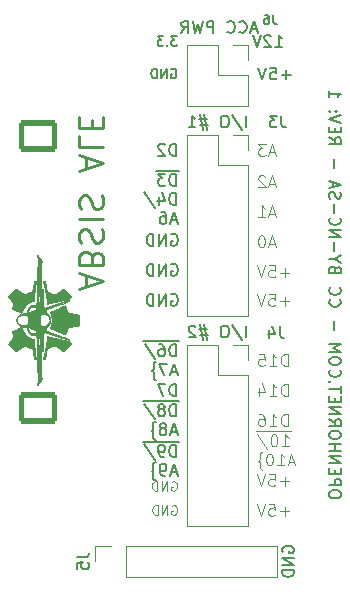
<source format=gbr>
%TF.GenerationSoftware,KiCad,Pcbnew,(6.0.9)*%
%TF.CreationDate,2023-01-09T22:01:26-09:00*%
%TF.ProjectId,ABSIS_ALE,41425349-535f-4414-9c45-2e6b69636164,1*%
%TF.SameCoordinates,Original*%
%TF.FileFunction,Legend,Bot*%
%TF.FilePolarity,Positive*%
%FSLAX46Y46*%
G04 Gerber Fmt 4.6, Leading zero omitted, Abs format (unit mm)*
G04 Created by KiCad (PCBNEW (6.0.9)) date 2023-01-09 22:01:26*
%MOMM*%
%LPD*%
G01*
G04 APERTURE LIST*
G04 Aperture macros list*
%AMRoundRect*
0 Rectangle with rounded corners*
0 $1 Rounding radius*
0 $2 $3 $4 $5 $6 $7 $8 $9 X,Y pos of 4 corners*
0 Add a 4 corners polygon primitive as box body*
4,1,4,$2,$3,$4,$5,$6,$7,$8,$9,$2,$3,0*
0 Add four circle primitives for the rounded corners*
1,1,$1+$1,$2,$3*
1,1,$1+$1,$4,$5*
1,1,$1+$1,$6,$7*
1,1,$1+$1,$8,$9*
0 Add four rect primitives between the rounded corners*
20,1,$1+$1,$2,$3,$4,$5,0*
20,1,$1+$1,$4,$5,$6,$7,0*
20,1,$1+$1,$6,$7,$8,$9,0*
20,1,$1+$1,$8,$9,$2,$3,0*%
G04 Aperture macros list end*
%ADD10C,0.125000*%
%ADD11C,0.150000*%
%ADD12C,0.250000*%
%ADD13C,0.120000*%
%ADD14C,0.010000*%
%ADD15C,3.200000*%
%ADD16C,3.000000*%
%ADD17RoundRect,0.250001X-1.399999X1.099999X-1.399999X-1.099999X1.399999X-1.099999X1.399999X1.099999X0*%
%ADD18O,3.300000X2.700000*%
%ADD19R,1.600000X1.600000*%
%ADD20O,1.600000X1.600000*%
%ADD21R,1.700000X1.700000*%
%ADD22O,1.700000X1.700000*%
G04 APERTURE END LIST*
D10*
X30105297Y38621134D02*
X29629107Y38621134D01*
X30200535Y38335420D02*
X29867202Y39335420D01*
X29533869Y38335420D01*
X29295773Y39335420D02*
X28676726Y39335420D01*
X29010059Y38954467D01*
X28867202Y38954467D01*
X28771964Y38906848D01*
X28724345Y38859229D01*
X28676726Y38763991D01*
X28676726Y38525896D01*
X28724345Y38430658D01*
X28771964Y38383039D01*
X28867202Y38335420D01*
X29152916Y38335420D01*
X29248154Y38383039D01*
X29295773Y38430658D01*
X30105297Y35954134D02*
X29629107Y35954134D01*
X30200535Y35668420D02*
X29867202Y36668420D01*
X29533869Y35668420D01*
X29248154Y36573181D02*
X29200535Y36620800D01*
X29105297Y36668420D01*
X28867202Y36668420D01*
X28771964Y36620800D01*
X28724345Y36573181D01*
X28676726Y36477943D01*
X28676726Y36382705D01*
X28724345Y36239848D01*
X29295773Y35668420D01*
X28676726Y35668420D01*
X30105297Y33414134D02*
X29629107Y33414134D01*
X30200535Y33128420D02*
X29867202Y34128420D01*
X29533869Y33128420D01*
X28676726Y33128420D02*
X29248154Y33128420D01*
X28962440Y33128420D02*
X28962440Y34128420D01*
X29057678Y33985562D01*
X29152916Y33890324D01*
X29248154Y33842705D01*
X30105297Y30874134D02*
X29629107Y30874134D01*
X30200535Y30588420D02*
X29867202Y31588420D01*
X29533869Y30588420D01*
X29010059Y31588420D02*
X28914821Y31588420D01*
X28819583Y31540800D01*
X28771964Y31493181D01*
X28724345Y31397943D01*
X28676726Y31207467D01*
X28676726Y30969372D01*
X28724345Y30778896D01*
X28771964Y30683658D01*
X28819583Y30636039D01*
X28914821Y30588420D01*
X29010059Y30588420D01*
X29105297Y30636039D01*
X29152916Y30683658D01*
X29200535Y30778896D01*
X29248154Y30969372D01*
X29248154Y31207467D01*
X29200535Y31397943D01*
X29152916Y31493181D01*
X29105297Y31540800D01*
X29010059Y31588420D01*
D11*
X21719404Y38335420D02*
X21719404Y39335420D01*
X21481309Y39335420D01*
X21338452Y39287800D01*
X21243214Y39192562D01*
X21195595Y39097324D01*
X21147976Y38906848D01*
X21147976Y38763991D01*
X21195595Y38573515D01*
X21243214Y38478277D01*
X21338452Y38383039D01*
X21481309Y38335420D01*
X21719404Y38335420D01*
X20767023Y39240181D02*
X20719404Y39287800D01*
X20624166Y39335420D01*
X20386071Y39335420D01*
X20290833Y39287800D01*
X20243214Y39240181D01*
X20195595Y39144943D01*
X20195595Y39049705D01*
X20243214Y38906848D01*
X20814642Y38335420D01*
X20195595Y38335420D01*
X21945400Y37077800D02*
X20945400Y37077800D01*
X21707304Y35795420D02*
X21707304Y36795420D01*
X21469209Y36795420D01*
X21326352Y36747800D01*
X21231114Y36652562D01*
X21183495Y36557324D01*
X21135876Y36366848D01*
X21135876Y36223991D01*
X21183495Y36033515D01*
X21231114Y35938277D01*
X21326352Y35843039D01*
X21469209Y35795420D01*
X21707304Y35795420D01*
X20945400Y37077800D02*
X19993019Y37077800D01*
X20802542Y36795420D02*
X20183495Y36795420D01*
X20516828Y36414467D01*
X20373971Y36414467D01*
X20278733Y36366848D01*
X20231114Y36319229D01*
X20183495Y36223991D01*
X20183495Y35985896D01*
X20231114Y35890658D01*
X20278733Y35843039D01*
X20373971Y35795420D01*
X20659685Y35795420D01*
X20754923Y35843039D01*
X20802542Y35890658D01*
X21707304Y34187420D02*
X21707304Y35187420D01*
X21469209Y35187420D01*
X21326352Y35139800D01*
X21231114Y35044562D01*
X21183495Y34949324D01*
X21135876Y34758848D01*
X21135876Y34615991D01*
X21183495Y34425515D01*
X21231114Y34330277D01*
X21326352Y34235039D01*
X21469209Y34187420D01*
X21707304Y34187420D01*
X20278733Y34854086D02*
X20278733Y34187420D01*
X20516828Y35235039D02*
X20754923Y34520753D01*
X20135876Y34520753D01*
X19040638Y35235039D02*
X19897780Y33949324D01*
X21754923Y32863134D02*
X21278733Y32863134D01*
X21850161Y32577420D02*
X21516828Y33577420D01*
X21183495Y32577420D01*
X20421590Y33577420D02*
X20612066Y33577420D01*
X20707304Y33529800D01*
X20754923Y33482181D01*
X20850161Y33339324D01*
X20897780Y33148848D01*
X20897780Y32767896D01*
X20850161Y32672658D01*
X20802542Y32625039D01*
X20707304Y32577420D01*
X20516828Y32577420D01*
X20421590Y32625039D01*
X20373971Y32672658D01*
X20326352Y32767896D01*
X20326352Y33005991D01*
X20373971Y33101229D01*
X20421590Y33148848D01*
X20516828Y33196467D01*
X20707304Y33196467D01*
X20802542Y33148848D01*
X20850161Y33101229D01*
X20897780Y33005991D01*
X21310495Y31667800D02*
X21405733Y31715420D01*
X21548590Y31715420D01*
X21691447Y31667800D01*
X21786685Y31572562D01*
X21834304Y31477324D01*
X21881923Y31286848D01*
X21881923Y31143991D01*
X21834304Y30953515D01*
X21786685Y30858277D01*
X21691447Y30763039D01*
X21548590Y30715420D01*
X21453352Y30715420D01*
X21310495Y30763039D01*
X21262876Y30810658D01*
X21262876Y31143991D01*
X21453352Y31143991D01*
X20834304Y30715420D02*
X20834304Y31715420D01*
X20262876Y30715420D01*
X20262876Y31715420D01*
X19786685Y30715420D02*
X19786685Y31715420D01*
X19548590Y31715420D01*
X19405733Y31667800D01*
X19310495Y31572562D01*
X19262876Y31477324D01*
X19215257Y31286848D01*
X19215257Y31143991D01*
X19262876Y30953515D01*
X19310495Y30858277D01*
X19405733Y30763039D01*
X19548590Y30715420D01*
X19786685Y30715420D01*
X21292976Y45650000D02*
X21369166Y45688096D01*
X21483452Y45688096D01*
X21597738Y45650000D01*
X21673928Y45573810D01*
X21712023Y45497620D01*
X21750119Y45345239D01*
X21750119Y45230953D01*
X21712023Y45078572D01*
X21673928Y45002381D01*
X21597738Y44926191D01*
X21483452Y44888096D01*
X21407261Y44888096D01*
X21292976Y44926191D01*
X21254880Y44964286D01*
X21254880Y45230953D01*
X21407261Y45230953D01*
X20912023Y44888096D02*
X20912023Y45688096D01*
X20454880Y44888096D01*
X20454880Y45688096D01*
X20073928Y44888096D02*
X20073928Y45688096D01*
X19883452Y45688096D01*
X19769166Y45650000D01*
X19692976Y45573810D01*
X19654880Y45497620D01*
X19616785Y45345239D01*
X19616785Y45230953D01*
X19654880Y45078572D01*
X19692976Y45002381D01*
X19769166Y44926191D01*
X19883452Y44888096D01*
X20073928Y44888096D01*
X21788214Y48438096D02*
X21292976Y48438096D01*
X21559642Y48133334D01*
X21445357Y48133334D01*
X21369166Y48095239D01*
X21331071Y48057143D01*
X21292976Y47980953D01*
X21292976Y47790477D01*
X21331071Y47714286D01*
X21369166Y47676191D01*
X21445357Y47638096D01*
X21673928Y47638096D01*
X21750119Y47676191D01*
X21788214Y47714286D01*
X20950119Y47714286D02*
X20912023Y47676191D01*
X20950119Y47638096D01*
X20988214Y47676191D01*
X20950119Y47714286D01*
X20950119Y47638096D01*
X20645357Y48438096D02*
X20150119Y48438096D01*
X20416785Y48133334D01*
X20302500Y48133334D01*
X20226309Y48095239D01*
X20188214Y48057143D01*
X20150119Y47980953D01*
X20150119Y47790477D01*
X20188214Y47714286D01*
X20226309Y47676191D01*
X20302500Y47638096D01*
X20531071Y47638096D01*
X20607261Y47676191D01*
X20645357Y47714286D01*
D12*
X14101666Y27271524D02*
X14101666Y28223905D01*
X13530238Y27081048D02*
X15530238Y27747715D01*
X13530238Y28414381D01*
X14577857Y29747715D02*
X14482619Y30033429D01*
X14387380Y30128667D01*
X14196904Y30223905D01*
X13911190Y30223905D01*
X13720714Y30128667D01*
X13625476Y30033429D01*
X13530238Y29842953D01*
X13530238Y29081048D01*
X15530238Y29081048D01*
X15530238Y29747715D01*
X15435000Y29938191D01*
X15339761Y30033429D01*
X15149285Y30128667D01*
X14958809Y30128667D01*
X14768333Y30033429D01*
X14673095Y29938191D01*
X14577857Y29747715D01*
X14577857Y29081048D01*
X13625476Y30985810D02*
X13530238Y31271524D01*
X13530238Y31747715D01*
X13625476Y31938191D01*
X13720714Y32033429D01*
X13911190Y32128667D01*
X14101666Y32128667D01*
X14292142Y32033429D01*
X14387380Y31938191D01*
X14482619Y31747715D01*
X14577857Y31366762D01*
X14673095Y31176286D01*
X14768333Y31081048D01*
X14958809Y30985810D01*
X15149285Y30985810D01*
X15339761Y31081048D01*
X15435000Y31176286D01*
X15530238Y31366762D01*
X15530238Y31842953D01*
X15435000Y32128667D01*
X13530238Y32985810D02*
X15530238Y32985810D01*
X13625476Y33842953D02*
X13530238Y34128667D01*
X13530238Y34604858D01*
X13625476Y34795334D01*
X13720714Y34890572D01*
X13911190Y34985810D01*
X14101666Y34985810D01*
X14292142Y34890572D01*
X14387380Y34795334D01*
X14482619Y34604858D01*
X14577857Y34223905D01*
X14673095Y34033429D01*
X14768333Y33938191D01*
X14958809Y33842953D01*
X15149285Y33842953D01*
X15339761Y33938191D01*
X15435000Y34033429D01*
X15530238Y34223905D01*
X15530238Y34700096D01*
X15435000Y34985810D01*
X14101666Y37271524D02*
X14101666Y38223905D01*
X13530238Y37081048D02*
X15530238Y37747715D01*
X13530238Y38414381D01*
X13530238Y40033429D02*
X13530238Y39081048D01*
X15530238Y39081048D01*
X14577857Y40700096D02*
X14577857Y41366762D01*
X13530238Y41652477D02*
X13530238Y40700096D01*
X15530238Y40700096D01*
X15530238Y41652477D01*
D11*
X31407023Y45178572D02*
X30645119Y45178572D01*
X31026071Y44797620D02*
X31026071Y45559524D01*
X29692738Y45797620D02*
X30168928Y45797620D01*
X30216547Y45321429D01*
X30168928Y45369048D01*
X30073690Y45416667D01*
X29835595Y45416667D01*
X29740357Y45369048D01*
X29692738Y45321429D01*
X29645119Y45226191D01*
X29645119Y44988096D01*
X29692738Y44892858D01*
X29740357Y44845239D01*
X29835595Y44797620D01*
X30073690Y44797620D01*
X30168928Y44845239D01*
X30216547Y44892858D01*
X29359404Y45797620D02*
X29026071Y44797620D01*
X28692738Y45797620D01*
D10*
X31152916Y15467620D02*
X31152916Y16467620D01*
X30914821Y16467620D01*
X30771964Y16420000D01*
X30676726Y16324762D01*
X30629107Y16229524D01*
X30581488Y16039048D01*
X30581488Y15896191D01*
X30629107Y15705715D01*
X30676726Y15610477D01*
X30771964Y15515239D01*
X30914821Y15467620D01*
X31152916Y15467620D01*
X29629107Y15467620D02*
X30200535Y15467620D01*
X29914821Y15467620D02*
X29914821Y16467620D01*
X30010059Y16324762D01*
X30105297Y16229524D01*
X30200535Y16181905D01*
X28771964Y16467620D02*
X28962440Y16467620D01*
X29057678Y16420000D01*
X29105297Y16372381D01*
X29200535Y16229524D01*
X29248154Y16039048D01*
X29248154Y15658096D01*
X29200535Y15562858D01*
X29152916Y15515239D01*
X29057678Y15467620D01*
X28867202Y15467620D01*
X28771964Y15515239D01*
X28724345Y15562858D01*
X28676726Y15658096D01*
X28676726Y15896191D01*
X28724345Y15991429D01*
X28771964Y16039048D01*
X28867202Y16086667D01*
X29057678Y16086667D01*
X29152916Y16039048D01*
X29200535Y15991429D01*
X29248154Y15896191D01*
X31152916Y18007620D02*
X31152916Y19007620D01*
X30914821Y19007620D01*
X30771964Y18960000D01*
X30676726Y18864762D01*
X30629107Y18769524D01*
X30581488Y18579048D01*
X30581488Y18436191D01*
X30629107Y18245715D01*
X30676726Y18150477D01*
X30771964Y18055239D01*
X30914821Y18007620D01*
X31152916Y18007620D01*
X29629107Y18007620D02*
X30200535Y18007620D01*
X29914821Y18007620D02*
X29914821Y19007620D01*
X30010059Y18864762D01*
X30105297Y18769524D01*
X30200535Y18721905D01*
X28771964Y18674286D02*
X28771964Y18007620D01*
X29010059Y19055239D02*
X29248154Y18340953D01*
X28629107Y18340953D01*
X31438630Y15015000D02*
X30486250Y15015000D01*
X30676726Y13732620D02*
X31248154Y13732620D01*
X30962440Y13732620D02*
X30962440Y14732620D01*
X31057678Y14589762D01*
X31152916Y14494524D01*
X31248154Y14446905D01*
X30486250Y15015000D02*
X29533869Y15015000D01*
X30057678Y14732620D02*
X29962440Y14732620D01*
X29867202Y14685000D01*
X29819583Y14637381D01*
X29771964Y14542143D01*
X29724345Y14351667D01*
X29724345Y14113572D01*
X29771964Y13923096D01*
X29819583Y13827858D01*
X29867202Y13780239D01*
X29962440Y13732620D01*
X30057678Y13732620D01*
X30152916Y13780239D01*
X30200535Y13827858D01*
X30248154Y13923096D01*
X30295773Y14113572D01*
X30295773Y14351667D01*
X30248154Y14542143D01*
X30200535Y14637381D01*
X30152916Y14685000D01*
X30057678Y14732620D01*
X29533869Y15015000D02*
X28486250Y15015000D01*
X28581488Y14780239D02*
X29438630Y13494524D01*
X31724345Y12408334D02*
X31248154Y12408334D01*
X31819583Y12122620D02*
X31486250Y13122620D01*
X31152916Y12122620D01*
X30295773Y12122620D02*
X30867202Y12122620D01*
X30581488Y12122620D02*
X30581488Y13122620D01*
X30676726Y12979762D01*
X30771964Y12884524D01*
X30867202Y12836905D01*
X29676726Y13122620D02*
X29581488Y13122620D01*
X29486250Y13075000D01*
X29438630Y13027381D01*
X29391011Y12932143D01*
X29343392Y12741667D01*
X29343392Y12503572D01*
X29391011Y12313096D01*
X29438630Y12217858D01*
X29486250Y12170239D01*
X29581488Y12122620D01*
X29676726Y12122620D01*
X29771964Y12170239D01*
X29819583Y12217858D01*
X29867202Y12313096D01*
X29914821Y12503572D01*
X29914821Y12741667D01*
X29867202Y12932143D01*
X29819583Y13027381D01*
X29771964Y13075000D01*
X29676726Y13122620D01*
X29010059Y11741667D02*
X28962440Y11741667D01*
X28867202Y11789286D01*
X28819583Y11884524D01*
X28819583Y12360715D01*
X28771964Y12455953D01*
X28676726Y12503572D01*
X28771964Y12551191D01*
X28819583Y12646429D01*
X28819583Y13122620D01*
X28867202Y13217858D01*
X28962440Y13265477D01*
X29010059Y13265477D01*
X31152916Y20547620D02*
X31152916Y21547620D01*
X30914821Y21547620D01*
X30771964Y21500000D01*
X30676726Y21404762D01*
X30629107Y21309524D01*
X30581488Y21119048D01*
X30581488Y20976191D01*
X30629107Y20785715D01*
X30676726Y20690477D01*
X30771964Y20595239D01*
X30914821Y20547620D01*
X31152916Y20547620D01*
X29629107Y20547620D02*
X30200535Y20547620D01*
X29914821Y20547620D02*
X29914821Y21547620D01*
X30010059Y21404762D01*
X30105297Y21309524D01*
X30200535Y21261905D01*
X28724345Y21547620D02*
X29200535Y21547620D01*
X29248154Y21071429D01*
X29200535Y21119048D01*
X29105297Y21166667D01*
X28867202Y21166667D01*
X28771964Y21119048D01*
X28724345Y21071429D01*
X28676726Y20976191D01*
X28676726Y20738096D01*
X28724345Y20642858D01*
X28771964Y20595239D01*
X28867202Y20547620D01*
X29105297Y20547620D01*
X29200535Y20595239D01*
X29248154Y20642858D01*
X21364226Y8700000D02*
X21440416Y8738096D01*
X21554702Y8738096D01*
X21668988Y8700000D01*
X21745178Y8623810D01*
X21783273Y8547620D01*
X21821369Y8395239D01*
X21821369Y8280953D01*
X21783273Y8128572D01*
X21745178Y8052381D01*
X21668988Y7976191D01*
X21554702Y7938096D01*
X21478511Y7938096D01*
X21364226Y7976191D01*
X21326130Y8014286D01*
X21326130Y8280953D01*
X21478511Y8280953D01*
X20983273Y7938096D02*
X20983273Y8738096D01*
X20526130Y7938096D01*
X20526130Y8738096D01*
X20145178Y7938096D02*
X20145178Y8738096D01*
X19954702Y8738096D01*
X19840416Y8700000D01*
X19764226Y8623810D01*
X19726130Y8547620D01*
X19688035Y8395239D01*
X19688035Y8280953D01*
X19726130Y8128572D01*
X19764226Y8052381D01*
X19840416Y7976191D01*
X19954702Y7938096D01*
X20145178Y7938096D01*
D11*
X21945400Y17562800D02*
X20945400Y17562800D01*
X21707304Y16280420D02*
X21707304Y17280420D01*
X21469209Y17280420D01*
X21326352Y17232800D01*
X21231114Y17137562D01*
X21183495Y17042324D01*
X21135876Y16851848D01*
X21135876Y16708991D01*
X21183495Y16518515D01*
X21231114Y16423277D01*
X21326352Y16328039D01*
X21469209Y16280420D01*
X21707304Y16280420D01*
X20945400Y17562800D02*
X19993019Y17562800D01*
X20564447Y16851848D02*
X20659685Y16899467D01*
X20707304Y16947086D01*
X20754923Y17042324D01*
X20754923Y17089943D01*
X20707304Y17185181D01*
X20659685Y17232800D01*
X20564447Y17280420D01*
X20373971Y17280420D01*
X20278733Y17232800D01*
X20231114Y17185181D01*
X20183495Y17089943D01*
X20183495Y17042324D01*
X20231114Y16947086D01*
X20278733Y16899467D01*
X20373971Y16851848D01*
X20564447Y16851848D01*
X20659685Y16804229D01*
X20707304Y16756610D01*
X20754923Y16661372D01*
X20754923Y16470896D01*
X20707304Y16375658D01*
X20659685Y16328039D01*
X20564447Y16280420D01*
X20373971Y16280420D01*
X20278733Y16328039D01*
X20231114Y16375658D01*
X20183495Y16470896D01*
X20183495Y16661372D01*
X20231114Y16756610D01*
X20278733Y16804229D01*
X20373971Y16851848D01*
X19993019Y17562800D02*
X18945400Y17562800D01*
X19040638Y17328039D02*
X19897780Y16042324D01*
X21754923Y14956134D02*
X21278733Y14956134D01*
X21850161Y14670420D02*
X21516828Y15670420D01*
X21183495Y14670420D01*
X20707304Y15241848D02*
X20802542Y15289467D01*
X20850161Y15337086D01*
X20897780Y15432324D01*
X20897780Y15479943D01*
X20850161Y15575181D01*
X20802542Y15622800D01*
X20707304Y15670420D01*
X20516828Y15670420D01*
X20421590Y15622800D01*
X20373971Y15575181D01*
X20326352Y15479943D01*
X20326352Y15432324D01*
X20373971Y15337086D01*
X20421590Y15289467D01*
X20516828Y15241848D01*
X20707304Y15241848D01*
X20802542Y15194229D01*
X20850161Y15146610D01*
X20897780Y15051372D01*
X20897780Y14860896D01*
X20850161Y14765658D01*
X20802542Y14718039D01*
X20707304Y14670420D01*
X20516828Y14670420D01*
X20421590Y14718039D01*
X20373971Y14765658D01*
X20326352Y14860896D01*
X20326352Y15051372D01*
X20373971Y15146610D01*
X20421590Y15194229D01*
X20516828Y15241848D01*
X19993019Y14289467D02*
X19945400Y14289467D01*
X19850161Y14337086D01*
X19802542Y14432324D01*
X19802542Y14908515D01*
X19754923Y15003753D01*
X19659685Y15051372D01*
X19754923Y15098991D01*
X19802542Y15194229D01*
X19802542Y15670420D01*
X19850161Y15765658D01*
X19945400Y15813277D01*
X19993019Y15813277D01*
X21957500Y22635000D02*
X20957500Y22635000D01*
X21719404Y21352620D02*
X21719404Y22352620D01*
X21481309Y22352620D01*
X21338452Y22305000D01*
X21243214Y22209762D01*
X21195595Y22114524D01*
X21147976Y21924048D01*
X21147976Y21781191D01*
X21195595Y21590715D01*
X21243214Y21495477D01*
X21338452Y21400239D01*
X21481309Y21352620D01*
X21719404Y21352620D01*
X20957500Y22635000D02*
X20005119Y22635000D01*
X20290833Y22352620D02*
X20481309Y22352620D01*
X20576547Y22305000D01*
X20624166Y22257381D01*
X20719404Y22114524D01*
X20767023Y21924048D01*
X20767023Y21543096D01*
X20719404Y21447858D01*
X20671785Y21400239D01*
X20576547Y21352620D01*
X20386071Y21352620D01*
X20290833Y21400239D01*
X20243214Y21447858D01*
X20195595Y21543096D01*
X20195595Y21781191D01*
X20243214Y21876429D01*
X20290833Y21924048D01*
X20386071Y21971667D01*
X20576547Y21971667D01*
X20671785Y21924048D01*
X20719404Y21876429D01*
X20767023Y21781191D01*
X20005119Y22635000D02*
X18957500Y22635000D01*
X19052738Y22400239D02*
X19909880Y21114524D01*
X21767023Y20028334D02*
X21290833Y20028334D01*
X21862261Y19742620D02*
X21528928Y20742620D01*
X21195595Y19742620D01*
X20957500Y20742620D02*
X20290833Y20742620D01*
X20719404Y19742620D01*
X20005119Y19361667D02*
X19957500Y19361667D01*
X19862261Y19409286D01*
X19814642Y19504524D01*
X19814642Y19980715D01*
X19767023Y20075953D01*
X19671785Y20123572D01*
X19767023Y20171191D01*
X19814642Y20266429D01*
X19814642Y20742620D01*
X19862261Y20837858D01*
X19957500Y20885477D01*
X20005119Y20885477D01*
X21719404Y18007620D02*
X21719404Y19007620D01*
X21481309Y19007620D01*
X21338452Y18960000D01*
X21243214Y18864762D01*
X21195595Y18769524D01*
X21147976Y18579048D01*
X21147976Y18436191D01*
X21195595Y18245715D01*
X21243214Y18150477D01*
X21338452Y18055239D01*
X21481309Y18007620D01*
X21719404Y18007620D01*
X20814642Y19007620D02*
X20147976Y19007620D01*
X20576547Y18007620D01*
X21945400Y14133800D02*
X20945400Y14133800D01*
X21707304Y12851420D02*
X21707304Y13851420D01*
X21469209Y13851420D01*
X21326352Y13803800D01*
X21231114Y13708562D01*
X21183495Y13613324D01*
X21135876Y13422848D01*
X21135876Y13279991D01*
X21183495Y13089515D01*
X21231114Y12994277D01*
X21326352Y12899039D01*
X21469209Y12851420D01*
X21707304Y12851420D01*
X20945400Y14133800D02*
X19993019Y14133800D01*
X20659685Y12851420D02*
X20469209Y12851420D01*
X20373971Y12899039D01*
X20326352Y12946658D01*
X20231114Y13089515D01*
X20183495Y13279991D01*
X20183495Y13660943D01*
X20231114Y13756181D01*
X20278733Y13803800D01*
X20373971Y13851420D01*
X20564447Y13851420D01*
X20659685Y13803800D01*
X20707304Y13756181D01*
X20754923Y13660943D01*
X20754923Y13422848D01*
X20707304Y13327610D01*
X20659685Y13279991D01*
X20564447Y13232372D01*
X20373971Y13232372D01*
X20278733Y13279991D01*
X20231114Y13327610D01*
X20183495Y13422848D01*
X19993019Y14133800D02*
X18945400Y14133800D01*
X19040638Y13899039D02*
X19897780Y12613324D01*
X21754923Y11527134D02*
X21278733Y11527134D01*
X21850161Y11241420D02*
X21516828Y12241420D01*
X21183495Y11241420D01*
X20802542Y11241420D02*
X20612066Y11241420D01*
X20516828Y11289039D01*
X20469209Y11336658D01*
X20373971Y11479515D01*
X20326352Y11669991D01*
X20326352Y12050943D01*
X20373971Y12146181D01*
X20421590Y12193800D01*
X20516828Y12241420D01*
X20707304Y12241420D01*
X20802542Y12193800D01*
X20850161Y12146181D01*
X20897780Y12050943D01*
X20897780Y11812848D01*
X20850161Y11717610D01*
X20802542Y11669991D01*
X20707304Y11622372D01*
X20516828Y11622372D01*
X20421590Y11669991D01*
X20373971Y11717610D01*
X20326352Y11812848D01*
X19993019Y10860467D02*
X19945400Y10860467D01*
X19850161Y10908086D01*
X19802542Y11003324D01*
X19802542Y11479515D01*
X19754923Y11574753D01*
X19659685Y11622372D01*
X19754923Y11669991D01*
X19802542Y11765229D01*
X19802542Y12241420D01*
X19850161Y12336658D01*
X19945400Y12384277D01*
X19993019Y12384277D01*
D10*
X31295773Y10768572D02*
X30533869Y10768572D01*
X30914821Y10387620D02*
X30914821Y11149524D01*
X29581488Y11387620D02*
X30057678Y11387620D01*
X30105297Y10911429D01*
X30057678Y10959048D01*
X29962440Y11006667D01*
X29724345Y11006667D01*
X29629107Y10959048D01*
X29581488Y10911429D01*
X29533869Y10816191D01*
X29533869Y10578096D01*
X29581488Y10482858D01*
X29629107Y10435239D01*
X29724345Y10387620D01*
X29962440Y10387620D01*
X30057678Y10435239D01*
X30105297Y10482858D01*
X29248154Y11387620D02*
X28914821Y10387620D01*
X28581488Y11387620D01*
D11*
X21310495Y29127800D02*
X21405733Y29175420D01*
X21548590Y29175420D01*
X21691447Y29127800D01*
X21786685Y29032562D01*
X21834304Y28937324D01*
X21881923Y28746848D01*
X21881923Y28603991D01*
X21834304Y28413515D01*
X21786685Y28318277D01*
X21691447Y28223039D01*
X21548590Y28175420D01*
X21453352Y28175420D01*
X21310495Y28223039D01*
X21262876Y28270658D01*
X21262876Y28603991D01*
X21453352Y28603991D01*
X20834304Y28175420D02*
X20834304Y29175420D01*
X20262876Y28175420D01*
X20262876Y29175420D01*
X19786685Y28175420D02*
X19786685Y29175420D01*
X19548590Y29175420D01*
X19405733Y29127800D01*
X19310495Y29032562D01*
X19262876Y28937324D01*
X19215257Y28746848D01*
X19215257Y28603991D01*
X19262876Y28413515D01*
X19310495Y28318277D01*
X19405733Y28223039D01*
X19548590Y28175420D01*
X19786685Y28175420D01*
X21310495Y26587800D02*
X21405733Y26635420D01*
X21548590Y26635420D01*
X21691447Y26587800D01*
X21786685Y26492562D01*
X21834304Y26397324D01*
X21881923Y26206848D01*
X21881923Y26063991D01*
X21834304Y25873515D01*
X21786685Y25778277D01*
X21691447Y25683039D01*
X21548590Y25635420D01*
X21453352Y25635420D01*
X21310495Y25683039D01*
X21262876Y25730658D01*
X21262876Y26063991D01*
X21453352Y26063991D01*
X20834304Y25635420D02*
X20834304Y26635420D01*
X20262876Y25635420D01*
X20262876Y26635420D01*
X19786685Y25635420D02*
X19786685Y26635420D01*
X19548590Y26635420D01*
X19405733Y26587800D01*
X19310495Y26492562D01*
X19262876Y26397324D01*
X19215257Y26206848D01*
X19215257Y26063991D01*
X19262876Y25873515D01*
X19310495Y25778277D01*
X19405733Y25683039D01*
X19548590Y25635420D01*
X19786685Y25635420D01*
D10*
X31295773Y26016372D02*
X30533869Y26016372D01*
X30914821Y25635420D02*
X30914821Y26397324D01*
X29581488Y26635420D02*
X30057678Y26635420D01*
X30105297Y26159229D01*
X30057678Y26206848D01*
X29962440Y26254467D01*
X29724345Y26254467D01*
X29629107Y26206848D01*
X29581488Y26159229D01*
X29533869Y26063991D01*
X29533869Y25825896D01*
X29581488Y25730658D01*
X29629107Y25683039D01*
X29724345Y25635420D01*
X29962440Y25635420D01*
X30057678Y25683039D01*
X30105297Y25730658D01*
X29248154Y26635420D02*
X28914821Y25635420D01*
X28581488Y26635420D01*
X31283673Y8236372D02*
X30521769Y8236372D01*
X30902721Y7855420D02*
X30902721Y8617324D01*
X29569388Y8855420D02*
X30045578Y8855420D01*
X30093197Y8379229D01*
X30045578Y8426848D01*
X29950340Y8474467D01*
X29712245Y8474467D01*
X29617007Y8426848D01*
X29569388Y8379229D01*
X29521769Y8283991D01*
X29521769Y8045896D01*
X29569388Y7950658D01*
X29617007Y7903039D01*
X29712245Y7855420D01*
X29950340Y7855420D01*
X30045578Y7903039D01*
X30093197Y7950658D01*
X29236054Y8855420D02*
X28902721Y7855420D01*
X28569388Y8855420D01*
X21352126Y10739800D02*
X21428316Y10777896D01*
X21542602Y10777896D01*
X21656888Y10739800D01*
X21733078Y10663610D01*
X21771173Y10587420D01*
X21809269Y10435039D01*
X21809269Y10320753D01*
X21771173Y10168372D01*
X21733078Y10092181D01*
X21656888Y10015991D01*
X21542602Y9977896D01*
X21466411Y9977896D01*
X21352126Y10015991D01*
X21314030Y10054086D01*
X21314030Y10320753D01*
X21466411Y10320753D01*
X20971173Y9977896D02*
X20971173Y10777896D01*
X20514030Y9977896D01*
X20514030Y10777896D01*
X20133078Y9977896D02*
X20133078Y10777896D01*
X19942602Y10777896D01*
X19828316Y10739800D01*
X19752126Y10663610D01*
X19714030Y10587420D01*
X19675935Y10435039D01*
X19675935Y10320753D01*
X19714030Y10168372D01*
X19752126Y10092181D01*
X19828316Y10015991D01*
X19942602Y9977896D01*
X20133078Y9977896D01*
X31295773Y28429372D02*
X30533869Y28429372D01*
X30914821Y28048420D02*
X30914821Y28810324D01*
X29581488Y29048420D02*
X30057678Y29048420D01*
X30105297Y28572229D01*
X30057678Y28619848D01*
X29962440Y28667467D01*
X29724345Y28667467D01*
X29629107Y28619848D01*
X29581488Y28572229D01*
X29533869Y28476991D01*
X29533869Y28238896D01*
X29581488Y28143658D01*
X29629107Y28096039D01*
X29724345Y28048420D01*
X29962440Y28048420D01*
X30057678Y28096039D01*
X30105297Y28143658D01*
X29248154Y29048420D02*
X28914821Y28048420D01*
X28581488Y29048420D01*
D11*
X30119047Y47547620D02*
X30690476Y47547620D01*
X30404761Y47547620D02*
X30404761Y48547620D01*
X30500000Y48404762D01*
X30595238Y48309524D01*
X30690476Y48261905D01*
X29738095Y48452381D02*
X29690476Y48500000D01*
X29595238Y48547620D01*
X29357142Y48547620D01*
X29261904Y48500000D01*
X29214285Y48452381D01*
X29166666Y48357143D01*
X29166666Y48261905D01*
X29214285Y48119048D01*
X29785714Y47547620D01*
X29166666Y47547620D01*
X28880952Y48547620D02*
X28547619Y47547620D01*
X28214285Y48547620D01*
X35683619Y9564191D02*
X35683619Y9754667D01*
X35636000Y9849905D01*
X35540761Y9945143D01*
X35350285Y9992762D01*
X35016952Y9992762D01*
X34826476Y9945143D01*
X34731238Y9849905D01*
X34683619Y9754667D01*
X34683619Y9564191D01*
X34731238Y9468953D01*
X34826476Y9373715D01*
X35016952Y9326096D01*
X35350285Y9326096D01*
X35540761Y9373715D01*
X35636000Y9468953D01*
X35683619Y9564191D01*
X34683619Y10421334D02*
X35683619Y10421334D01*
X35683619Y10802286D01*
X35636000Y10897524D01*
X35588380Y10945143D01*
X35493142Y10992762D01*
X35350285Y10992762D01*
X35255047Y10945143D01*
X35207428Y10897524D01*
X35159809Y10802286D01*
X35159809Y10421334D01*
X35207428Y11421334D02*
X35207428Y11754667D01*
X34683619Y11897524D02*
X34683619Y11421334D01*
X35683619Y11421334D01*
X35683619Y11897524D01*
X34683619Y12326096D02*
X35683619Y12326096D01*
X34683619Y12897524D01*
X35683619Y12897524D01*
X34683619Y13373715D02*
X35683619Y13373715D01*
X35207428Y13373715D02*
X35207428Y13945143D01*
X34683619Y13945143D02*
X35683619Y13945143D01*
X35683619Y14611810D02*
X35683619Y14802286D01*
X35636000Y14897524D01*
X35540761Y14992762D01*
X35350285Y15040381D01*
X35016952Y15040381D01*
X34826476Y14992762D01*
X34731238Y14897524D01*
X34683619Y14802286D01*
X34683619Y14611810D01*
X34731238Y14516572D01*
X34826476Y14421334D01*
X35016952Y14373715D01*
X35350285Y14373715D01*
X35540761Y14421334D01*
X35636000Y14516572D01*
X35683619Y14611810D01*
X34683619Y16040381D02*
X35159809Y15707048D01*
X34683619Y15468953D02*
X35683619Y15468953D01*
X35683619Y15849905D01*
X35636000Y15945143D01*
X35588380Y15992762D01*
X35493142Y16040381D01*
X35350285Y16040381D01*
X35255047Y15992762D01*
X35207428Y15945143D01*
X35159809Y15849905D01*
X35159809Y15468953D01*
X34683619Y16468953D02*
X35683619Y16468953D01*
X34683619Y17040381D01*
X35683619Y17040381D01*
X35207428Y17516572D02*
X35207428Y17849905D01*
X34683619Y17992762D02*
X34683619Y17516572D01*
X35683619Y17516572D01*
X35683619Y17992762D01*
X35683619Y18278477D02*
X35683619Y18849905D01*
X34683619Y18564191D02*
X35683619Y18564191D01*
X34778857Y19183239D02*
X34731238Y19230858D01*
X34683619Y19183239D01*
X34731238Y19135620D01*
X34778857Y19183239D01*
X34683619Y19183239D01*
X34778857Y20230858D02*
X34731238Y20183239D01*
X34683619Y20040381D01*
X34683619Y19945143D01*
X34731238Y19802286D01*
X34826476Y19707048D01*
X34921714Y19659429D01*
X35112190Y19611810D01*
X35255047Y19611810D01*
X35445523Y19659429D01*
X35540761Y19707048D01*
X35636000Y19802286D01*
X35683619Y19945143D01*
X35683619Y20040381D01*
X35636000Y20183239D01*
X35588380Y20230858D01*
X35683619Y20849905D02*
X35683619Y21040381D01*
X35636000Y21135620D01*
X35540761Y21230858D01*
X35350285Y21278477D01*
X35016952Y21278477D01*
X34826476Y21230858D01*
X34731238Y21135620D01*
X34683619Y21040381D01*
X34683619Y20849905D01*
X34731238Y20754667D01*
X34826476Y20659429D01*
X35016952Y20611810D01*
X35350285Y20611810D01*
X35540761Y20659429D01*
X35636000Y20754667D01*
X35683619Y20849905D01*
X34683619Y21707048D02*
X35683619Y21707048D01*
X34969333Y22040381D01*
X35683619Y22373715D01*
X34683619Y22373715D01*
X35064571Y23611810D02*
X35064571Y24373715D01*
X34778857Y26183239D02*
X34731238Y26135620D01*
X34683619Y25992762D01*
X34683619Y25897524D01*
X34731238Y25754667D01*
X34826476Y25659429D01*
X34921714Y25611810D01*
X35112190Y25564191D01*
X35255047Y25564191D01*
X35445523Y25611810D01*
X35540761Y25659429D01*
X35636000Y25754667D01*
X35683619Y25897524D01*
X35683619Y25992762D01*
X35636000Y26135620D01*
X35588380Y26183239D01*
X34778857Y27183239D02*
X34731238Y27135620D01*
X34683619Y26992762D01*
X34683619Y26897524D01*
X34731238Y26754667D01*
X34826476Y26659429D01*
X34921714Y26611810D01*
X35112190Y26564191D01*
X35255047Y26564191D01*
X35445523Y26611810D01*
X35540761Y26659429D01*
X35636000Y26754667D01*
X35683619Y26897524D01*
X35683619Y26992762D01*
X35636000Y27135620D01*
X35588380Y27183239D01*
X35207428Y28707048D02*
X35159809Y28849905D01*
X35112190Y28897524D01*
X35016952Y28945143D01*
X34874095Y28945143D01*
X34778857Y28897524D01*
X34731238Y28849905D01*
X34683619Y28754667D01*
X34683619Y28373715D01*
X35683619Y28373715D01*
X35683619Y28707048D01*
X35636000Y28802286D01*
X35588380Y28849905D01*
X35493142Y28897524D01*
X35397904Y28897524D01*
X35302666Y28849905D01*
X35255047Y28802286D01*
X35207428Y28707048D01*
X35207428Y28373715D01*
X35159809Y29564191D02*
X34683619Y29564191D01*
X35683619Y29230858D02*
X35159809Y29564191D01*
X35683619Y29897524D01*
X35064571Y30230858D02*
X35064571Y30992762D01*
X34683619Y31468953D02*
X35683619Y31468953D01*
X34683619Y32040381D01*
X35683619Y32040381D01*
X34778857Y33088000D02*
X34731238Y33040381D01*
X34683619Y32897524D01*
X34683619Y32802286D01*
X34731238Y32659429D01*
X34826476Y32564191D01*
X34921714Y32516572D01*
X35112190Y32468953D01*
X35255047Y32468953D01*
X35445523Y32516572D01*
X35540761Y32564191D01*
X35636000Y32659429D01*
X35683619Y32802286D01*
X35683619Y32897524D01*
X35636000Y33040381D01*
X35588380Y33088000D01*
X35064571Y33516572D02*
X35064571Y34278477D01*
X34731238Y34707048D02*
X34683619Y34849905D01*
X34683619Y35088000D01*
X34731238Y35183239D01*
X34778857Y35230858D01*
X34874095Y35278477D01*
X34969333Y35278477D01*
X35064571Y35230858D01*
X35112190Y35183239D01*
X35159809Y35088000D01*
X35207428Y34897524D01*
X35255047Y34802286D01*
X35302666Y34754667D01*
X35397904Y34707048D01*
X35493142Y34707048D01*
X35588380Y34754667D01*
X35636000Y34802286D01*
X35683619Y34897524D01*
X35683619Y35135620D01*
X35636000Y35278477D01*
X34969333Y35659429D02*
X34969333Y36135620D01*
X34683619Y35564191D02*
X35683619Y35897524D01*
X34683619Y36230858D01*
X35064571Y37326096D02*
X35064571Y38088000D01*
X34683619Y39897524D02*
X35159809Y39564191D01*
X34683619Y39326096D02*
X35683619Y39326096D01*
X35683619Y39707048D01*
X35636000Y39802286D01*
X35588380Y39849905D01*
X35493142Y39897524D01*
X35350285Y39897524D01*
X35255047Y39849905D01*
X35207428Y39802286D01*
X35159809Y39707048D01*
X35159809Y39326096D01*
X35207428Y40326096D02*
X35207428Y40659429D01*
X34683619Y40802286D02*
X34683619Y40326096D01*
X35683619Y40326096D01*
X35683619Y40802286D01*
X35683619Y41088000D02*
X34683619Y41421334D01*
X35683619Y41754667D01*
X34778857Y42088000D02*
X34731238Y42135620D01*
X34683619Y42088000D01*
X34731238Y42040381D01*
X34778857Y42088000D01*
X34683619Y42088000D01*
X35302666Y42088000D02*
X35255047Y42135620D01*
X35207428Y42088000D01*
X35255047Y42040381D01*
X35302666Y42088000D01*
X35207428Y42088000D01*
X34683619Y43849905D02*
X34683619Y43278477D01*
X34683619Y43564191D02*
X35683619Y43564191D01*
X35540761Y43468953D01*
X35445523Y43373715D01*
X35397904Y43278477D01*
%TO.C,J3*%
X30643333Y41740620D02*
X30643333Y41026334D01*
X30690952Y40883477D01*
X30786190Y40788239D01*
X30929047Y40740620D01*
X31024285Y40740620D01*
X30262380Y41740620D02*
X29643333Y41740620D01*
X29976666Y41359667D01*
X29833809Y41359667D01*
X29738571Y41312048D01*
X29690952Y41264429D01*
X29643333Y41169191D01*
X29643333Y40931096D01*
X29690952Y40835858D01*
X29738571Y40788239D01*
X29833809Y40740620D01*
X30119523Y40740620D01*
X30214761Y40788239D01*
X30262380Y40835858D01*
X27634761Y40740620D02*
X27634761Y41740620D01*
X26444285Y41788239D02*
X27301428Y40502524D01*
X25920476Y41740620D02*
X25730000Y41740620D01*
X25634761Y41693000D01*
X25539523Y41597762D01*
X25491904Y41407286D01*
X25491904Y41073953D01*
X25539523Y40883477D01*
X25634761Y40788239D01*
X25730000Y40740620D01*
X25920476Y40740620D01*
X26015714Y40788239D01*
X26110952Y40883477D01*
X26158571Y41073953D01*
X26158571Y41407286D01*
X26110952Y41597762D01*
X26015714Y41693000D01*
X25920476Y41740620D01*
X24349047Y41407286D02*
X23634761Y41407286D01*
X24063333Y41835858D02*
X24349047Y40550143D01*
X23730000Y40978715D02*
X24444285Y40978715D01*
X24015714Y40550143D02*
X23730000Y41835858D01*
X22777619Y40740620D02*
X23349047Y40740620D01*
X23063333Y40740620D02*
X23063333Y41740620D01*
X23158571Y41597762D01*
X23253809Y41502524D01*
X23349047Y41454905D01*
%TO.C,J5*%
X13322380Y4333334D02*
X14036666Y4333334D01*
X14179523Y4380953D01*
X14274761Y4476191D01*
X14322380Y4619048D01*
X14322380Y4714286D01*
X13322380Y3380953D02*
X13322380Y3857143D01*
X13798571Y3904762D01*
X13750952Y3857143D01*
X13703333Y3761905D01*
X13703333Y3523810D01*
X13750952Y3428572D01*
X13798571Y3380953D01*
X13893809Y3333334D01*
X14131904Y3333334D01*
X14227142Y3380953D01*
X14274761Y3428572D01*
X14322380Y3523810D01*
X14322380Y3761905D01*
X14274761Y3857143D01*
X14227142Y3904762D01*
X30730000Y4761905D02*
X30682380Y4857143D01*
X30682380Y5000000D01*
X30730000Y5142858D01*
X30825238Y5238096D01*
X30920476Y5285715D01*
X31110952Y5333334D01*
X31253809Y5333334D01*
X31444285Y5285715D01*
X31539523Y5238096D01*
X31634761Y5142858D01*
X31682380Y5000000D01*
X31682380Y4904762D01*
X31634761Y4761905D01*
X31587142Y4714286D01*
X31253809Y4714286D01*
X31253809Y4904762D01*
X31682380Y4285715D02*
X30682380Y4285715D01*
X31682380Y3714286D01*
X30682380Y3714286D01*
X31682380Y3238096D02*
X30682380Y3238096D01*
X30682380Y3000000D01*
X30730000Y2857143D01*
X30825238Y2761905D01*
X30920476Y2714286D01*
X31110952Y2666667D01*
X31253809Y2666667D01*
X31444285Y2714286D01*
X31539523Y2761905D01*
X31634761Y2857143D01*
X31682380Y3000000D01*
X31682380Y3238096D01*
%TO.C,J6*%
X29941666Y50267096D02*
X29941666Y49695667D01*
X29979761Y49581381D01*
X30055952Y49505191D01*
X30170238Y49467096D01*
X30246428Y49467096D01*
X29217857Y50267096D02*
X29370238Y50267096D01*
X29446428Y50229000D01*
X29484523Y50190905D01*
X29560714Y50076620D01*
X29598809Y49924239D01*
X29598809Y49619477D01*
X29560714Y49543286D01*
X29522619Y49505191D01*
X29446428Y49467096D01*
X29294047Y49467096D01*
X29217857Y49505191D01*
X29179761Y49543286D01*
X29141666Y49619477D01*
X29141666Y49809953D01*
X29179761Y49886143D01*
X29217857Y49924239D01*
X29294047Y49962334D01*
X29446428Y49962334D01*
X29522619Y49924239D01*
X29560714Y49886143D01*
X29598809Y49809953D01*
X28547476Y49027334D02*
X28071285Y49027334D01*
X28642714Y48741620D02*
X28309380Y49741620D01*
X27976047Y48741620D01*
X27071285Y48836858D02*
X27118904Y48789239D01*
X27261761Y48741620D01*
X27357000Y48741620D01*
X27499857Y48789239D01*
X27595095Y48884477D01*
X27642714Y48979715D01*
X27690333Y49170191D01*
X27690333Y49313048D01*
X27642714Y49503524D01*
X27595095Y49598762D01*
X27499857Y49694000D01*
X27357000Y49741620D01*
X27261761Y49741620D01*
X27118904Y49694000D01*
X27071285Y49646381D01*
X26071285Y48836858D02*
X26118904Y48789239D01*
X26261761Y48741620D01*
X26357000Y48741620D01*
X26499857Y48789239D01*
X26595095Y48884477D01*
X26642714Y48979715D01*
X26690333Y49170191D01*
X26690333Y49313048D01*
X26642714Y49503524D01*
X26595095Y49598762D01*
X26499857Y49694000D01*
X26357000Y49741620D01*
X26261761Y49741620D01*
X26118904Y49694000D01*
X26071285Y49646381D01*
X24880809Y48741620D02*
X24880809Y49741620D01*
X24499857Y49741620D01*
X24404619Y49694000D01*
X24357000Y49646381D01*
X24309380Y49551143D01*
X24309380Y49408286D01*
X24357000Y49313048D01*
X24404619Y49265429D01*
X24499857Y49217810D01*
X24880809Y49217810D01*
X23976047Y49741620D02*
X23737952Y48741620D01*
X23547476Y49455905D01*
X23357000Y48741620D01*
X23118904Y49741620D01*
X22166523Y48741620D02*
X22499857Y49217810D01*
X22737952Y48741620D02*
X22737952Y49741620D01*
X22357000Y49741620D01*
X22261761Y49694000D01*
X22214142Y49646381D01*
X22166523Y49551143D01*
X22166523Y49408286D01*
X22214142Y49313048D01*
X22261761Y49265429D01*
X22357000Y49217810D01*
X22737952Y49217810D01*
%TO.C,J4*%
X30516333Y23877620D02*
X30516333Y23163334D01*
X30563952Y23020477D01*
X30659190Y22925239D01*
X30802047Y22877620D01*
X30897285Y22877620D01*
X29611571Y23544286D02*
X29611571Y22877620D01*
X29849666Y23925239D02*
X30087761Y23210953D01*
X29468714Y23210953D01*
X27634761Y22960620D02*
X27634761Y23960620D01*
X26444285Y24008239D02*
X27301428Y22722524D01*
X25920476Y23960620D02*
X25730000Y23960620D01*
X25634761Y23913000D01*
X25539523Y23817762D01*
X25491904Y23627286D01*
X25491904Y23293953D01*
X25539523Y23103477D01*
X25634761Y23008239D01*
X25730000Y22960620D01*
X25920476Y22960620D01*
X26015714Y23008239D01*
X26110952Y23103477D01*
X26158571Y23293953D01*
X26158571Y23627286D01*
X26110952Y23817762D01*
X26015714Y23913000D01*
X25920476Y23960620D01*
X24349047Y23627286D02*
X23634761Y23627286D01*
X24063333Y24055858D02*
X24349047Y22770143D01*
X23730000Y23198715D02*
X24444285Y23198715D01*
X24015714Y22770143D02*
X23730000Y24055858D01*
X23349047Y23865381D02*
X23301428Y23913000D01*
X23206190Y23960620D01*
X22968095Y23960620D01*
X22872857Y23913000D01*
X22825238Y23865381D01*
X22777619Y23770143D01*
X22777619Y23674905D01*
X22825238Y23532048D01*
X23396666Y22960620D01*
X22777619Y22960620D01*
D13*
%TO.C,J3*%
X25230000Y40110000D02*
X22630000Y40110000D01*
X27830000Y38780000D02*
X27830000Y40110000D01*
X25230000Y37510000D02*
X25230000Y40110000D01*
X27830000Y37510000D02*
X27830000Y24750000D01*
X22630000Y40110000D02*
X22630000Y24750000D01*
X27830000Y40110000D02*
X26500000Y40110000D01*
X27830000Y37510000D02*
X25230000Y37510000D01*
X27830000Y24750000D02*
X22630000Y24750000D01*
%TO.C,J5*%
X17470000Y5330000D02*
X17470000Y2670000D01*
X14870000Y5330000D02*
X14870000Y4000000D01*
X16200000Y5330000D02*
X14870000Y5330000D01*
X17470000Y5330000D02*
X30230000Y5330000D01*
X30230000Y5330000D02*
X30230000Y2670000D01*
X17470000Y2670000D02*
X30230000Y2670000D01*
%TO.C,J6*%
X27830000Y45130000D02*
X25230000Y45130000D01*
X27830000Y47730000D02*
X26500000Y47730000D01*
X25230000Y45130000D02*
X25230000Y47730000D01*
X25230000Y47730000D02*
X22630000Y47730000D01*
X27830000Y45130000D02*
X27830000Y42530000D01*
X27830000Y42530000D02*
X22630000Y42530000D01*
X27830000Y46400000D02*
X27830000Y47730000D01*
X22630000Y47730000D02*
X22630000Y42530000D01*
%TO.C,LOGO1*%
G36*
X12304390Y25658666D02*
G01*
X12305587Y25654803D01*
X12309850Y25643229D01*
X12316827Y25625254D01*
X12326207Y25601628D01*
X12337679Y25573101D01*
X12350932Y25540421D01*
X12365656Y25504339D01*
X12381538Y25465604D01*
X12398270Y25424965D01*
X12415538Y25383173D01*
X12433033Y25340977D01*
X12450444Y25299126D01*
X12467459Y25258370D01*
X12483768Y25219458D01*
X12499060Y25183141D01*
X12513023Y25150167D01*
X12525347Y25121287D01*
X12535721Y25097250D01*
X12543834Y25078804D01*
X12549375Y25066701D01*
X12552033Y25061690D01*
X12560926Y25053608D01*
X12572369Y25045907D01*
X12575183Y25045038D01*
X12585999Y25042515D01*
X12604192Y25038644D01*
X12629186Y25033536D01*
X12660409Y25027304D01*
X12697286Y25020059D01*
X12739244Y25011913D01*
X12785710Y25002978D01*
X12836108Y24993366D01*
X12889865Y24983187D01*
X12946408Y24972556D01*
X13005162Y24961582D01*
X13044216Y24954301D01*
X13101521Y24943574D01*
X13156215Y24933286D01*
X13207726Y24923547D01*
X13255483Y24914466D01*
X13298913Y24906154D01*
X13337446Y24898721D01*
X13370511Y24892276D01*
X13397535Y24886929D01*
X13417948Y24882790D01*
X13431177Y24879970D01*
X13436653Y24878578D01*
X13445523Y24872090D01*
X13453651Y24862111D01*
X13454598Y24860180D01*
X13455645Y24856835D01*
X13456566Y24851963D01*
X13457369Y24845068D01*
X13458062Y24835655D01*
X13458653Y24823227D01*
X13459150Y24807289D01*
X13459560Y24787345D01*
X13459893Y24762900D01*
X13460155Y24733458D01*
X13460355Y24698524D01*
X13460501Y24657601D01*
X13460600Y24610194D01*
X13460661Y24555807D01*
X13460692Y24493945D01*
X13460700Y24424112D01*
X13460700Y24403431D01*
X13460701Y24334770D01*
X13460686Y24273952D01*
X13460631Y24220487D01*
X13460515Y24173889D01*
X13460314Y24133667D01*
X13460008Y24099336D01*
X13459573Y24070406D01*
X13458989Y24046389D01*
X13458231Y24026797D01*
X13457279Y24011143D01*
X13456109Y23998937D01*
X13454700Y23989693D01*
X13453029Y23982921D01*
X13451075Y23978134D01*
X13448815Y23974843D01*
X13446226Y23972561D01*
X13443287Y23970799D01*
X13439975Y23969070D01*
X13437294Y23968308D01*
X13426738Y23965977D01*
X13408810Y23962298D01*
X13384077Y23957379D01*
X13353106Y23951331D01*
X13316464Y23944261D01*
X13274717Y23936278D01*
X13228434Y23927491D01*
X13178182Y23918009D01*
X13124527Y23907940D01*
X13068036Y23897394D01*
X13009277Y23886478D01*
X12946722Y23874846D01*
X12883024Y23862910D01*
X12824094Y23851770D01*
X12770327Y23841505D01*
X12722121Y23832191D01*
X12679871Y23823906D01*
X12643973Y23816728D01*
X12614824Y23810735D01*
X12592820Y23806005D01*
X12578357Y23802615D01*
X12571832Y23800642D01*
X12570872Y23800136D01*
X12558434Y23791143D01*
X12548527Y23780305D01*
X12546184Y23775724D01*
X12540704Y23763617D01*
X12532545Y23744876D01*
X12521983Y23720153D01*
X12509291Y23690103D01*
X12494745Y23655380D01*
X12478619Y23616638D01*
X12461188Y23574530D01*
X12442728Y23529711D01*
X12423513Y23482835D01*
X12418761Y23471224D01*
X12396843Y23417886D01*
X12376793Y23369472D01*
X12358771Y23326351D01*
X12342933Y23288888D01*
X12329437Y23257454D01*
X12318441Y23232414D01*
X12310102Y23214138D01*
X12304578Y23202993D01*
X12302027Y23199347D01*
X12300154Y23200088D01*
X12291111Y23203916D01*
X12274987Y23210838D01*
X12252199Y23220673D01*
X12223165Y23233239D01*
X12188300Y23248356D01*
X12148021Y23265842D01*
X12102745Y23285517D01*
X12052890Y23307199D01*
X11998870Y23330707D01*
X11941104Y23355860D01*
X11880008Y23382477D01*
X11815999Y23410377D01*
X11749493Y23439378D01*
X11680908Y23469300D01*
X11637028Y23488455D01*
X11569829Y23517820D01*
X11505030Y23546171D01*
X11443042Y23573328D01*
X11384278Y23599108D01*
X11329151Y23623328D01*
X11278074Y23645808D01*
X11231459Y23666364D01*
X11189719Y23684816D01*
X11153267Y23700980D01*
X11122514Y23714675D01*
X11097874Y23725719D01*
X11079759Y23733930D01*
X11068582Y23739126D01*
X11064756Y23741124D01*
X11065425Y23744228D01*
X11068177Y23754382D01*
X11072685Y23770171D01*
X11078553Y23790205D01*
X11085381Y23813091D01*
X11097826Y23855836D01*
X11114493Y23917395D01*
X11130382Y23980895D01*
X11145132Y24044691D01*
X11158382Y24107135D01*
X11169771Y24166581D01*
X11178937Y24221382D01*
X11185521Y24269891D01*
X11187142Y24286660D01*
X11189138Y24318771D01*
X11190424Y24355963D01*
X11191021Y24396547D01*
X11190949Y24438829D01*
X11190229Y24481120D01*
X11188882Y24521727D01*
X11186929Y24558959D01*
X11184389Y24591125D01*
X11181284Y24616534D01*
X11173896Y24660159D01*
X11162130Y24721534D01*
X11148247Y24787049D01*
X11132737Y24854582D01*
X11116092Y24922008D01*
X11098803Y24987204D01*
X11081364Y25048047D01*
X11077428Y25061305D01*
X11071628Y25081699D01*
X11068125Y25095857D01*
X11066694Y25104976D01*
X11067109Y25110252D01*
X11069145Y25112882D01*
X11071075Y25113817D01*
X11080187Y25118004D01*
X11096353Y25125343D01*
X11119155Y25135645D01*
X11148179Y25148725D01*
X11183008Y25164395D01*
X11223225Y25182469D01*
X11268416Y25202760D01*
X11318164Y25225081D01*
X11372053Y25249246D01*
X11429666Y25275067D01*
X11490589Y25302359D01*
X11554405Y25330933D01*
X11620697Y25360604D01*
X11689051Y25391184D01*
X11705895Y25398719D01*
X11787361Y25435136D01*
X11861482Y25468233D01*
X11928572Y25498147D01*
X11988942Y25525013D01*
X12042905Y25548966D01*
X12090773Y25570143D01*
X12132859Y25588679D01*
X12169475Y25604711D01*
X12200932Y25618372D01*
X12227545Y25629801D01*
X12249624Y25639132D01*
X12267482Y25646500D01*
X12281431Y25652043D01*
X12291785Y25655895D01*
X12298854Y25658192D01*
X12302952Y25659071D01*
X12304390Y25658666D01*
G37*
D14*
X12304390Y25658666D02*
X12305587Y25654803D01*
X12309850Y25643229D01*
X12316827Y25625254D01*
X12326207Y25601628D01*
X12337679Y25573101D01*
X12350932Y25540421D01*
X12365656Y25504339D01*
X12381538Y25465604D01*
X12398270Y25424965D01*
X12415538Y25383173D01*
X12433033Y25340977D01*
X12450444Y25299126D01*
X12467459Y25258370D01*
X12483768Y25219458D01*
X12499060Y25183141D01*
X12513023Y25150167D01*
X12525347Y25121287D01*
X12535721Y25097250D01*
X12543834Y25078804D01*
X12549375Y25066701D01*
X12552033Y25061690D01*
X12560926Y25053608D01*
X12572369Y25045907D01*
X12575183Y25045038D01*
X12585999Y25042515D01*
X12604192Y25038644D01*
X12629186Y25033536D01*
X12660409Y25027304D01*
X12697286Y25020059D01*
X12739244Y25011913D01*
X12785710Y25002978D01*
X12836108Y24993366D01*
X12889865Y24983187D01*
X12946408Y24972556D01*
X13005162Y24961582D01*
X13044216Y24954301D01*
X13101521Y24943574D01*
X13156215Y24933286D01*
X13207726Y24923547D01*
X13255483Y24914466D01*
X13298913Y24906154D01*
X13337446Y24898721D01*
X13370511Y24892276D01*
X13397535Y24886929D01*
X13417948Y24882790D01*
X13431177Y24879970D01*
X13436653Y24878578D01*
X13445523Y24872090D01*
X13453651Y24862111D01*
X13454598Y24860180D01*
X13455645Y24856835D01*
X13456566Y24851963D01*
X13457369Y24845068D01*
X13458062Y24835655D01*
X13458653Y24823227D01*
X13459150Y24807289D01*
X13459560Y24787345D01*
X13459893Y24762900D01*
X13460155Y24733458D01*
X13460355Y24698524D01*
X13460501Y24657601D01*
X13460600Y24610194D01*
X13460661Y24555807D01*
X13460692Y24493945D01*
X13460700Y24424112D01*
X13460700Y24403431D01*
X13460701Y24334770D01*
X13460686Y24273952D01*
X13460631Y24220487D01*
X13460515Y24173889D01*
X13460314Y24133667D01*
X13460008Y24099336D01*
X13459573Y24070406D01*
X13458989Y24046389D01*
X13458231Y24026797D01*
X13457279Y24011143D01*
X13456109Y23998937D01*
X13454700Y23989693D01*
X13453029Y23982921D01*
X13451075Y23978134D01*
X13448815Y23974843D01*
X13446226Y23972561D01*
X13443287Y23970799D01*
X13439975Y23969070D01*
X13437294Y23968308D01*
X13426738Y23965977D01*
X13408810Y23962298D01*
X13384077Y23957379D01*
X13353106Y23951331D01*
X13316464Y23944261D01*
X13274717Y23936278D01*
X13228434Y23927491D01*
X13178182Y23918009D01*
X13124527Y23907940D01*
X13068036Y23897394D01*
X13009277Y23886478D01*
X12946722Y23874846D01*
X12883024Y23862910D01*
X12824094Y23851770D01*
X12770327Y23841505D01*
X12722121Y23832191D01*
X12679871Y23823906D01*
X12643973Y23816728D01*
X12614824Y23810735D01*
X12592820Y23806005D01*
X12578357Y23802615D01*
X12571832Y23800642D01*
X12570872Y23800136D01*
X12558434Y23791143D01*
X12548527Y23780305D01*
X12546184Y23775724D01*
X12540704Y23763617D01*
X12532545Y23744876D01*
X12521983Y23720153D01*
X12509291Y23690103D01*
X12494745Y23655380D01*
X12478619Y23616638D01*
X12461188Y23574530D01*
X12442728Y23529711D01*
X12423513Y23482835D01*
X12418761Y23471224D01*
X12396843Y23417886D01*
X12376793Y23369472D01*
X12358771Y23326351D01*
X12342933Y23288888D01*
X12329437Y23257454D01*
X12318441Y23232414D01*
X12310102Y23214138D01*
X12304578Y23202993D01*
X12302027Y23199347D01*
X12300154Y23200088D01*
X12291111Y23203916D01*
X12274987Y23210838D01*
X12252199Y23220673D01*
X12223165Y23233239D01*
X12188300Y23248356D01*
X12148021Y23265842D01*
X12102745Y23285517D01*
X12052890Y23307199D01*
X11998870Y23330707D01*
X11941104Y23355860D01*
X11880008Y23382477D01*
X11815999Y23410377D01*
X11749493Y23439378D01*
X11680908Y23469300D01*
X11637028Y23488455D01*
X11569829Y23517820D01*
X11505030Y23546171D01*
X11443042Y23573328D01*
X11384278Y23599108D01*
X11329151Y23623328D01*
X11278074Y23645808D01*
X11231459Y23666364D01*
X11189719Y23684816D01*
X11153267Y23700980D01*
X11122514Y23714675D01*
X11097874Y23725719D01*
X11079759Y23733930D01*
X11068582Y23739126D01*
X11064756Y23741124D01*
X11065425Y23744228D01*
X11068177Y23754382D01*
X11072685Y23770171D01*
X11078553Y23790205D01*
X11085381Y23813091D01*
X11097826Y23855836D01*
X11114493Y23917395D01*
X11130382Y23980895D01*
X11145132Y24044691D01*
X11158382Y24107135D01*
X11169771Y24166581D01*
X11178937Y24221382D01*
X11185521Y24269891D01*
X11187142Y24286660D01*
X11189138Y24318771D01*
X11190424Y24355963D01*
X11191021Y24396547D01*
X11190949Y24438829D01*
X11190229Y24481120D01*
X11188882Y24521727D01*
X11186929Y24558959D01*
X11184389Y24591125D01*
X11181284Y24616534D01*
X11173896Y24660159D01*
X11162130Y24721534D01*
X11148247Y24787049D01*
X11132737Y24854582D01*
X11116092Y24922008D01*
X11098803Y24987204D01*
X11081364Y25048047D01*
X11077428Y25061305D01*
X11071628Y25081699D01*
X11068125Y25095857D01*
X11066694Y25104976D01*
X11067109Y25110252D01*
X11069145Y25112882D01*
X11071075Y25113817D01*
X11080187Y25118004D01*
X11096353Y25125343D01*
X11119155Y25135645D01*
X11148179Y25148725D01*
X11183008Y25164395D01*
X11223225Y25182469D01*
X11268416Y25202760D01*
X11318164Y25225081D01*
X11372053Y25249246D01*
X11429666Y25275067D01*
X11490589Y25302359D01*
X11554405Y25330933D01*
X11620697Y25360604D01*
X11689051Y25391184D01*
X11705895Y25398719D01*
X11787361Y25435136D01*
X11861482Y25468233D01*
X11928572Y25498147D01*
X11988942Y25525013D01*
X12042905Y25548966D01*
X12090773Y25570143D01*
X12132859Y25588679D01*
X12169475Y25604711D01*
X12200932Y25618372D01*
X12227545Y25629801D01*
X12249624Y25639132D01*
X12267482Y25646500D01*
X12281431Y25652043D01*
X12291785Y25655895D01*
X12298854Y25658192D01*
X12302952Y25659071D01*
X12304390Y25658666D01*
G36*
X9536886Y23163193D02*
G01*
X9511238Y23171527D01*
X9484221Y23182594D01*
X9454452Y23196936D01*
X9420546Y23215095D01*
X9381121Y23237614D01*
X9356427Y23252464D01*
X9329220Y23270524D01*
X9305190Y23289041D01*
X9281699Y23310084D01*
X9256111Y23335723D01*
X9223239Y23372850D01*
X9185919Y23424973D01*
X9155452Y23481134D01*
X9131065Y23542614D01*
X9121134Y23575758D01*
X9109344Y23633855D01*
X9104984Y23690533D01*
X9105282Y23695753D01*
X9203177Y23695753D01*
X9203412Y23668050D01*
X9205614Y23644223D01*
X9205966Y23642014D01*
X9216446Y23596622D01*
X9233002Y23549325D01*
X9254622Y23502637D01*
X9280290Y23459072D01*
X9299322Y23433587D01*
X9324460Y23405364D01*
X9352381Y23378228D01*
X9380866Y23354326D01*
X9407695Y23335806D01*
X9424854Y23326044D01*
X9472897Y23304125D01*
X9521742Y23289956D01*
X9572014Y23283490D01*
X9624334Y23284676D01*
X9679326Y23293466D01*
X9737614Y23309810D01*
X9743638Y23311889D01*
X9761254Y23318462D01*
X9781295Y23326464D01*
X9802290Y23335247D01*
X9822767Y23344164D01*
X9841255Y23352564D01*
X9856283Y23359800D01*
X9866378Y23365223D01*
X9870071Y23368186D01*
X9869553Y23370079D01*
X9866780Y23378932D01*
X9861937Y23393965D01*
X9855391Y23414043D01*
X9847514Y23438029D01*
X9838673Y23464788D01*
X9833679Y23479949D01*
X9824945Y23506902D01*
X9817219Y23531297D01*
X9810925Y23551768D01*
X9806486Y23566948D01*
X9804327Y23575471D01*
X9803825Y23577958D01*
X9799538Y23588823D01*
X9792334Y23593400D01*
X9789425Y23594047D01*
X9778619Y23596450D01*
X9761580Y23600236D01*
X9739594Y23605123D01*
X9713945Y23610822D01*
X9685921Y23617049D01*
X9639692Y23627549D01*
X9594129Y23638522D01*
X9555508Y23648633D01*
X9523066Y23658107D01*
X9496042Y23667168D01*
X9473675Y23676039D01*
X9455204Y23684945D01*
X9424036Y23702907D01*
X9388983Y23725244D01*
X9352662Y23750188D01*
X9317485Y23776083D01*
X9285860Y23801275D01*
X9281917Y23804562D01*
X9266414Y23817289D01*
X9253694Y23827420D01*
X9244980Y23833996D01*
X9244348Y23834370D01*
X9241498Y23836055D01*
X9240723Y23835053D01*
X9235929Y23826603D01*
X9229575Y23813284D01*
X9222759Y23797595D01*
X9216576Y23782036D01*
X9212123Y23769107D01*
X9207952Y23750245D01*
X9204745Y23724196D01*
X9203177Y23695753D01*
X9105282Y23695753D01*
X9108093Y23744986D01*
X9118710Y23796408D01*
X9121167Y23805101D01*
X9125089Y23820166D01*
X9127433Y23830932D01*
X9127758Y23835497D01*
X9126878Y23835847D01*
X9119333Y23836987D01*
X9105542Y23838317D01*
X9087130Y23839740D01*
X9065718Y23841160D01*
X9042931Y23842480D01*
X9020391Y23843605D01*
X8999722Y23844436D01*
X8982546Y23844879D01*
X8970487Y23844837D01*
X8947375Y23844090D01*
X8905261Y23843312D01*
X8868853Y23843754D01*
X8836321Y23845666D01*
X8811737Y23848593D01*
X8805837Y23849295D01*
X8775571Y23854891D01*
X8743697Y23862702D01*
X8708384Y23872976D01*
X8667804Y23885962D01*
X8632429Y23898345D01*
X8579736Y23919606D01*
X8530655Y23942824D01*
X8486800Y23967213D01*
X8449787Y23991987D01*
X8436801Y24002112D01*
X8409700Y24025289D01*
X8380874Y24052155D01*
X8352036Y24080973D01*
X8324897Y24110005D01*
X8301168Y24137513D01*
X8282561Y24161760D01*
X8274305Y24173803D01*
X8244287Y24223296D01*
X8219715Y24273570D01*
X8201283Y24323069D01*
X8189684Y24370240D01*
X8187001Y24395080D01*
X8186622Y24427453D01*
X8186676Y24428313D01*
X8232596Y24428313D01*
X8233320Y24407445D01*
X8236471Y24383945D01*
X8243512Y24352776D01*
X8260345Y24306390D01*
X8284409Y24259717D01*
X8315087Y24213653D01*
X8351761Y24169095D01*
X8393813Y24126938D01*
X8440623Y24088078D01*
X8448461Y24082297D01*
X8498476Y24050524D01*
X8555182Y24022653D01*
X8619120Y23998413D01*
X8628320Y23995386D01*
X8671309Y23982260D01*
X8709190Y23972722D01*
X8743919Y23966403D01*
X8777450Y23962933D01*
X8811737Y23961940D01*
X8826522Y23962040D01*
X8845746Y23962594D01*
X8861087Y23964035D01*
X8875396Y23966827D01*
X8891522Y23971436D01*
X8912317Y23978326D01*
X8949888Y23993050D01*
X8988243Y24011669D01*
X9025373Y24033001D01*
X9059511Y24055948D01*
X9088888Y24079410D01*
X9111735Y24102288D01*
X9125668Y24120543D01*
X9146334Y24155467D01*
X9164830Y24196492D01*
X9180700Y24242241D01*
X9193492Y24291338D01*
X9202751Y24342406D01*
X9208022Y24394068D01*
X9208445Y24406223D01*
X10179614Y24406223D01*
X10179721Y24404720D01*
X10180360Y24394402D01*
X10181354Y24377176D01*
X10182638Y24354244D01*
X10184147Y24326811D01*
X10185817Y24296081D01*
X10187582Y24263258D01*
X10189378Y24229546D01*
X10191140Y24196149D01*
X10192803Y24164271D01*
X10194303Y24135117D01*
X10195573Y24109890D01*
X10195689Y24107594D01*
X10197262Y24080592D01*
X10199091Y24055574D01*
X10201029Y24034162D01*
X10202933Y24017972D01*
X10204655Y24008623D01*
X10213913Y23989549D01*
X10229532Y23973790D01*
X10249343Y23964348D01*
X10259371Y23961827D01*
X10290736Y23955361D01*
X10326735Y23949597D01*
X10365926Y23944632D01*
X10406871Y23940562D01*
X10448132Y23937483D01*
X10488268Y23935492D01*
X10525841Y23934684D01*
X10559411Y23935156D01*
X10587540Y23937005D01*
X10608787Y23940325D01*
X10622953Y23944123D01*
X10659415Y23957202D01*
X10699385Y23975546D01*
X10741404Y23998385D01*
X10784014Y24024954D01*
X10825757Y24054484D01*
X10860444Y24082415D01*
X10889334Y24110169D01*
X10913962Y24139720D01*
X10936153Y24173262D01*
X10957736Y24212990D01*
X10981924Y24266303D01*
X11000618Y24321177D01*
X11011731Y24374305D01*
X11015324Y24426616D01*
X11011455Y24479037D01*
X11000184Y24532497D01*
X10981569Y24587923D01*
X10978993Y24594388D01*
X10953832Y24648996D01*
X10925143Y24697431D01*
X10893369Y24739028D01*
X10858951Y24773116D01*
X10856163Y24775461D01*
X10814564Y24807689D01*
X10769302Y24838222D01*
X10722543Y24865778D01*
X10676455Y24889071D01*
X10633204Y24906819D01*
X10629016Y24908293D01*
X10618000Y24911941D01*
X10607990Y24914581D01*
X10597406Y24916367D01*
X10584671Y24917452D01*
X10568206Y24917991D01*
X10546432Y24918135D01*
X10517770Y24918039D01*
X10510297Y24917977D01*
X10471224Y24916921D01*
X10431366Y24914742D01*
X10391881Y24911589D01*
X10353923Y24907612D01*
X10318649Y24902958D01*
X10287217Y24897779D01*
X10260781Y24892223D01*
X10240500Y24886438D01*
X10227528Y24880576D01*
X10227103Y24880272D01*
X10222517Y24876996D01*
X10217608Y24872385D01*
X10213366Y24866517D01*
X10209700Y24858736D01*
X10206518Y24848387D01*
X10203728Y24834816D01*
X10201237Y24817369D01*
X10198956Y24795390D01*
X10196791Y24768224D01*
X10194652Y24735218D01*
X10192445Y24695716D01*
X10190081Y24649064D01*
X10187466Y24594607D01*
X10186481Y24573611D01*
X10184767Y24536329D01*
X10183233Y24501965D01*
X10181918Y24471442D01*
X10180860Y24445683D01*
X10180098Y24425612D01*
X10179669Y24412151D01*
X10179614Y24406223D01*
X9208445Y24406223D01*
X9208932Y24420231D01*
X9206772Y24476052D01*
X9199478Y24532459D01*
X9187457Y24587759D01*
X9171118Y24640258D01*
X9150868Y24688264D01*
X9127115Y24730082D01*
X9121272Y24738241D01*
X9099234Y24762761D01*
X9070917Y24787628D01*
X9037828Y24811875D01*
X9001478Y24834534D01*
X8963373Y24854640D01*
X8925024Y24871226D01*
X8887937Y24883325D01*
X8884565Y24884190D01*
X8843453Y24890777D01*
X8797321Y24891686D01*
X8747159Y24887098D01*
X8693955Y24877192D01*
X8638699Y24862148D01*
X8582380Y24842149D01*
X8525987Y24817372D01*
X8491028Y24798752D01*
X8443076Y24767354D01*
X8398230Y24731176D01*
X8357233Y24691123D01*
X8320832Y24648102D01*
X8289770Y24603021D01*
X8264794Y24556786D01*
X8246648Y24510304D01*
X8236078Y24464482D01*
X8234277Y24450825D01*
X8232596Y24428313D01*
X8186676Y24428313D01*
X8188776Y24461912D01*
X8193262Y24495374D01*
X8199875Y24524757D01*
X8210484Y24557179D01*
X8236642Y24616716D01*
X8271064Y24674867D01*
X8313788Y24731696D01*
X8364854Y24787265D01*
X8395266Y24816297D01*
X8438291Y24852681D01*
X8481955Y24883614D01*
X8528390Y24910561D01*
X8579730Y24934988D01*
X8616172Y24950039D01*
X8671843Y24970193D01*
X8726619Y24986744D01*
X8779308Y24999420D01*
X8828718Y25007946D01*
X8873657Y25012048D01*
X8912934Y25011454D01*
X8916214Y25011184D01*
X8936209Y25009874D01*
X8956785Y25009192D01*
X8979513Y25009152D01*
X9005964Y25009770D01*
X9037709Y25011062D01*
X9076320Y25013043D01*
X9094411Y25014142D01*
X9110543Y25015556D01*
X9120432Y25017216D01*
X9125318Y25019346D01*
X9126439Y25022173D01*
X9126263Y25023352D01*
X9124402Y25032060D01*
X9121060Y25045874D01*
X9116813Y25062390D01*
X9107795Y25109315D01*
X9105123Y25159669D01*
X9203430Y25159669D01*
X9206058Y25115342D01*
X9214653Y25074752D01*
X9229139Y25039107D01*
X9234559Y25029142D01*
X9239180Y25023160D01*
X9244348Y25021670D01*
X9251562Y25024893D01*
X9262320Y25033050D01*
X9278118Y25046364D01*
X9302118Y25065895D01*
X9336454Y25091857D01*
X9373022Y25117725D01*
X9409061Y25141556D01*
X9441808Y25161410D01*
X9454252Y25168294D01*
X9469747Y25176116D01*
X9485997Y25183303D01*
X9503946Y25190142D01*
X9524536Y25196920D01*
X9548712Y25203923D01*
X9577417Y25211438D01*
X9611594Y25219752D01*
X9652186Y25229152D01*
X9700138Y25239924D01*
X9799022Y25261918D01*
X9819442Y25329371D01*
X9822606Y25339732D01*
X9831200Y25367158D01*
X9840042Y25394521D01*
X9848256Y25419133D01*
X9854966Y25438308D01*
X9859555Y25451113D01*
X9864985Y25466892D01*
X9868696Y25478482D01*
X9870071Y25484010D01*
X9868301Y25486716D01*
X9859765Y25492583D01*
X9845293Y25500211D01*
X9826147Y25509088D01*
X9803589Y25518699D01*
X9778882Y25528531D01*
X9753288Y25538071D01*
X9728068Y25546804D01*
X9704486Y25554218D01*
X9683804Y25559798D01*
X9652392Y25565580D01*
X9615317Y25569091D01*
X9577751Y25569716D01*
X9542495Y25567417D01*
X9512354Y25562154D01*
X9471223Y25548943D01*
X9421914Y25525505D01*
X9375472Y25494862D01*
X9333063Y25457696D01*
X9331388Y25456003D01*
X9292663Y25410950D01*
X9259928Y25360985D01*
X9234002Y25307540D01*
X9215701Y25252050D01*
X9206846Y25206523D01*
X9203430Y25159669D01*
X9105123Y25159669D01*
X9104866Y25164508D01*
X9109420Y25221414D01*
X9121285Y25279211D01*
X9140284Y25337079D01*
X9166244Y25394195D01*
X9198992Y25449740D01*
X9213175Y25468919D01*
X9232474Y25491618D01*
X9254900Y25515678D01*
X9278813Y25539469D01*
X9302576Y25561363D01*
X9324550Y25579731D01*
X9343095Y25592945D01*
X9384432Y25618086D01*
X9425214Y25641516D01*
X9461486Y25660490D01*
X9494377Y25675417D01*
X9525015Y25686709D01*
X9554531Y25694776D01*
X9584054Y25700030D01*
X9614714Y25702881D01*
X9647638Y25703740D01*
X9660661Y25703538D01*
X9686378Y25702271D01*
X9711550Y25700097D01*
X9732220Y25697318D01*
X9746345Y25694394D01*
X9769802Y25688496D01*
X9796865Y25680878D01*
X9825100Y25672260D01*
X9852077Y25663362D01*
X9875362Y25654905D01*
X9876821Y25654429D01*
X9879524Y25654791D01*
X9881260Y25658344D01*
X9882239Y25666407D01*
X9882673Y25680299D01*
X9882771Y25701337D01*
X9883328Y25732310D01*
X9885463Y25769572D01*
X9889012Y25803838D01*
X9893780Y25833297D01*
X9899570Y25856140D01*
X9899581Y25856172D01*
X9900667Y25859516D01*
X9901663Y25862918D01*
X9902579Y25866759D01*
X9903425Y25871422D01*
X9904210Y25877289D01*
X9904943Y25884742D01*
X9905635Y25894164D01*
X9906294Y25905936D01*
X9906931Y25920442D01*
X9907338Y25931925D01*
X10064725Y25931925D01*
X10064804Y25912460D01*
X10116662Y25909897D01*
X10135339Y25908618D01*
X10159831Y25906065D01*
X10182249Y25902848D01*
X10199397Y25899373D01*
X10202304Y25898636D01*
X10216697Y25895380D01*
X10227103Y25893677D01*
X10231438Y25893885D01*
X10231451Y25895635D01*
X10231262Y25905098D01*
X10230823Y25922449D01*
X10230146Y25947334D01*
X10229239Y25979398D01*
X10228116Y26018286D01*
X10226785Y26063645D01*
X10225258Y26115120D01*
X10223545Y26172355D01*
X10221658Y26234998D01*
X10219606Y26302693D01*
X10217400Y26375087D01*
X10215052Y26451823D01*
X10212572Y26532549D01*
X10209970Y26616909D01*
X10207258Y26704549D01*
X10204445Y26795115D01*
X10201543Y26888252D01*
X10198563Y26983606D01*
X10164523Y28070855D01*
X10186714Y28676939D01*
X10188962Y28738169D01*
X10191532Y28807660D01*
X10194026Y28874613D01*
X10196425Y28938534D01*
X10198710Y28998931D01*
X10200862Y29055309D01*
X10202862Y29107175D01*
X10204690Y29154035D01*
X10206328Y29195396D01*
X10207757Y29230763D01*
X10208956Y29259644D01*
X10209908Y29281545D01*
X10210592Y29295971D01*
X10210990Y29302430D01*
X10211570Y29309127D01*
X10211169Y29317707D01*
X10208319Y29325886D01*
X10202070Y29335997D01*
X10191472Y29350376D01*
X10187507Y29355545D01*
X10178148Y29367155D01*
X10171261Y29374844D01*
X10168113Y29377160D01*
X10168063Y29376985D01*
X10167437Y29371167D01*
X10166241Y29357495D01*
X10164514Y29336468D01*
X10162294Y29308588D01*
X10159619Y29274354D01*
X10156528Y29234267D01*
X10153059Y29188827D01*
X10149250Y29138535D01*
X10145139Y29083890D01*
X10140764Y29025394D01*
X10136164Y28963546D01*
X10131378Y28898847D01*
X10126442Y28831797D01*
X10086527Y28288190D01*
X10075586Y27119790D01*
X10075336Y27093087D01*
X10074414Y26994487D01*
X10073515Y26898076D01*
X10072641Y26804203D01*
X10071795Y26713217D01*
X10070982Y26625465D01*
X10070204Y26541297D01*
X10069463Y26461062D01*
X10068765Y26385108D01*
X10068110Y26313784D01*
X10067504Y26247439D01*
X10066949Y26186422D01*
X10066448Y26131081D01*
X10066004Y26081765D01*
X10065621Y26038823D01*
X10065301Y26002603D01*
X10065049Y25973455D01*
X10064866Y25951726D01*
X10064757Y25937767D01*
X10064725Y25931925D01*
X9907338Y25931925D01*
X9907555Y25938062D01*
X9908176Y25959179D01*
X9908803Y25984176D01*
X9909445Y26013434D01*
X9910113Y26047336D01*
X9910816Y26086264D01*
X9911563Y26130601D01*
X9912365Y26180728D01*
X9913230Y26237027D01*
X9914169Y26299881D01*
X9915191Y26369672D01*
X9916305Y26446783D01*
X9917521Y26531594D01*
X9918849Y26624490D01*
X9919143Y26645052D01*
X9920742Y26757042D01*
X9922226Y26861143D01*
X9923601Y26957843D01*
X9924875Y27047634D01*
X9926054Y27131003D01*
X9927144Y27208442D01*
X9928152Y27280440D01*
X9929084Y27347487D01*
X9929948Y27410073D01*
X9930750Y27468686D01*
X9931496Y27523818D01*
X9932193Y27575958D01*
X9932847Y27625596D01*
X9933466Y27673221D01*
X9934055Y27719323D01*
X9934622Y27764392D01*
X9935173Y27808918D01*
X9935715Y27853390D01*
X9936253Y27898298D01*
X9936795Y27944133D01*
X9937348Y27991384D01*
X9937918Y28040540D01*
X9938590Y28097426D01*
X9939386Y28160446D01*
X9940163Y28216205D01*
X9940937Y28265370D01*
X9941727Y28308607D01*
X9942550Y28346582D01*
X9943425Y28379961D01*
X9944369Y28409410D01*
X9945399Y28435596D01*
X9946534Y28459184D01*
X9947791Y28480840D01*
X9949188Y28501231D01*
X9950744Y28521023D01*
X9951769Y28533099D01*
X9953734Y28555679D01*
X9956359Y28585452D01*
X9959581Y28621718D01*
X9963336Y28663778D01*
X9967562Y28710932D01*
X9972194Y28762483D01*
X9977170Y28817730D01*
X9982426Y28875974D01*
X9987899Y28936517D01*
X9993526Y28998659D01*
X9999242Y29061701D01*
X10004985Y29124945D01*
X10010692Y29187690D01*
X10016298Y29249238D01*
X10021741Y29308889D01*
X10026958Y29365945D01*
X10031884Y29419706D01*
X10036457Y29469474D01*
X10040613Y29514549D01*
X10044289Y29554232D01*
X10047421Y29587823D01*
X10055352Y29672490D01*
X9990497Y29764853D01*
X9989946Y29765637D01*
X9970357Y29793646D01*
X9955116Y29815782D01*
X9943650Y29833025D01*
X9935381Y29846355D01*
X9929735Y29856751D01*
X9926136Y29865193D01*
X9924009Y29872661D01*
X9922778Y29880134D01*
X9921327Y29898393D01*
X9922918Y29914358D01*
X9928635Y29923629D01*
X9938900Y29926800D01*
X9954132Y29924466D01*
X9974518Y29916592D01*
X9994811Y29902337D01*
X10013915Y29881074D01*
X10014335Y29880519D01*
X10029249Y29860670D01*
X10047270Y29836371D01*
X10067892Y29808328D01*
X10090610Y29777246D01*
X10114916Y29743831D01*
X10140305Y29708788D01*
X10166271Y29672823D01*
X10192307Y29636642D01*
X10217907Y29600950D01*
X10242567Y29566452D01*
X10265778Y29533855D01*
X10287035Y29503864D01*
X10305832Y29477185D01*
X10321663Y29454522D01*
X10334022Y29436583D01*
X10342403Y29424071D01*
X10346299Y29417694D01*
X10349385Y29410809D01*
X10355391Y29390418D01*
X10355512Y29373651D01*
X10350054Y29361366D01*
X10339321Y29354426D01*
X10323618Y29353691D01*
X10311484Y29355472D01*
X10308892Y29304431D01*
X10308651Y29299291D01*
X10308008Y29284193D01*
X10307084Y29261488D01*
X10305900Y29231713D01*
X10304478Y29195403D01*
X10302837Y29153096D01*
X10300998Y29105327D01*
X10298981Y29052633D01*
X10296808Y28995550D01*
X10294498Y28934614D01*
X10292073Y28870362D01*
X10289552Y28803330D01*
X10286956Y28734054D01*
X10284307Y28663071D01*
X10262314Y28072751D01*
X10282252Y27426937D01*
X10283015Y27402252D01*
X10285258Y27329569D01*
X10287426Y27259284D01*
X10289506Y27191862D01*
X10291482Y27127769D01*
X10293340Y27067474D01*
X10295067Y27011442D01*
X10296646Y26960140D01*
X10298065Y26914034D01*
X10299309Y26873592D01*
X10300362Y26839279D01*
X10301212Y26811563D01*
X10301844Y26790909D01*
X10302243Y26777785D01*
X10302394Y26772656D01*
X10302406Y26772247D01*
X10302812Y26768620D01*
X10303755Y26769196D01*
X10305336Y26774497D01*
X10307656Y26785040D01*
X10310816Y26801346D01*
X10314917Y26823934D01*
X10320060Y26853323D01*
X10326345Y26890032D01*
X10333875Y26934581D01*
X10335817Y26946145D01*
X10342214Y26984328D01*
X10347471Y27015084D01*
X10351887Y27039123D01*
X10355758Y27057158D01*
X10359382Y27069899D01*
X10363057Y27078058D01*
X10367080Y27082346D01*
X10371749Y27083476D01*
X10377361Y27082159D01*
X10384214Y27079105D01*
X10392605Y27075028D01*
X10405394Y27068306D01*
X10425316Y27052918D01*
X10438846Y27033609D01*
X10447264Y27008826D01*
X10450101Y26993953D01*
X10454049Y26964516D01*
X10457533Y26927143D01*
X10460529Y26882146D01*
X10463014Y26829841D01*
X10464965Y26770540D01*
X10465261Y26758476D01*
X10465539Y26743266D01*
X10465689Y26727746D01*
X10465690Y26711465D01*
X10465522Y26693970D01*
X10465163Y26674808D01*
X10464593Y26653528D01*
X10463790Y26629677D01*
X10462735Y26602802D01*
X10461405Y26572451D01*
X10459781Y26538173D01*
X10457841Y26499513D01*
X10455565Y26456021D01*
X10452932Y26407244D01*
X10449920Y26352729D01*
X10446509Y26292024D01*
X10442679Y26224677D01*
X10438408Y26150236D01*
X10433676Y26068247D01*
X10428461Y25978259D01*
X10410859Y25674928D01*
X10456831Y25585512D01*
X10464612Y25570463D01*
X10477677Y25545575D01*
X10489575Y25523371D01*
X10499641Y25505067D01*
X10507213Y25491882D01*
X10511625Y25485033D01*
X10520448Y25473968D01*
X11567194Y25784059D01*
X12613939Y26094150D01*
X12626497Y26082119D01*
X12634124Y26073631D01*
X12637700Y26064509D01*
X12637804Y26051418D01*
X12636554Y26032749D01*
X12026954Y25815789D01*
X12015128Y25811580D01*
X11891623Y25767622D01*
X11775826Y25726403D01*
X11667490Y25687833D01*
X11566369Y25651824D01*
X11472215Y25618287D01*
X11384783Y25587132D01*
X11303825Y25558270D01*
X11229095Y25531612D01*
X11160346Y25507070D01*
X11097331Y25484553D01*
X11039804Y25463972D01*
X10987518Y25445240D01*
X10940226Y25428265D01*
X10897682Y25412960D01*
X10859639Y25399235D01*
X10825849Y25387001D01*
X10796068Y25376169D01*
X10770047Y25366650D01*
X10747540Y25358354D01*
X10728300Y25351193D01*
X10712082Y25345077D01*
X10698637Y25339917D01*
X10687719Y25335624D01*
X10679082Y25332109D01*
X10672479Y25329283D01*
X10667664Y25327056D01*
X10664388Y25325340D01*
X10662407Y25324045D01*
X10661472Y25323083D01*
X10661338Y25322363D01*
X10669948Y25288304D01*
X10678503Y25242413D01*
X10685251Y25191564D01*
X10689955Y25137587D01*
X10692379Y25082309D01*
X10693420Y25034495D01*
X10723286Y25018104D01*
X10754964Y24998885D01*
X10792171Y24972623D01*
X10829964Y24942624D01*
X10866248Y24910648D01*
X10898927Y24878457D01*
X10925907Y24847811D01*
X10936832Y24833270D01*
X10959960Y24796831D01*
X10982378Y24754187D01*
X11003432Y24706873D01*
X11022468Y24656425D01*
X11038831Y24604380D01*
X11051867Y24552273D01*
X11054472Y24538619D01*
X11059082Y24502153D01*
X11061675Y24461123D01*
X11062249Y24418086D01*
X11060806Y24375599D01*
X11057345Y24336220D01*
X11051867Y24302507D01*
X11041089Y24258875D01*
X11026807Y24211854D01*
X11010139Y24165173D01*
X10991752Y24120446D01*
X10972311Y24079288D01*
X10952483Y24043314D01*
X10932933Y24014139D01*
X10909386Y23986129D01*
X10878507Y23954602D01*
X10843192Y23922591D01*
X10805158Y23891567D01*
X10766125Y23863004D01*
X10727809Y23838372D01*
X10693374Y23817947D01*
X10692396Y23773418D01*
X10692150Y23763935D01*
X10690401Y23724669D01*
X10687583Y23685580D01*
X10683867Y23648048D01*
X10679426Y23613456D01*
X10674432Y23583185D01*
X10669056Y23558617D01*
X10663471Y23541134D01*
X10662424Y23538574D01*
X10659206Y23529650D01*
X10658473Y23525573D01*
X10659409Y23525201D01*
X10666983Y23522424D01*
X10681663Y23517123D01*
X10702852Y23509511D01*
X10729956Y23499800D01*
X10762378Y23488203D01*
X10799525Y23474934D01*
X10840799Y23460204D01*
X10885606Y23444228D01*
X10933351Y23427218D01*
X10983437Y23409386D01*
X10990350Y23406926D01*
X11022069Y23395637D01*
X11059653Y23382258D01*
X11102642Y23366956D01*
X11150572Y23349894D01*
X11202984Y23331235D01*
X11259415Y23311145D01*
X11319404Y23289789D01*
X11382490Y23267329D01*
X11448212Y23243930D01*
X11516108Y23219757D01*
X11585716Y23194974D01*
X11656576Y23169745D01*
X11728226Y23144234D01*
X11800204Y23118607D01*
X11872049Y23093026D01*
X11943300Y23067656D01*
X12013496Y23042662D01*
X12082175Y23018208D01*
X12148875Y22994458D01*
X12213136Y22971576D01*
X12274496Y22949727D01*
X12332493Y22929075D01*
X12386666Y22909784D01*
X12436554Y22892019D01*
X12481696Y22875943D01*
X12521629Y22861722D01*
X12555893Y22849519D01*
X12584027Y22839498D01*
X12605568Y22831824D01*
X12620056Y22826661D01*
X12627029Y22824174D01*
X12627606Y22823965D01*
X12634786Y22820138D01*
X12637958Y22813799D01*
X12638671Y22801994D01*
X12635984Y22785586D01*
X12628646Y22772348D01*
X12618057Y22764255D01*
X12605619Y22762962D01*
X12603842Y22763438D01*
X12594507Y22766114D01*
X12577589Y22771039D01*
X12553434Y22778111D01*
X12522386Y22787227D01*
X12484790Y22798287D01*
X12440991Y22811188D01*
X12391334Y22825828D01*
X12336164Y22842106D01*
X12275825Y22859920D01*
X12210664Y22879168D01*
X12141024Y22899747D01*
X12067250Y22921557D01*
X11989689Y22944495D01*
X11908683Y22968460D01*
X11824579Y22993349D01*
X11737722Y23019061D01*
X11648456Y23045494D01*
X11557126Y23072547D01*
X10525841Y23378061D01*
X10520031Y23379782D01*
X10512471Y23370186D01*
X10510093Y23366530D01*
X10503868Y23355612D01*
X10494911Y23339094D01*
X10483847Y23318147D01*
X10471296Y23293938D01*
X10457882Y23267638D01*
X10410855Y23174687D01*
X10417797Y23058088D01*
X10420315Y23015572D01*
X10423597Y22959616D01*
X10427060Y22900047D01*
X10430648Y22837871D01*
X10434304Y22774093D01*
X10437971Y22709718D01*
X10441592Y22645752D01*
X10445110Y22583200D01*
X10448470Y22523068D01*
X10451614Y22466361D01*
X10454486Y22414084D01*
X10457028Y22367243D01*
X10459185Y22326844D01*
X10460899Y22293890D01*
X10461162Y22288707D01*
X10463213Y22245555D01*
X10464642Y22208405D01*
X10465469Y22175055D01*
X10465713Y22143305D01*
X10465393Y22110956D01*
X10464527Y22075807D01*
X10463135Y22035657D01*
X10462287Y22014584D01*
X10459662Y21962083D01*
X10456602Y21917746D01*
X10453086Y21881359D01*
X10449089Y21852706D01*
X10444588Y21831573D01*
X10439560Y21817744D01*
X10436286Y21812481D01*
X10423374Y21798670D01*
X10406122Y21785765D01*
X10387355Y21775686D01*
X10369900Y21770357D01*
X10369570Y21770304D01*
X10367413Y21769757D01*
X10365573Y21769382D01*
X10363913Y21769807D01*
X10362298Y21771660D01*
X10360592Y21775570D01*
X10358658Y21782165D01*
X10356360Y21792074D01*
X10353563Y21805925D01*
X10350130Y21824346D01*
X10345925Y21847966D01*
X10340813Y21877414D01*
X10334656Y21913318D01*
X10327320Y21956306D01*
X10318668Y22007007D01*
X10318038Y22010692D01*
X10313766Y22035286D01*
X10309974Y22056500D01*
X10306893Y22073092D01*
X10304752Y22083820D01*
X10303782Y22087440D01*
X10303708Y22086562D01*
X10303361Y22078681D01*
X10302775Y22062996D01*
X10301967Y22039965D01*
X10300950Y22010042D01*
X10299739Y21973686D01*
X10298349Y21931353D01*
X10296795Y21883499D01*
X10295092Y21830581D01*
X10293255Y21773056D01*
X10291297Y21711381D01*
X10289235Y21646011D01*
X10287082Y21577405D01*
X10284854Y21506018D01*
X10282566Y21432307D01*
X10262311Y20778256D01*
X10284299Y20189823D01*
X10285819Y20149185D01*
X10288444Y20079226D01*
X10291003Y20011281D01*
X10293474Y19945888D01*
X10295839Y19883584D01*
X10298075Y19824907D01*
X10300163Y19770393D01*
X10302081Y19720579D01*
X10303809Y19676004D01*
X10305327Y19637203D01*
X10306613Y19604715D01*
X10307647Y19579075D01*
X10308409Y19560823D01*
X10308877Y19550494D01*
X10311467Y19499597D01*
X10327301Y19499597D01*
X10329026Y19499565D01*
X10341305Y19497711D01*
X10350019Y19493884D01*
X10353182Y19490030D01*
X10356490Y19477673D01*
X10355421Y19461120D01*
X10349975Y19442429D01*
X10346441Y19436106D01*
X10338278Y19423467D01*
X10326071Y19405410D01*
X10310335Y19382647D01*
X10291585Y19355887D01*
X10270335Y19325843D01*
X10247100Y19293224D01*
X10222393Y19258742D01*
X10196731Y19223108D01*
X10170626Y19187033D01*
X10167812Y19183162D01*
X10144594Y19151227D01*
X10119149Y19116402D01*
X10094806Y19083268D01*
X10072079Y19052536D01*
X10051482Y19024917D01*
X10033530Y19001123D01*
X10018738Y18981863D01*
X10007619Y18967849D01*
X10000689Y18959792D01*
X9986561Y18946322D01*
X9972498Y18936478D01*
X9958059Y18930708D01*
X9951492Y18929094D01*
X9939367Y18927235D01*
X9931727Y18927599D01*
X9929934Y18928514D01*
X9924002Y18937133D01*
X9921541Y18952586D01*
X9922707Y18974079D01*
X9923886Y18981145D01*
X9926041Y18988583D01*
X9929710Y18997073D01*
X9935465Y19007585D01*
X9943881Y19021087D01*
X9955530Y19038550D01*
X9970985Y19060941D01*
X9990820Y19089230D01*
X9995175Y19095419D01*
X10013892Y19122140D01*
X10028310Y19143059D01*
X10038956Y19159072D01*
X10046355Y19171078D01*
X10051035Y19179974D01*
X10053522Y19186657D01*
X10054342Y19192025D01*
X10054022Y19196975D01*
X10053722Y19199438D01*
X10052558Y19210576D01*
X10050722Y19229263D01*
X10048270Y19254896D01*
X10045255Y19286874D01*
X10041731Y19324597D01*
X10037754Y19367462D01*
X10033379Y19414868D01*
X10028658Y19466214D01*
X10023648Y19520899D01*
X10018403Y19578321D01*
X10012977Y19637878D01*
X10007425Y19698970D01*
X10001801Y19760994D01*
X9996161Y19823350D01*
X9990557Y19885437D01*
X9985046Y19946652D01*
X9979681Y20006394D01*
X9974518Y20064063D01*
X9969610Y20119056D01*
X9965013Y20170773D01*
X9960780Y20218611D01*
X9956967Y20261970D01*
X9953628Y20300248D01*
X9950817Y20332844D01*
X9948590Y20359157D01*
X9947792Y20369800D01*
X9946479Y20392566D01*
X9945237Y20421240D01*
X9944057Y20456142D01*
X9942933Y20497590D01*
X9941856Y20545906D01*
X9940820Y20601409D01*
X9939816Y20664419D01*
X9938837Y20735256D01*
X9937875Y20814240D01*
X9937133Y20878007D01*
X9936303Y20947710D01*
X9935420Y21020443D01*
X9934502Y21094768D01*
X9933568Y21169248D01*
X9932635Y21242447D01*
X9931722Y21312928D01*
X9930847Y21379253D01*
X9930028Y21439986D01*
X9929284Y21493690D01*
X9928623Y21540536D01*
X9926789Y21670653D01*
X9925071Y21792660D01*
X9923462Y21906822D01*
X9921957Y22013404D01*
X9920553Y22112670D01*
X9919242Y22204885D01*
X9918020Y22290313D01*
X9916882Y22369219D01*
X9915823Y22441868D01*
X9914837Y22508525D01*
X9913919Y22569454D01*
X9913063Y22624920D01*
X9912266Y22675187D01*
X9911520Y22720520D01*
X9910822Y22761184D01*
X9910166Y22797443D01*
X9909547Y22829563D01*
X9908958Y22857807D01*
X9908397Y22882441D01*
X9907856Y22903728D01*
X9907331Y22921935D01*
X9906816Y22937325D01*
X9906567Y22943606D01*
X10064804Y22943606D01*
X10065394Y22802848D01*
X10065487Y22786072D01*
X10065661Y22761070D01*
X10065910Y22728452D01*
X10066231Y22688647D01*
X10066620Y22642081D01*
X10067073Y22589185D01*
X10067587Y22530386D01*
X10068156Y22466111D01*
X10068778Y22396790D01*
X10069449Y22322851D01*
X10070165Y22244721D01*
X10070921Y22162830D01*
X10071714Y22077604D01*
X10072541Y21989473D01*
X10073397Y21898864D01*
X10074278Y21806207D01*
X10075181Y21711928D01*
X10076102Y21616457D01*
X10086219Y20570823D01*
X10126447Y20022824D01*
X10127618Y20006885D01*
X10132533Y19940081D01*
X10137282Y19875751D01*
X10141827Y19814393D01*
X10146131Y19756503D01*
X10150155Y19702580D01*
X10153864Y19653120D01*
X10157218Y19608622D01*
X10160180Y19569583D01*
X10162714Y19536501D01*
X10164782Y19509873D01*
X10166346Y19490196D01*
X10167368Y19477969D01*
X10167812Y19473688D01*
X10168344Y19473932D01*
X10172726Y19478673D01*
X10180426Y19488192D01*
X10190212Y19500987D01*
X10211477Y19529423D01*
X10187987Y20155581D01*
X10164497Y20781738D01*
X10198523Y21870081D01*
X10200414Y21930609D01*
X10203347Y22024629D01*
X10206196Y22116201D01*
X10208952Y22204971D01*
X10211604Y22290584D01*
X10214141Y22372687D01*
X10216552Y22450927D01*
X10218827Y22524949D01*
X10220954Y22594400D01*
X10222923Y22658926D01*
X10224723Y22718173D01*
X10226343Y22771788D01*
X10227773Y22819417D01*
X10229001Y22860705D01*
X10230017Y22895300D01*
X10230811Y22922848D01*
X10231371Y22942994D01*
X10231686Y22955385D01*
X10231746Y22959668D01*
X10229498Y22959636D01*
X10220477Y22958304D01*
X10206214Y22955744D01*
X10188483Y22952259D01*
X10168619Y22948788D01*
X10135867Y22945000D01*
X10105414Y22943606D01*
X10064804Y22943606D01*
X9906567Y22943606D01*
X9906307Y22950162D01*
X9905798Y22960713D01*
X9905284Y22969241D01*
X9904760Y22976010D01*
X9904219Y22981287D01*
X9903659Y22985335D01*
X9903072Y22988419D01*
X9902454Y22990803D01*
X9901799Y22992753D01*
X9901103Y22994532D01*
X9900359Y22996406D01*
X9899564Y22998640D01*
X9894801Y23016605D01*
X9889837Y23044878D01*
X9886044Y23078256D01*
X9883622Y23114904D01*
X9882771Y23152990D01*
X9882686Y23171248D01*
X9882440Y23187131D01*
X9882070Y23197885D01*
X9881616Y23201840D01*
X9880850Y23201625D01*
X9874153Y23199233D01*
X9862176Y23194750D01*
X9846810Y23188882D01*
X9821213Y23179643D01*
X9763770Y23163236D01*
X9707106Y23152841D01*
X9652688Y23148683D01*
X9601987Y23150991D01*
X9589607Y23152550D01*
X9572014Y23155475D01*
X9562548Y23157048D01*
X9536886Y23163193D01*
G37*
X9536886Y23163193D02*
X9511238Y23171527D01*
X9484221Y23182594D01*
X9454452Y23196936D01*
X9420546Y23215095D01*
X9381121Y23237614D01*
X9356427Y23252464D01*
X9329220Y23270524D01*
X9305190Y23289041D01*
X9281699Y23310084D01*
X9256111Y23335723D01*
X9223239Y23372850D01*
X9185919Y23424973D01*
X9155452Y23481134D01*
X9131065Y23542614D01*
X9121134Y23575758D01*
X9109344Y23633855D01*
X9104984Y23690533D01*
X9105282Y23695753D01*
X9203177Y23695753D01*
X9203412Y23668050D01*
X9205614Y23644223D01*
X9205966Y23642014D01*
X9216446Y23596622D01*
X9233002Y23549325D01*
X9254622Y23502637D01*
X9280290Y23459072D01*
X9299322Y23433587D01*
X9324460Y23405364D01*
X9352381Y23378228D01*
X9380866Y23354326D01*
X9407695Y23335806D01*
X9424854Y23326044D01*
X9472897Y23304125D01*
X9521742Y23289956D01*
X9572014Y23283490D01*
X9624334Y23284676D01*
X9679326Y23293466D01*
X9737614Y23309810D01*
X9743638Y23311889D01*
X9761254Y23318462D01*
X9781295Y23326464D01*
X9802290Y23335247D01*
X9822767Y23344164D01*
X9841255Y23352564D01*
X9856283Y23359800D01*
X9866378Y23365223D01*
X9870071Y23368186D01*
X9869553Y23370079D01*
X9866780Y23378932D01*
X9861937Y23393965D01*
X9855391Y23414043D01*
X9847514Y23438029D01*
X9838673Y23464788D01*
X9833679Y23479949D01*
X9824945Y23506902D01*
X9817219Y23531297D01*
X9810925Y23551768D01*
X9806486Y23566948D01*
X9804327Y23575471D01*
X9803825Y23577958D01*
X9799538Y23588823D01*
X9792334Y23593400D01*
X9789425Y23594047D01*
X9778619Y23596450D01*
X9761580Y23600236D01*
X9739594Y23605123D01*
X9713945Y23610822D01*
X9685921Y23617049D01*
X9639692Y23627549D01*
X9594129Y23638522D01*
X9555508Y23648633D01*
X9523066Y23658107D01*
X9496042Y23667168D01*
X9473675Y23676039D01*
X9455204Y23684945D01*
X9424036Y23702907D01*
X9388983Y23725244D01*
X9352662Y23750188D01*
X9317485Y23776083D01*
X9285860Y23801275D01*
X9281917Y23804562D01*
X9266414Y23817289D01*
X9253694Y23827420D01*
X9244980Y23833996D01*
X9244348Y23834370D01*
X9241498Y23836055D01*
X9240723Y23835053D01*
X9235929Y23826603D01*
X9229575Y23813284D01*
X9222759Y23797595D01*
X9216576Y23782036D01*
X9212123Y23769107D01*
X9207952Y23750245D01*
X9204745Y23724196D01*
X9203177Y23695753D01*
X9105282Y23695753D01*
X9108093Y23744986D01*
X9118710Y23796408D01*
X9121167Y23805101D01*
X9125089Y23820166D01*
X9127433Y23830932D01*
X9127758Y23835497D01*
X9126878Y23835847D01*
X9119333Y23836987D01*
X9105542Y23838317D01*
X9087130Y23839740D01*
X9065718Y23841160D01*
X9042931Y23842480D01*
X9020391Y23843605D01*
X8999722Y23844436D01*
X8982546Y23844879D01*
X8970487Y23844837D01*
X8947375Y23844090D01*
X8905261Y23843312D01*
X8868853Y23843754D01*
X8836321Y23845666D01*
X8811737Y23848593D01*
X8805837Y23849295D01*
X8775571Y23854891D01*
X8743697Y23862702D01*
X8708384Y23872976D01*
X8667804Y23885962D01*
X8632429Y23898345D01*
X8579736Y23919606D01*
X8530655Y23942824D01*
X8486800Y23967213D01*
X8449787Y23991987D01*
X8436801Y24002112D01*
X8409700Y24025289D01*
X8380874Y24052155D01*
X8352036Y24080973D01*
X8324897Y24110005D01*
X8301168Y24137513D01*
X8282561Y24161760D01*
X8274305Y24173803D01*
X8244287Y24223296D01*
X8219715Y24273570D01*
X8201283Y24323069D01*
X8189684Y24370240D01*
X8187001Y24395080D01*
X8186622Y24427453D01*
X8186676Y24428313D01*
X8232596Y24428313D01*
X8233320Y24407445D01*
X8236471Y24383945D01*
X8243512Y24352776D01*
X8260345Y24306390D01*
X8284409Y24259717D01*
X8315087Y24213653D01*
X8351761Y24169095D01*
X8393813Y24126938D01*
X8440623Y24088078D01*
X8448461Y24082297D01*
X8498476Y24050524D01*
X8555182Y24022653D01*
X8619120Y23998413D01*
X8628320Y23995386D01*
X8671309Y23982260D01*
X8709190Y23972722D01*
X8743919Y23966403D01*
X8777450Y23962933D01*
X8811737Y23961940D01*
X8826522Y23962040D01*
X8845746Y23962594D01*
X8861087Y23964035D01*
X8875396Y23966827D01*
X8891522Y23971436D01*
X8912317Y23978326D01*
X8949888Y23993050D01*
X8988243Y24011669D01*
X9025373Y24033001D01*
X9059511Y24055948D01*
X9088888Y24079410D01*
X9111735Y24102288D01*
X9125668Y24120543D01*
X9146334Y24155467D01*
X9164830Y24196492D01*
X9180700Y24242241D01*
X9193492Y24291338D01*
X9202751Y24342406D01*
X9208022Y24394068D01*
X9208445Y24406223D01*
X10179614Y24406223D01*
X10179721Y24404720D01*
X10180360Y24394402D01*
X10181354Y24377176D01*
X10182638Y24354244D01*
X10184147Y24326811D01*
X10185817Y24296081D01*
X10187582Y24263258D01*
X10189378Y24229546D01*
X10191140Y24196149D01*
X10192803Y24164271D01*
X10194303Y24135117D01*
X10195573Y24109890D01*
X10195689Y24107594D01*
X10197262Y24080592D01*
X10199091Y24055574D01*
X10201029Y24034162D01*
X10202933Y24017972D01*
X10204655Y24008623D01*
X10213913Y23989549D01*
X10229532Y23973790D01*
X10249343Y23964348D01*
X10259371Y23961827D01*
X10290736Y23955361D01*
X10326735Y23949597D01*
X10365926Y23944632D01*
X10406871Y23940562D01*
X10448132Y23937483D01*
X10488268Y23935492D01*
X10525841Y23934684D01*
X10559411Y23935156D01*
X10587540Y23937005D01*
X10608787Y23940325D01*
X10622953Y23944123D01*
X10659415Y23957202D01*
X10699385Y23975546D01*
X10741404Y23998385D01*
X10784014Y24024954D01*
X10825757Y24054484D01*
X10860444Y24082415D01*
X10889334Y24110169D01*
X10913962Y24139720D01*
X10936153Y24173262D01*
X10957736Y24212990D01*
X10981924Y24266303D01*
X11000618Y24321177D01*
X11011731Y24374305D01*
X11015324Y24426616D01*
X11011455Y24479037D01*
X11000184Y24532497D01*
X10981569Y24587923D01*
X10978993Y24594388D01*
X10953832Y24648996D01*
X10925143Y24697431D01*
X10893369Y24739028D01*
X10858951Y24773116D01*
X10856163Y24775461D01*
X10814564Y24807689D01*
X10769302Y24838222D01*
X10722543Y24865778D01*
X10676455Y24889071D01*
X10633204Y24906819D01*
X10629016Y24908293D01*
X10618000Y24911941D01*
X10607990Y24914581D01*
X10597406Y24916367D01*
X10584671Y24917452D01*
X10568206Y24917991D01*
X10546432Y24918135D01*
X10517770Y24918039D01*
X10510297Y24917977D01*
X10471224Y24916921D01*
X10431366Y24914742D01*
X10391881Y24911589D01*
X10353923Y24907612D01*
X10318649Y24902958D01*
X10287217Y24897779D01*
X10260781Y24892223D01*
X10240500Y24886438D01*
X10227528Y24880576D01*
X10227103Y24880272D01*
X10222517Y24876996D01*
X10217608Y24872385D01*
X10213366Y24866517D01*
X10209700Y24858736D01*
X10206518Y24848387D01*
X10203728Y24834816D01*
X10201237Y24817369D01*
X10198956Y24795390D01*
X10196791Y24768224D01*
X10194652Y24735218D01*
X10192445Y24695716D01*
X10190081Y24649064D01*
X10187466Y24594607D01*
X10186481Y24573611D01*
X10184767Y24536329D01*
X10183233Y24501965D01*
X10181918Y24471442D01*
X10180860Y24445683D01*
X10180098Y24425612D01*
X10179669Y24412151D01*
X10179614Y24406223D01*
X9208445Y24406223D01*
X9208932Y24420231D01*
X9206772Y24476052D01*
X9199478Y24532459D01*
X9187457Y24587759D01*
X9171118Y24640258D01*
X9150868Y24688264D01*
X9127115Y24730082D01*
X9121272Y24738241D01*
X9099234Y24762761D01*
X9070917Y24787628D01*
X9037828Y24811875D01*
X9001478Y24834534D01*
X8963373Y24854640D01*
X8925024Y24871226D01*
X8887937Y24883325D01*
X8884565Y24884190D01*
X8843453Y24890777D01*
X8797321Y24891686D01*
X8747159Y24887098D01*
X8693955Y24877192D01*
X8638699Y24862148D01*
X8582380Y24842149D01*
X8525987Y24817372D01*
X8491028Y24798752D01*
X8443076Y24767354D01*
X8398230Y24731176D01*
X8357233Y24691123D01*
X8320832Y24648102D01*
X8289770Y24603021D01*
X8264794Y24556786D01*
X8246648Y24510304D01*
X8236078Y24464482D01*
X8234277Y24450825D01*
X8232596Y24428313D01*
X8186676Y24428313D01*
X8188776Y24461912D01*
X8193262Y24495374D01*
X8199875Y24524757D01*
X8210484Y24557179D01*
X8236642Y24616716D01*
X8271064Y24674867D01*
X8313788Y24731696D01*
X8364854Y24787265D01*
X8395266Y24816297D01*
X8438291Y24852681D01*
X8481955Y24883614D01*
X8528390Y24910561D01*
X8579730Y24934988D01*
X8616172Y24950039D01*
X8671843Y24970193D01*
X8726619Y24986744D01*
X8779308Y24999420D01*
X8828718Y25007946D01*
X8873657Y25012048D01*
X8912934Y25011454D01*
X8916214Y25011184D01*
X8936209Y25009874D01*
X8956785Y25009192D01*
X8979513Y25009152D01*
X9005964Y25009770D01*
X9037709Y25011062D01*
X9076320Y25013043D01*
X9094411Y25014142D01*
X9110543Y25015556D01*
X9120432Y25017216D01*
X9125318Y25019346D01*
X9126439Y25022173D01*
X9126263Y25023352D01*
X9124402Y25032060D01*
X9121060Y25045874D01*
X9116813Y25062390D01*
X9107795Y25109315D01*
X9105123Y25159669D01*
X9203430Y25159669D01*
X9206058Y25115342D01*
X9214653Y25074752D01*
X9229139Y25039107D01*
X9234559Y25029142D01*
X9239180Y25023160D01*
X9244348Y25021670D01*
X9251562Y25024893D01*
X9262320Y25033050D01*
X9278118Y25046364D01*
X9302118Y25065895D01*
X9336454Y25091857D01*
X9373022Y25117725D01*
X9409061Y25141556D01*
X9441808Y25161410D01*
X9454252Y25168294D01*
X9469747Y25176116D01*
X9485997Y25183303D01*
X9503946Y25190142D01*
X9524536Y25196920D01*
X9548712Y25203923D01*
X9577417Y25211438D01*
X9611594Y25219752D01*
X9652186Y25229152D01*
X9700138Y25239924D01*
X9799022Y25261918D01*
X9819442Y25329371D01*
X9822606Y25339732D01*
X9831200Y25367158D01*
X9840042Y25394521D01*
X9848256Y25419133D01*
X9854966Y25438308D01*
X9859555Y25451113D01*
X9864985Y25466892D01*
X9868696Y25478482D01*
X9870071Y25484010D01*
X9868301Y25486716D01*
X9859765Y25492583D01*
X9845293Y25500211D01*
X9826147Y25509088D01*
X9803589Y25518699D01*
X9778882Y25528531D01*
X9753288Y25538071D01*
X9728068Y25546804D01*
X9704486Y25554218D01*
X9683804Y25559798D01*
X9652392Y25565580D01*
X9615317Y25569091D01*
X9577751Y25569716D01*
X9542495Y25567417D01*
X9512354Y25562154D01*
X9471223Y25548943D01*
X9421914Y25525505D01*
X9375472Y25494862D01*
X9333063Y25457696D01*
X9331388Y25456003D01*
X9292663Y25410950D01*
X9259928Y25360985D01*
X9234002Y25307540D01*
X9215701Y25252050D01*
X9206846Y25206523D01*
X9203430Y25159669D01*
X9105123Y25159669D01*
X9104866Y25164508D01*
X9109420Y25221414D01*
X9121285Y25279211D01*
X9140284Y25337079D01*
X9166244Y25394195D01*
X9198992Y25449740D01*
X9213175Y25468919D01*
X9232474Y25491618D01*
X9254900Y25515678D01*
X9278813Y25539469D01*
X9302576Y25561363D01*
X9324550Y25579731D01*
X9343095Y25592945D01*
X9384432Y25618086D01*
X9425214Y25641516D01*
X9461486Y25660490D01*
X9494377Y25675417D01*
X9525015Y25686709D01*
X9554531Y25694776D01*
X9584054Y25700030D01*
X9614714Y25702881D01*
X9647638Y25703740D01*
X9660661Y25703538D01*
X9686378Y25702271D01*
X9711550Y25700097D01*
X9732220Y25697318D01*
X9746345Y25694394D01*
X9769802Y25688496D01*
X9796865Y25680878D01*
X9825100Y25672260D01*
X9852077Y25663362D01*
X9875362Y25654905D01*
X9876821Y25654429D01*
X9879524Y25654791D01*
X9881260Y25658344D01*
X9882239Y25666407D01*
X9882673Y25680299D01*
X9882771Y25701337D01*
X9883328Y25732310D01*
X9885463Y25769572D01*
X9889012Y25803838D01*
X9893780Y25833297D01*
X9899570Y25856140D01*
X9899581Y25856172D01*
X9900667Y25859516D01*
X9901663Y25862918D01*
X9902579Y25866759D01*
X9903425Y25871422D01*
X9904210Y25877289D01*
X9904943Y25884742D01*
X9905635Y25894164D01*
X9906294Y25905936D01*
X9906931Y25920442D01*
X9907338Y25931925D01*
X10064725Y25931925D01*
X10064804Y25912460D01*
X10116662Y25909897D01*
X10135339Y25908618D01*
X10159831Y25906065D01*
X10182249Y25902848D01*
X10199397Y25899373D01*
X10202304Y25898636D01*
X10216697Y25895380D01*
X10227103Y25893677D01*
X10231438Y25893885D01*
X10231451Y25895635D01*
X10231262Y25905098D01*
X10230823Y25922449D01*
X10230146Y25947334D01*
X10229239Y25979398D01*
X10228116Y26018286D01*
X10226785Y26063645D01*
X10225258Y26115120D01*
X10223545Y26172355D01*
X10221658Y26234998D01*
X10219606Y26302693D01*
X10217400Y26375087D01*
X10215052Y26451823D01*
X10212572Y26532549D01*
X10209970Y26616909D01*
X10207258Y26704549D01*
X10204445Y26795115D01*
X10201543Y26888252D01*
X10198563Y26983606D01*
X10164523Y28070855D01*
X10186714Y28676939D01*
X10188962Y28738169D01*
X10191532Y28807660D01*
X10194026Y28874613D01*
X10196425Y28938534D01*
X10198710Y28998931D01*
X10200862Y29055309D01*
X10202862Y29107175D01*
X10204690Y29154035D01*
X10206328Y29195396D01*
X10207757Y29230763D01*
X10208956Y29259644D01*
X10209908Y29281545D01*
X10210592Y29295971D01*
X10210990Y29302430D01*
X10211570Y29309127D01*
X10211169Y29317707D01*
X10208319Y29325886D01*
X10202070Y29335997D01*
X10191472Y29350376D01*
X10187507Y29355545D01*
X10178148Y29367155D01*
X10171261Y29374844D01*
X10168113Y29377160D01*
X10168063Y29376985D01*
X10167437Y29371167D01*
X10166241Y29357495D01*
X10164514Y29336468D01*
X10162294Y29308588D01*
X10159619Y29274354D01*
X10156528Y29234267D01*
X10153059Y29188827D01*
X10149250Y29138535D01*
X10145139Y29083890D01*
X10140764Y29025394D01*
X10136164Y28963546D01*
X10131378Y28898847D01*
X10126442Y28831797D01*
X10086527Y28288190D01*
X10075586Y27119790D01*
X10075336Y27093087D01*
X10074414Y26994487D01*
X10073515Y26898076D01*
X10072641Y26804203D01*
X10071795Y26713217D01*
X10070982Y26625465D01*
X10070204Y26541297D01*
X10069463Y26461062D01*
X10068765Y26385108D01*
X10068110Y26313784D01*
X10067504Y26247439D01*
X10066949Y26186422D01*
X10066448Y26131081D01*
X10066004Y26081765D01*
X10065621Y26038823D01*
X10065301Y26002603D01*
X10065049Y25973455D01*
X10064866Y25951726D01*
X10064757Y25937767D01*
X10064725Y25931925D01*
X9907338Y25931925D01*
X9907555Y25938062D01*
X9908176Y25959179D01*
X9908803Y25984176D01*
X9909445Y26013434D01*
X9910113Y26047336D01*
X9910816Y26086264D01*
X9911563Y26130601D01*
X9912365Y26180728D01*
X9913230Y26237027D01*
X9914169Y26299881D01*
X9915191Y26369672D01*
X9916305Y26446783D01*
X9917521Y26531594D01*
X9918849Y26624490D01*
X9919143Y26645052D01*
X9920742Y26757042D01*
X9922226Y26861143D01*
X9923601Y26957843D01*
X9924875Y27047634D01*
X9926054Y27131003D01*
X9927144Y27208442D01*
X9928152Y27280440D01*
X9929084Y27347487D01*
X9929948Y27410073D01*
X9930750Y27468686D01*
X9931496Y27523818D01*
X9932193Y27575958D01*
X9932847Y27625596D01*
X9933466Y27673221D01*
X9934055Y27719323D01*
X9934622Y27764392D01*
X9935173Y27808918D01*
X9935715Y27853390D01*
X9936253Y27898298D01*
X9936795Y27944133D01*
X9937348Y27991384D01*
X9937918Y28040540D01*
X9938590Y28097426D01*
X9939386Y28160446D01*
X9940163Y28216205D01*
X9940937Y28265370D01*
X9941727Y28308607D01*
X9942550Y28346582D01*
X9943425Y28379961D01*
X9944369Y28409410D01*
X9945399Y28435596D01*
X9946534Y28459184D01*
X9947791Y28480840D01*
X9949188Y28501231D01*
X9950744Y28521023D01*
X9951769Y28533099D01*
X9953734Y28555679D01*
X9956359Y28585452D01*
X9959581Y28621718D01*
X9963336Y28663778D01*
X9967562Y28710932D01*
X9972194Y28762483D01*
X9977170Y28817730D01*
X9982426Y28875974D01*
X9987899Y28936517D01*
X9993526Y28998659D01*
X9999242Y29061701D01*
X10004985Y29124945D01*
X10010692Y29187690D01*
X10016298Y29249238D01*
X10021741Y29308889D01*
X10026958Y29365945D01*
X10031884Y29419706D01*
X10036457Y29469474D01*
X10040613Y29514549D01*
X10044289Y29554232D01*
X10047421Y29587823D01*
X10055352Y29672490D01*
X9990497Y29764853D01*
X9989946Y29765637D01*
X9970357Y29793646D01*
X9955116Y29815782D01*
X9943650Y29833025D01*
X9935381Y29846355D01*
X9929735Y29856751D01*
X9926136Y29865193D01*
X9924009Y29872661D01*
X9922778Y29880134D01*
X9921327Y29898393D01*
X9922918Y29914358D01*
X9928635Y29923629D01*
X9938900Y29926800D01*
X9954132Y29924466D01*
X9974518Y29916592D01*
X9994811Y29902337D01*
X10013915Y29881074D01*
X10014335Y29880519D01*
X10029249Y29860670D01*
X10047270Y29836371D01*
X10067892Y29808328D01*
X10090610Y29777246D01*
X10114916Y29743831D01*
X10140305Y29708788D01*
X10166271Y29672823D01*
X10192307Y29636642D01*
X10217907Y29600950D01*
X10242567Y29566452D01*
X10265778Y29533855D01*
X10287035Y29503864D01*
X10305832Y29477185D01*
X10321663Y29454522D01*
X10334022Y29436583D01*
X10342403Y29424071D01*
X10346299Y29417694D01*
X10349385Y29410809D01*
X10355391Y29390418D01*
X10355512Y29373651D01*
X10350054Y29361366D01*
X10339321Y29354426D01*
X10323618Y29353691D01*
X10311484Y29355472D01*
X10308892Y29304431D01*
X10308651Y29299291D01*
X10308008Y29284193D01*
X10307084Y29261488D01*
X10305900Y29231713D01*
X10304478Y29195403D01*
X10302837Y29153096D01*
X10300998Y29105327D01*
X10298981Y29052633D01*
X10296808Y28995550D01*
X10294498Y28934614D01*
X10292073Y28870362D01*
X10289552Y28803330D01*
X10286956Y28734054D01*
X10284307Y28663071D01*
X10262314Y28072751D01*
X10282252Y27426937D01*
X10283015Y27402252D01*
X10285258Y27329569D01*
X10287426Y27259284D01*
X10289506Y27191862D01*
X10291482Y27127769D01*
X10293340Y27067474D01*
X10295067Y27011442D01*
X10296646Y26960140D01*
X10298065Y26914034D01*
X10299309Y26873592D01*
X10300362Y26839279D01*
X10301212Y26811563D01*
X10301844Y26790909D01*
X10302243Y26777785D01*
X10302394Y26772656D01*
X10302406Y26772247D01*
X10302812Y26768620D01*
X10303755Y26769196D01*
X10305336Y26774497D01*
X10307656Y26785040D01*
X10310816Y26801346D01*
X10314917Y26823934D01*
X10320060Y26853323D01*
X10326345Y26890032D01*
X10333875Y26934581D01*
X10335817Y26946145D01*
X10342214Y26984328D01*
X10347471Y27015084D01*
X10351887Y27039123D01*
X10355758Y27057158D01*
X10359382Y27069899D01*
X10363057Y27078058D01*
X10367080Y27082346D01*
X10371749Y27083476D01*
X10377361Y27082159D01*
X10384214Y27079105D01*
X10392605Y27075028D01*
X10405394Y27068306D01*
X10425316Y27052918D01*
X10438846Y27033609D01*
X10447264Y27008826D01*
X10450101Y26993953D01*
X10454049Y26964516D01*
X10457533Y26927143D01*
X10460529Y26882146D01*
X10463014Y26829841D01*
X10464965Y26770540D01*
X10465261Y26758476D01*
X10465539Y26743266D01*
X10465689Y26727746D01*
X10465690Y26711465D01*
X10465522Y26693970D01*
X10465163Y26674808D01*
X10464593Y26653528D01*
X10463790Y26629677D01*
X10462735Y26602802D01*
X10461405Y26572451D01*
X10459781Y26538173D01*
X10457841Y26499513D01*
X10455565Y26456021D01*
X10452932Y26407244D01*
X10449920Y26352729D01*
X10446509Y26292024D01*
X10442679Y26224677D01*
X10438408Y26150236D01*
X10433676Y26068247D01*
X10428461Y25978259D01*
X10410859Y25674928D01*
X10456831Y25585512D01*
X10464612Y25570463D01*
X10477677Y25545575D01*
X10489575Y25523371D01*
X10499641Y25505067D01*
X10507213Y25491882D01*
X10511625Y25485033D01*
X10520448Y25473968D01*
X11567194Y25784059D01*
X12613939Y26094150D01*
X12626497Y26082119D01*
X12634124Y26073631D01*
X12637700Y26064509D01*
X12637804Y26051418D01*
X12636554Y26032749D01*
X12026954Y25815789D01*
X12015128Y25811580D01*
X11891623Y25767622D01*
X11775826Y25726403D01*
X11667490Y25687833D01*
X11566369Y25651824D01*
X11472215Y25618287D01*
X11384783Y25587132D01*
X11303825Y25558270D01*
X11229095Y25531612D01*
X11160346Y25507070D01*
X11097331Y25484553D01*
X11039804Y25463972D01*
X10987518Y25445240D01*
X10940226Y25428265D01*
X10897682Y25412960D01*
X10859639Y25399235D01*
X10825849Y25387001D01*
X10796068Y25376169D01*
X10770047Y25366650D01*
X10747540Y25358354D01*
X10728300Y25351193D01*
X10712082Y25345077D01*
X10698637Y25339917D01*
X10687719Y25335624D01*
X10679082Y25332109D01*
X10672479Y25329283D01*
X10667664Y25327056D01*
X10664388Y25325340D01*
X10662407Y25324045D01*
X10661472Y25323083D01*
X10661338Y25322363D01*
X10669948Y25288304D01*
X10678503Y25242413D01*
X10685251Y25191564D01*
X10689955Y25137587D01*
X10692379Y25082309D01*
X10693420Y25034495D01*
X10723286Y25018104D01*
X10754964Y24998885D01*
X10792171Y24972623D01*
X10829964Y24942624D01*
X10866248Y24910648D01*
X10898927Y24878457D01*
X10925907Y24847811D01*
X10936832Y24833270D01*
X10959960Y24796831D01*
X10982378Y24754187D01*
X11003432Y24706873D01*
X11022468Y24656425D01*
X11038831Y24604380D01*
X11051867Y24552273D01*
X11054472Y24538619D01*
X11059082Y24502153D01*
X11061675Y24461123D01*
X11062249Y24418086D01*
X11060806Y24375599D01*
X11057345Y24336220D01*
X11051867Y24302507D01*
X11041089Y24258875D01*
X11026807Y24211854D01*
X11010139Y24165173D01*
X10991752Y24120446D01*
X10972311Y24079288D01*
X10952483Y24043314D01*
X10932933Y24014139D01*
X10909386Y23986129D01*
X10878507Y23954602D01*
X10843192Y23922591D01*
X10805158Y23891567D01*
X10766125Y23863004D01*
X10727809Y23838372D01*
X10693374Y23817947D01*
X10692396Y23773418D01*
X10692150Y23763935D01*
X10690401Y23724669D01*
X10687583Y23685580D01*
X10683867Y23648048D01*
X10679426Y23613456D01*
X10674432Y23583185D01*
X10669056Y23558617D01*
X10663471Y23541134D01*
X10662424Y23538574D01*
X10659206Y23529650D01*
X10658473Y23525573D01*
X10659409Y23525201D01*
X10666983Y23522424D01*
X10681663Y23517123D01*
X10702852Y23509511D01*
X10729956Y23499800D01*
X10762378Y23488203D01*
X10799525Y23474934D01*
X10840799Y23460204D01*
X10885606Y23444228D01*
X10933351Y23427218D01*
X10983437Y23409386D01*
X10990350Y23406926D01*
X11022069Y23395637D01*
X11059653Y23382258D01*
X11102642Y23366956D01*
X11150572Y23349894D01*
X11202984Y23331235D01*
X11259415Y23311145D01*
X11319404Y23289789D01*
X11382490Y23267329D01*
X11448212Y23243930D01*
X11516108Y23219757D01*
X11585716Y23194974D01*
X11656576Y23169745D01*
X11728226Y23144234D01*
X11800204Y23118607D01*
X11872049Y23093026D01*
X11943300Y23067656D01*
X12013496Y23042662D01*
X12082175Y23018208D01*
X12148875Y22994458D01*
X12213136Y22971576D01*
X12274496Y22949727D01*
X12332493Y22929075D01*
X12386666Y22909784D01*
X12436554Y22892019D01*
X12481696Y22875943D01*
X12521629Y22861722D01*
X12555893Y22849519D01*
X12584027Y22839498D01*
X12605568Y22831824D01*
X12620056Y22826661D01*
X12627029Y22824174D01*
X12627606Y22823965D01*
X12634786Y22820138D01*
X12637958Y22813799D01*
X12638671Y22801994D01*
X12635984Y22785586D01*
X12628646Y22772348D01*
X12618057Y22764255D01*
X12605619Y22762962D01*
X12603842Y22763438D01*
X12594507Y22766114D01*
X12577589Y22771039D01*
X12553434Y22778111D01*
X12522386Y22787227D01*
X12484790Y22798287D01*
X12440991Y22811188D01*
X12391334Y22825828D01*
X12336164Y22842106D01*
X12275825Y22859920D01*
X12210664Y22879168D01*
X12141024Y22899747D01*
X12067250Y22921557D01*
X11989689Y22944495D01*
X11908683Y22968460D01*
X11824579Y22993349D01*
X11737722Y23019061D01*
X11648456Y23045494D01*
X11557126Y23072547D01*
X10525841Y23378061D01*
X10520031Y23379782D01*
X10512471Y23370186D01*
X10510093Y23366530D01*
X10503868Y23355612D01*
X10494911Y23339094D01*
X10483847Y23318147D01*
X10471296Y23293938D01*
X10457882Y23267638D01*
X10410855Y23174687D01*
X10417797Y23058088D01*
X10420315Y23015572D01*
X10423597Y22959616D01*
X10427060Y22900047D01*
X10430648Y22837871D01*
X10434304Y22774093D01*
X10437971Y22709718D01*
X10441592Y22645752D01*
X10445110Y22583200D01*
X10448470Y22523068D01*
X10451614Y22466361D01*
X10454486Y22414084D01*
X10457028Y22367243D01*
X10459185Y22326844D01*
X10460899Y22293890D01*
X10461162Y22288707D01*
X10463213Y22245555D01*
X10464642Y22208405D01*
X10465469Y22175055D01*
X10465713Y22143305D01*
X10465393Y22110956D01*
X10464527Y22075807D01*
X10463135Y22035657D01*
X10462287Y22014584D01*
X10459662Y21962083D01*
X10456602Y21917746D01*
X10453086Y21881359D01*
X10449089Y21852706D01*
X10444588Y21831573D01*
X10439560Y21817744D01*
X10436286Y21812481D01*
X10423374Y21798670D01*
X10406122Y21785765D01*
X10387355Y21775686D01*
X10369900Y21770357D01*
X10369570Y21770304D01*
X10367413Y21769757D01*
X10365573Y21769382D01*
X10363913Y21769807D01*
X10362298Y21771660D01*
X10360592Y21775570D01*
X10358658Y21782165D01*
X10356360Y21792074D01*
X10353563Y21805925D01*
X10350130Y21824346D01*
X10345925Y21847966D01*
X10340813Y21877414D01*
X10334656Y21913318D01*
X10327320Y21956306D01*
X10318668Y22007007D01*
X10318038Y22010692D01*
X10313766Y22035286D01*
X10309974Y22056500D01*
X10306893Y22073092D01*
X10304752Y22083820D01*
X10303782Y22087440D01*
X10303708Y22086562D01*
X10303361Y22078681D01*
X10302775Y22062996D01*
X10301967Y22039965D01*
X10300950Y22010042D01*
X10299739Y21973686D01*
X10298349Y21931353D01*
X10296795Y21883499D01*
X10295092Y21830581D01*
X10293255Y21773056D01*
X10291297Y21711381D01*
X10289235Y21646011D01*
X10287082Y21577405D01*
X10284854Y21506018D01*
X10282566Y21432307D01*
X10262311Y20778256D01*
X10284299Y20189823D01*
X10285819Y20149185D01*
X10288444Y20079226D01*
X10291003Y20011281D01*
X10293474Y19945888D01*
X10295839Y19883584D01*
X10298075Y19824907D01*
X10300163Y19770393D01*
X10302081Y19720579D01*
X10303809Y19676004D01*
X10305327Y19637203D01*
X10306613Y19604715D01*
X10307647Y19579075D01*
X10308409Y19560823D01*
X10308877Y19550494D01*
X10311467Y19499597D01*
X10327301Y19499597D01*
X10329026Y19499565D01*
X10341305Y19497711D01*
X10350019Y19493884D01*
X10353182Y19490030D01*
X10356490Y19477673D01*
X10355421Y19461120D01*
X10349975Y19442429D01*
X10346441Y19436106D01*
X10338278Y19423467D01*
X10326071Y19405410D01*
X10310335Y19382647D01*
X10291585Y19355887D01*
X10270335Y19325843D01*
X10247100Y19293224D01*
X10222393Y19258742D01*
X10196731Y19223108D01*
X10170626Y19187033D01*
X10167812Y19183162D01*
X10144594Y19151227D01*
X10119149Y19116402D01*
X10094806Y19083268D01*
X10072079Y19052536D01*
X10051482Y19024917D01*
X10033530Y19001123D01*
X10018738Y18981863D01*
X10007619Y18967849D01*
X10000689Y18959792D01*
X9986561Y18946322D01*
X9972498Y18936478D01*
X9958059Y18930708D01*
X9951492Y18929094D01*
X9939367Y18927235D01*
X9931727Y18927599D01*
X9929934Y18928514D01*
X9924002Y18937133D01*
X9921541Y18952586D01*
X9922707Y18974079D01*
X9923886Y18981145D01*
X9926041Y18988583D01*
X9929710Y18997073D01*
X9935465Y19007585D01*
X9943881Y19021087D01*
X9955530Y19038550D01*
X9970985Y19060941D01*
X9990820Y19089230D01*
X9995175Y19095419D01*
X10013892Y19122140D01*
X10028310Y19143059D01*
X10038956Y19159072D01*
X10046355Y19171078D01*
X10051035Y19179974D01*
X10053522Y19186657D01*
X10054342Y19192025D01*
X10054022Y19196975D01*
X10053722Y19199438D01*
X10052558Y19210576D01*
X10050722Y19229263D01*
X10048270Y19254896D01*
X10045255Y19286874D01*
X10041731Y19324597D01*
X10037754Y19367462D01*
X10033379Y19414868D01*
X10028658Y19466214D01*
X10023648Y19520899D01*
X10018403Y19578321D01*
X10012977Y19637878D01*
X10007425Y19698970D01*
X10001801Y19760994D01*
X9996161Y19823350D01*
X9990557Y19885437D01*
X9985046Y19946652D01*
X9979681Y20006394D01*
X9974518Y20064063D01*
X9969610Y20119056D01*
X9965013Y20170773D01*
X9960780Y20218611D01*
X9956967Y20261970D01*
X9953628Y20300248D01*
X9950817Y20332844D01*
X9948590Y20359157D01*
X9947792Y20369800D01*
X9946479Y20392566D01*
X9945237Y20421240D01*
X9944057Y20456142D01*
X9942933Y20497590D01*
X9941856Y20545906D01*
X9940820Y20601409D01*
X9939816Y20664419D01*
X9938837Y20735256D01*
X9937875Y20814240D01*
X9937133Y20878007D01*
X9936303Y20947710D01*
X9935420Y21020443D01*
X9934502Y21094768D01*
X9933568Y21169248D01*
X9932635Y21242447D01*
X9931722Y21312928D01*
X9930847Y21379253D01*
X9930028Y21439986D01*
X9929284Y21493690D01*
X9928623Y21540536D01*
X9926789Y21670653D01*
X9925071Y21792660D01*
X9923462Y21906822D01*
X9921957Y22013404D01*
X9920553Y22112670D01*
X9919242Y22204885D01*
X9918020Y22290313D01*
X9916882Y22369219D01*
X9915823Y22441868D01*
X9914837Y22508525D01*
X9913919Y22569454D01*
X9913063Y22624920D01*
X9912266Y22675187D01*
X9911520Y22720520D01*
X9910822Y22761184D01*
X9910166Y22797443D01*
X9909547Y22829563D01*
X9908958Y22857807D01*
X9908397Y22882441D01*
X9907856Y22903728D01*
X9907331Y22921935D01*
X9906816Y22937325D01*
X9906567Y22943606D01*
X10064804Y22943606D01*
X10065394Y22802848D01*
X10065487Y22786072D01*
X10065661Y22761070D01*
X10065910Y22728452D01*
X10066231Y22688647D01*
X10066620Y22642081D01*
X10067073Y22589185D01*
X10067587Y22530386D01*
X10068156Y22466111D01*
X10068778Y22396790D01*
X10069449Y22322851D01*
X10070165Y22244721D01*
X10070921Y22162830D01*
X10071714Y22077604D01*
X10072541Y21989473D01*
X10073397Y21898864D01*
X10074278Y21806207D01*
X10075181Y21711928D01*
X10076102Y21616457D01*
X10086219Y20570823D01*
X10126447Y20022824D01*
X10127618Y20006885D01*
X10132533Y19940081D01*
X10137282Y19875751D01*
X10141827Y19814393D01*
X10146131Y19756503D01*
X10150155Y19702580D01*
X10153864Y19653120D01*
X10157218Y19608622D01*
X10160180Y19569583D01*
X10162714Y19536501D01*
X10164782Y19509873D01*
X10166346Y19490196D01*
X10167368Y19477969D01*
X10167812Y19473688D01*
X10168344Y19473932D01*
X10172726Y19478673D01*
X10180426Y19488192D01*
X10190212Y19500987D01*
X10211477Y19529423D01*
X10187987Y20155581D01*
X10164497Y20781738D01*
X10198523Y21870081D01*
X10200414Y21930609D01*
X10203347Y22024629D01*
X10206196Y22116201D01*
X10208952Y22204971D01*
X10211604Y22290584D01*
X10214141Y22372687D01*
X10216552Y22450927D01*
X10218827Y22524949D01*
X10220954Y22594400D01*
X10222923Y22658926D01*
X10224723Y22718173D01*
X10226343Y22771788D01*
X10227773Y22819417D01*
X10229001Y22860705D01*
X10230017Y22895300D01*
X10230811Y22922848D01*
X10231371Y22942994D01*
X10231686Y22955385D01*
X10231746Y22959668D01*
X10229498Y22959636D01*
X10220477Y22958304D01*
X10206214Y22955744D01*
X10188483Y22952259D01*
X10168619Y22948788D01*
X10135867Y22945000D01*
X10105414Y22943606D01*
X10064804Y22943606D01*
X9906567Y22943606D01*
X9906307Y22950162D01*
X9905798Y22960713D01*
X9905284Y22969241D01*
X9904760Y22976010D01*
X9904219Y22981287D01*
X9903659Y22985335D01*
X9903072Y22988419D01*
X9902454Y22990803D01*
X9901799Y22992753D01*
X9901103Y22994532D01*
X9900359Y22996406D01*
X9899564Y22998640D01*
X9894801Y23016605D01*
X9889837Y23044878D01*
X9886044Y23078256D01*
X9883622Y23114904D01*
X9882771Y23152990D01*
X9882686Y23171248D01*
X9882440Y23187131D01*
X9882070Y23197885D01*
X9881616Y23201840D01*
X9880850Y23201625D01*
X9874153Y23199233D01*
X9862176Y23194750D01*
X9846810Y23188882D01*
X9821213Y23179643D01*
X9763770Y23163236D01*
X9707106Y23152841D01*
X9652688Y23148683D01*
X9601987Y23150991D01*
X9589607Y23152550D01*
X9572014Y23155475D01*
X9562548Y23157048D01*
X9536886Y23163193D01*
G36*
X9810419Y27723767D02*
G01*
X9825339Y27723474D01*
X9834437Y27722627D01*
X9839154Y27720933D01*
X9840929Y27718097D01*
X9841201Y27713825D01*
X9841184Y27713487D01*
X9840537Y27706799D01*
X9838985Y27692186D01*
X9836574Y27670059D01*
X9833350Y27640827D01*
X9829361Y27604901D01*
X9824650Y27562691D01*
X9819266Y27514607D01*
X9813253Y27461059D01*
X9806658Y27402458D01*
X9799527Y27339214D01*
X9791906Y27271737D01*
X9783841Y27200437D01*
X9775379Y27125725D01*
X9766565Y27048011D01*
X9757446Y26967704D01*
X9748067Y26885216D01*
X9746096Y26867888D01*
X9736779Y26785991D01*
X9727731Y26706448D01*
X9718996Y26629661D01*
X9710622Y26556036D01*
X9702653Y26485975D01*
X9695137Y26419883D01*
X9688119Y26358165D01*
X9681644Y26301223D01*
X9675759Y26249462D01*
X9670509Y26203285D01*
X9665942Y26163097D01*
X9662101Y26129302D01*
X9659034Y26102304D01*
X9656787Y26082506D01*
X9655405Y26070312D01*
X9654934Y26066127D01*
X9654449Y26065873D01*
X9648611Y26063878D01*
X9638283Y26060685D01*
X9631314Y26058131D01*
X9616897Y26052203D01*
X9596494Y26043470D01*
X9571008Y26032341D01*
X9541344Y26019226D01*
X9508404Y26004537D01*
X9473093Y25988682D01*
X9436313Y25972073D01*
X9398970Y25955121D01*
X9361965Y25938234D01*
X9326203Y25921825D01*
X9292588Y25906302D01*
X9262023Y25892076D01*
X9235411Y25879559D01*
X9213657Y25869159D01*
X9197664Y25861288D01*
X9188335Y25856356D01*
X9170061Y25845110D01*
X9131455Y25818198D01*
X9091557Y25786707D01*
X9052169Y25752251D01*
X9015090Y25716446D01*
X8982122Y25680906D01*
X8955065Y25647245D01*
X8951472Y25641918D01*
X8943391Y25629109D01*
X8931939Y25610432D01*
X8917519Y25586580D01*
X8900537Y25558244D01*
X8881398Y25526117D01*
X8860507Y25490889D01*
X8838269Y25453254D01*
X8815090Y25413903D01*
X8791375Y25373527D01*
X8767529Y25332819D01*
X8743956Y25292470D01*
X8721063Y25253173D01*
X8699254Y25215620D01*
X8678934Y25180501D01*
X8660509Y25148509D01*
X8644384Y25120337D01*
X8630964Y25096675D01*
X8620654Y25078215D01*
X8613859Y25065651D01*
X8610985Y25059672D01*
X8608707Y25055633D01*
X8603626Y25053963D01*
X8585561Y25061358D01*
X8531012Y25083742D01*
X8475013Y25106796D01*
X8418110Y25130290D01*
X8360848Y25153996D01*
X8303773Y25177685D01*
X8247432Y25201127D01*
X8192369Y25224093D01*
X8139132Y25246355D01*
X8088264Y25267683D01*
X8040313Y25287849D01*
X7995825Y25306622D01*
X7955344Y25323775D01*
X7919417Y25339077D01*
X7888590Y25352301D01*
X7863408Y25363216D01*
X7844417Y25371594D01*
X7832163Y25377206D01*
X7827192Y25379823D01*
X7821284Y25387490D01*
X7817667Y25400650D01*
X7818248Y25403547D01*
X7822443Y25414460D01*
X7830540Y25432184D01*
X7842359Y25456358D01*
X7857721Y25486619D01*
X7876446Y25522606D01*
X7898357Y25563954D01*
X7905929Y25578141D01*
X7924716Y25613428D01*
X7939967Y25642300D01*
X7952038Y25665525D01*
X7961286Y25683869D01*
X7968065Y25698098D01*
X7972730Y25708979D01*
X7975639Y25717281D01*
X7977145Y25723768D01*
X7977605Y25729208D01*
X7977375Y25734368D01*
X7977251Y25735510D01*
X7976396Y25739637D01*
X7974621Y25744739D01*
X7971625Y25751277D01*
X7967109Y25759711D01*
X7960774Y25770503D01*
X7952322Y25784113D01*
X7941451Y25801002D01*
X7927863Y25821631D01*
X7911259Y25846460D01*
X7891339Y25875952D01*
X7867804Y25910566D01*
X7840355Y25950763D01*
X7808692Y25997005D01*
X7772516Y26049751D01*
X7754846Y26075501D01*
X7723884Y26120627D01*
X7694065Y26164091D01*
X7665796Y26205300D01*
X7639482Y26243665D01*
X7615527Y26278594D01*
X7594337Y26309497D01*
X7576318Y26335782D01*
X7561873Y26356860D01*
X7551410Y26372138D01*
X7545332Y26381027D01*
X7540270Y26388060D01*
X7534575Y26395383D01*
X7529555Y26401867D01*
X7525501Y26407898D01*
X7522704Y26413857D01*
X7521455Y26420128D01*
X7522045Y26427095D01*
X7524763Y26435141D01*
X7529902Y26444650D01*
X7537752Y26456004D01*
X7548604Y26469586D01*
X7562749Y26485782D01*
X7580477Y26504973D01*
X7602079Y26527543D01*
X7627847Y26553876D01*
X7658070Y26584354D01*
X7693041Y26619362D01*
X7733049Y26659282D01*
X7778385Y26704498D01*
X7829341Y26755393D01*
X7868866Y26794911D01*
X7914170Y26840183D01*
X7954133Y26880068D01*
X7989110Y26914907D01*
X8019459Y26945039D01*
X8045538Y26970806D01*
X8067704Y26992547D01*
X8086313Y27010602D01*
X8101724Y27025313D01*
X8114293Y27037018D01*
X8124377Y27046059D01*
X8132335Y27052775D01*
X8138522Y27057508D01*
X8143297Y27060596D01*
X8147016Y27062381D01*
X8150037Y27063202D01*
X8152716Y27063400D01*
X8169335Y27059967D01*
X8188667Y27049350D01*
X8193952Y27045734D01*
X8206101Y27037410D01*
X8224222Y27024991D01*
X8247773Y27008845D01*
X8276214Y26989345D01*
X8309004Y26966860D01*
X8345602Y26941763D01*
X8385468Y26914423D01*
X8428060Y26885211D01*
X8472839Y26854499D01*
X8519262Y26822657D01*
X8561183Y26793920D01*
X8605721Y26763429D01*
X8647969Y26734547D01*
X8687405Y26707628D01*
X8723509Y26683025D01*
X8755760Y26661094D01*
X8783637Y26642189D01*
X8806621Y26626662D01*
X8824188Y26614869D01*
X8835820Y26607164D01*
X8840996Y26603900D01*
X8841587Y26603601D01*
X8854381Y26599476D01*
X8868580Y26597760D01*
X8870867Y26598043D01*
X8880402Y26600616D01*
X8896378Y26605921D01*
X8918969Y26614025D01*
X8948344Y26624993D01*
X8984677Y26638890D01*
X9028139Y26655782D01*
X9078901Y26675734D01*
X9137135Y26698810D01*
X9203013Y26725078D01*
X9253045Y26745092D01*
X9306007Y26766331D01*
X9352034Y26784881D01*
X9391636Y26800972D01*
X9425324Y26814835D01*
X9453609Y26826701D01*
X9477000Y26836801D01*
X9496009Y26845366D01*
X9511147Y26852627D01*
X9522923Y26858816D01*
X9531848Y26864162D01*
X9538433Y26868898D01*
X9543189Y26873254D01*
X9546625Y26877461D01*
X9549253Y26881751D01*
X9549579Y26882772D01*
X9551430Y26890927D01*
X9554662Y26906601D01*
X9559164Y26929213D01*
X9564823Y26958183D01*
X9571529Y26992931D01*
X9579171Y27032877D01*
X9587638Y27077440D01*
X9596818Y27126041D01*
X9606601Y27178099D01*
X9616874Y27233035D01*
X9627528Y27290268D01*
X9629076Y27298600D01*
X9640243Y27358415D01*
X9650933Y27415187D01*
X9661042Y27468386D01*
X9670465Y27517483D01*
X9679098Y27561950D01*
X9686839Y27601259D01*
X9693582Y27634881D01*
X9699224Y27662288D01*
X9703660Y27682950D01*
X9706788Y27696340D01*
X9708502Y27701929D01*
X9715551Y27710058D01*
X9726574Y27716559D01*
X9742221Y27720799D01*
X9763741Y27723104D01*
X9792381Y27723800D01*
X9810419Y27723767D01*
G37*
X9810419Y27723767D02*
X9825339Y27723474D01*
X9834437Y27722627D01*
X9839154Y27720933D01*
X9840929Y27718097D01*
X9841201Y27713825D01*
X9841184Y27713487D01*
X9840537Y27706799D01*
X9838985Y27692186D01*
X9836574Y27670059D01*
X9833350Y27640827D01*
X9829361Y27604901D01*
X9824650Y27562691D01*
X9819266Y27514607D01*
X9813253Y27461059D01*
X9806658Y27402458D01*
X9799527Y27339214D01*
X9791906Y27271737D01*
X9783841Y27200437D01*
X9775379Y27125725D01*
X9766565Y27048011D01*
X9757446Y26967704D01*
X9748067Y26885216D01*
X9746096Y26867888D01*
X9736779Y26785991D01*
X9727731Y26706448D01*
X9718996Y26629661D01*
X9710622Y26556036D01*
X9702653Y26485975D01*
X9695137Y26419883D01*
X9688119Y26358165D01*
X9681644Y26301223D01*
X9675759Y26249462D01*
X9670509Y26203285D01*
X9665942Y26163097D01*
X9662101Y26129302D01*
X9659034Y26102304D01*
X9656787Y26082506D01*
X9655405Y26070312D01*
X9654934Y26066127D01*
X9654449Y26065873D01*
X9648611Y26063878D01*
X9638283Y26060685D01*
X9631314Y26058131D01*
X9616897Y26052203D01*
X9596494Y26043470D01*
X9571008Y26032341D01*
X9541344Y26019226D01*
X9508404Y26004537D01*
X9473093Y25988682D01*
X9436313Y25972073D01*
X9398970Y25955121D01*
X9361965Y25938234D01*
X9326203Y25921825D01*
X9292588Y25906302D01*
X9262023Y25892076D01*
X9235411Y25879559D01*
X9213657Y25869159D01*
X9197664Y25861288D01*
X9188335Y25856356D01*
X9170061Y25845110D01*
X9131455Y25818198D01*
X9091557Y25786707D01*
X9052169Y25752251D01*
X9015090Y25716446D01*
X8982122Y25680906D01*
X8955065Y25647245D01*
X8951472Y25641918D01*
X8943391Y25629109D01*
X8931939Y25610432D01*
X8917519Y25586580D01*
X8900537Y25558244D01*
X8881398Y25526117D01*
X8860507Y25490889D01*
X8838269Y25453254D01*
X8815090Y25413903D01*
X8791375Y25373527D01*
X8767529Y25332819D01*
X8743956Y25292470D01*
X8721063Y25253173D01*
X8699254Y25215620D01*
X8678934Y25180501D01*
X8660509Y25148509D01*
X8644384Y25120337D01*
X8630964Y25096675D01*
X8620654Y25078215D01*
X8613859Y25065651D01*
X8610985Y25059672D01*
X8608707Y25055633D01*
X8603626Y25053963D01*
X8585561Y25061358D01*
X8531012Y25083742D01*
X8475013Y25106796D01*
X8418110Y25130290D01*
X8360848Y25153996D01*
X8303773Y25177685D01*
X8247432Y25201127D01*
X8192369Y25224093D01*
X8139132Y25246355D01*
X8088264Y25267683D01*
X8040313Y25287849D01*
X7995825Y25306622D01*
X7955344Y25323775D01*
X7919417Y25339077D01*
X7888590Y25352301D01*
X7863408Y25363216D01*
X7844417Y25371594D01*
X7832163Y25377206D01*
X7827192Y25379823D01*
X7821284Y25387490D01*
X7817667Y25400650D01*
X7818248Y25403547D01*
X7822443Y25414460D01*
X7830540Y25432184D01*
X7842359Y25456358D01*
X7857721Y25486619D01*
X7876446Y25522606D01*
X7898357Y25563954D01*
X7905929Y25578141D01*
X7924716Y25613428D01*
X7939967Y25642300D01*
X7952038Y25665525D01*
X7961286Y25683869D01*
X7968065Y25698098D01*
X7972730Y25708979D01*
X7975639Y25717281D01*
X7977145Y25723768D01*
X7977605Y25729208D01*
X7977375Y25734368D01*
X7977251Y25735510D01*
X7976396Y25739637D01*
X7974621Y25744739D01*
X7971625Y25751277D01*
X7967109Y25759711D01*
X7960774Y25770503D01*
X7952322Y25784113D01*
X7941451Y25801002D01*
X7927863Y25821631D01*
X7911259Y25846460D01*
X7891339Y25875952D01*
X7867804Y25910566D01*
X7840355Y25950763D01*
X7808692Y25997005D01*
X7772516Y26049751D01*
X7754846Y26075501D01*
X7723884Y26120627D01*
X7694065Y26164091D01*
X7665796Y26205300D01*
X7639482Y26243665D01*
X7615527Y26278594D01*
X7594337Y26309497D01*
X7576318Y26335782D01*
X7561873Y26356860D01*
X7551410Y26372138D01*
X7545332Y26381027D01*
X7540270Y26388060D01*
X7534575Y26395383D01*
X7529555Y26401867D01*
X7525501Y26407898D01*
X7522704Y26413857D01*
X7521455Y26420128D01*
X7522045Y26427095D01*
X7524763Y26435141D01*
X7529902Y26444650D01*
X7537752Y26456004D01*
X7548604Y26469586D01*
X7562749Y26485782D01*
X7580477Y26504973D01*
X7602079Y26527543D01*
X7627847Y26553876D01*
X7658070Y26584354D01*
X7693041Y26619362D01*
X7733049Y26659282D01*
X7778385Y26704498D01*
X7829341Y26755393D01*
X7868866Y26794911D01*
X7914170Y26840183D01*
X7954133Y26880068D01*
X7989110Y26914907D01*
X8019459Y26945039D01*
X8045538Y26970806D01*
X8067704Y26992547D01*
X8086313Y27010602D01*
X8101724Y27025313D01*
X8114293Y27037018D01*
X8124377Y27046059D01*
X8132335Y27052775D01*
X8138522Y27057508D01*
X8143297Y27060596D01*
X8147016Y27062381D01*
X8150037Y27063202D01*
X8152716Y27063400D01*
X8169335Y27059967D01*
X8188667Y27049350D01*
X8193952Y27045734D01*
X8206101Y27037410D01*
X8224222Y27024991D01*
X8247773Y27008845D01*
X8276214Y26989345D01*
X8309004Y26966860D01*
X8345602Y26941763D01*
X8385468Y26914423D01*
X8428060Y26885211D01*
X8472839Y26854499D01*
X8519262Y26822657D01*
X8561183Y26793920D01*
X8605721Y26763429D01*
X8647969Y26734547D01*
X8687405Y26707628D01*
X8723509Y26683025D01*
X8755760Y26661094D01*
X8783637Y26642189D01*
X8806621Y26626662D01*
X8824188Y26614869D01*
X8835820Y26607164D01*
X8840996Y26603900D01*
X8841587Y26603601D01*
X8854381Y26599476D01*
X8868580Y26597760D01*
X8870867Y26598043D01*
X8880402Y26600616D01*
X8896378Y26605921D01*
X8918969Y26614025D01*
X8948344Y26624993D01*
X8984677Y26638890D01*
X9028139Y26655782D01*
X9078901Y26675734D01*
X9137135Y26698810D01*
X9203013Y26725078D01*
X9253045Y26745092D01*
X9306007Y26766331D01*
X9352034Y26784881D01*
X9391636Y26800972D01*
X9425324Y26814835D01*
X9453609Y26826701D01*
X9477000Y26836801D01*
X9496009Y26845366D01*
X9511147Y26852627D01*
X9522923Y26858816D01*
X9531848Y26864162D01*
X9538433Y26868898D01*
X9543189Y26873254D01*
X9546625Y26877461D01*
X9549253Y26881751D01*
X9549579Y26882772D01*
X9551430Y26890927D01*
X9554662Y26906601D01*
X9559164Y26929213D01*
X9564823Y26958183D01*
X9571529Y26992931D01*
X9579171Y27032877D01*
X9587638Y27077440D01*
X9596818Y27126041D01*
X9606601Y27178099D01*
X9616874Y27233035D01*
X9627528Y27290268D01*
X9629076Y27298600D01*
X9640243Y27358415D01*
X9650933Y27415187D01*
X9661042Y27468386D01*
X9670465Y27517483D01*
X9679098Y27561950D01*
X9686839Y27601259D01*
X9693582Y27634881D01*
X9699224Y27662288D01*
X9703660Y27682950D01*
X9706788Y27696340D01*
X9708502Y27701929D01*
X9715551Y27710058D01*
X9726574Y27716559D01*
X9742221Y27720799D01*
X9763741Y27723104D01*
X9792381Y27723800D01*
X9810419Y27723767D01*
G36*
X10594593Y27721684D02*
G01*
X10607195Y27708984D01*
X10607332Y27708845D01*
X10609412Y27706631D01*
X10611365Y27704054D01*
X10613296Y27700619D01*
X10615309Y27695827D01*
X10617510Y27689181D01*
X10620001Y27680182D01*
X10622889Y27668334D01*
X10626278Y27653138D01*
X10630272Y27634097D01*
X10634976Y27610714D01*
X10640494Y27582489D01*
X10646931Y27548927D01*
X10654391Y27509529D01*
X10662979Y27463797D01*
X10672800Y27411234D01*
X10683958Y27351342D01*
X10696558Y27283624D01*
X10702365Y27252460D01*
X10713049Y27195433D01*
X10723332Y27140927D01*
X10733101Y27089522D01*
X10742244Y27041799D01*
X10750647Y26998339D01*
X10758197Y26959722D01*
X10764781Y26926529D01*
X10770285Y26899340D01*
X10774597Y26878736D01*
X10777604Y26865298D01*
X10779191Y26859606D01*
X10785845Y26849871D01*
X10795679Y26839899D01*
X10795767Y26839833D01*
X10801431Y26836888D01*
X10814116Y26830973D01*
X10833087Y26822404D01*
X10857607Y26811497D01*
X10886942Y26798569D01*
X10920354Y26783938D01*
X10957109Y26767918D01*
X10996471Y26750828D01*
X11037704Y26732984D01*
X11080072Y26714702D01*
X11122839Y26696299D01*
X11165270Y26678091D01*
X11206629Y26660396D01*
X11246179Y26643530D01*
X11283186Y26627809D01*
X11316914Y26613550D01*
X11346626Y26601070D01*
X11371587Y26590686D01*
X11391062Y26582713D01*
X11404314Y26577470D01*
X11410607Y26575271D01*
X11410970Y26575195D01*
X11421872Y26574782D01*
X11434705Y26576489D01*
X11438588Y26578304D01*
X11449576Y26584797D01*
X11466964Y26595767D01*
X11490441Y26611006D01*
X11519697Y26630306D01*
X11554421Y26653461D01*
X11594304Y26680263D01*
X11639034Y26710506D01*
X11688302Y26743981D01*
X11741797Y26780483D01*
X11799209Y26819803D01*
X11864785Y26864720D01*
X11924334Y26905353D01*
X11977403Y26941394D01*
X12023937Y26972807D01*
X12063883Y26999555D01*
X12097185Y27021602D01*
X12123789Y27038912D01*
X12143640Y27051447D01*
X12156683Y27059173D01*
X12162864Y27062052D01*
X12172988Y27062321D01*
X12188987Y27057782D01*
X12189292Y27057604D01*
X12195243Y27052753D01*
X12206490Y27042474D01*
X12222541Y27027261D01*
X12242906Y27007611D01*
X12267091Y26984017D01*
X12294605Y26956975D01*
X12324955Y26926980D01*
X12357651Y26894526D01*
X12392199Y26860109D01*
X12428109Y26824223D01*
X12464887Y26787363D01*
X12502043Y26750025D01*
X12539084Y26712703D01*
X12575518Y26675892D01*
X12610853Y26640088D01*
X12644598Y26605784D01*
X12676261Y26573477D01*
X12705349Y26543660D01*
X12731370Y26516829D01*
X12753833Y26493479D01*
X12772246Y26474105D01*
X12786117Y26459202D01*
X12794953Y26449264D01*
X12798264Y26444787D01*
X12799624Y26435522D01*
X12799573Y26422106D01*
X12799502Y26421719D01*
X12796298Y26414602D01*
X12788929Y26401679D01*
X12778028Y26383963D01*
X12764230Y26362462D01*
X12748170Y26338185D01*
X12730481Y26312144D01*
X12662779Y26213733D01*
X11792798Y26026313D01*
X11789686Y26025643D01*
X11685319Y26003154D01*
X11588899Y25982368D01*
X11500103Y25963212D01*
X11418608Y25945617D01*
X11344091Y25929511D01*
X11276231Y25914823D01*
X11214703Y25901482D01*
X11159185Y25889418D01*
X11109355Y25878560D01*
X11064890Y25868837D01*
X11025468Y25860178D01*
X10990764Y25852512D01*
X10960457Y25845768D01*
X10934225Y25839875D01*
X10911743Y25834763D01*
X10892691Y25830360D01*
X10876744Y25826596D01*
X10863580Y25823400D01*
X10852877Y25820701D01*
X10844311Y25818427D01*
X10837561Y25816509D01*
X10832661Y25815888D01*
X10828657Y25818603D01*
X10824734Y25826334D01*
X10819729Y25840654D01*
X10819397Y25841794D01*
X10817215Y25851457D01*
X10813777Y25868765D01*
X10809181Y25893151D01*
X10803528Y25924047D01*
X10796918Y25960884D01*
X10789451Y26003094D01*
X10781227Y26050109D01*
X10772345Y26101362D01*
X10762907Y26156283D01*
X10753011Y26214306D01*
X10742759Y26274862D01*
X10732249Y26337383D01*
X10731229Y26343476D01*
X10720546Y26407150D01*
X10710036Y26469630D01*
X10699808Y26530265D01*
X10689973Y26588405D01*
X10680643Y26643398D01*
X10671929Y26694594D01*
X10663941Y26741343D01*
X10656791Y26782993D01*
X10650588Y26818895D01*
X10645445Y26848397D01*
X10641473Y26870849D01*
X10638781Y26885600D01*
X10635239Y26904092D01*
X10625842Y26950934D01*
X10614757Y27003426D01*
X10601903Y27061926D01*
X10587198Y27126793D01*
X10570561Y27198386D01*
X10551908Y27277062D01*
X10531158Y27363181D01*
X10508230Y27457100D01*
X10497522Y27500846D01*
X10487200Y27543260D01*
X10477668Y27582681D01*
X10469103Y27618362D01*
X10461683Y27649558D01*
X10455585Y27675521D01*
X10450986Y27695505D01*
X10448065Y27708763D01*
X10446999Y27714548D01*
X10446567Y27724346D01*
X10594593Y27721684D01*
G37*
X10594593Y27721684D02*
X10607195Y27708984D01*
X10607332Y27708845D01*
X10609412Y27706631D01*
X10611365Y27704054D01*
X10613296Y27700619D01*
X10615309Y27695827D01*
X10617510Y27689181D01*
X10620001Y27680182D01*
X10622889Y27668334D01*
X10626278Y27653138D01*
X10630272Y27634097D01*
X10634976Y27610714D01*
X10640494Y27582489D01*
X10646931Y27548927D01*
X10654391Y27509529D01*
X10662979Y27463797D01*
X10672800Y27411234D01*
X10683958Y27351342D01*
X10696558Y27283624D01*
X10702365Y27252460D01*
X10713049Y27195433D01*
X10723332Y27140927D01*
X10733101Y27089522D01*
X10742244Y27041799D01*
X10750647Y26998339D01*
X10758197Y26959722D01*
X10764781Y26926529D01*
X10770285Y26899340D01*
X10774597Y26878736D01*
X10777604Y26865298D01*
X10779191Y26859606D01*
X10785845Y26849871D01*
X10795679Y26839899D01*
X10795767Y26839833D01*
X10801431Y26836888D01*
X10814116Y26830973D01*
X10833087Y26822404D01*
X10857607Y26811497D01*
X10886942Y26798569D01*
X10920354Y26783938D01*
X10957109Y26767918D01*
X10996471Y26750828D01*
X11037704Y26732984D01*
X11080072Y26714702D01*
X11122839Y26696299D01*
X11165270Y26678091D01*
X11206629Y26660396D01*
X11246179Y26643530D01*
X11283186Y26627809D01*
X11316914Y26613550D01*
X11346626Y26601070D01*
X11371587Y26590686D01*
X11391062Y26582713D01*
X11404314Y26577470D01*
X11410607Y26575271D01*
X11410970Y26575195D01*
X11421872Y26574782D01*
X11434705Y26576489D01*
X11438588Y26578304D01*
X11449576Y26584797D01*
X11466964Y26595767D01*
X11490441Y26611006D01*
X11519697Y26630306D01*
X11554421Y26653461D01*
X11594304Y26680263D01*
X11639034Y26710506D01*
X11688302Y26743981D01*
X11741797Y26780483D01*
X11799209Y26819803D01*
X11864785Y26864720D01*
X11924334Y26905353D01*
X11977403Y26941394D01*
X12023937Y26972807D01*
X12063883Y26999555D01*
X12097185Y27021602D01*
X12123789Y27038912D01*
X12143640Y27051447D01*
X12156683Y27059173D01*
X12162864Y27062052D01*
X12172988Y27062321D01*
X12188987Y27057782D01*
X12189292Y27057604D01*
X12195243Y27052753D01*
X12206490Y27042474D01*
X12222541Y27027261D01*
X12242906Y27007611D01*
X12267091Y26984017D01*
X12294605Y26956975D01*
X12324955Y26926980D01*
X12357651Y26894526D01*
X12392199Y26860109D01*
X12428109Y26824223D01*
X12464887Y26787363D01*
X12502043Y26750025D01*
X12539084Y26712703D01*
X12575518Y26675892D01*
X12610853Y26640088D01*
X12644598Y26605784D01*
X12676261Y26573477D01*
X12705349Y26543660D01*
X12731370Y26516829D01*
X12753833Y26493479D01*
X12772246Y26474105D01*
X12786117Y26459202D01*
X12794953Y26449264D01*
X12798264Y26444787D01*
X12799624Y26435522D01*
X12799573Y26422106D01*
X12799502Y26421719D01*
X12796298Y26414602D01*
X12788929Y26401679D01*
X12778028Y26383963D01*
X12764230Y26362462D01*
X12748170Y26338185D01*
X12730481Y26312144D01*
X12662779Y26213733D01*
X11792798Y26026313D01*
X11789686Y26025643D01*
X11685319Y26003154D01*
X11588899Y25982368D01*
X11500103Y25963212D01*
X11418608Y25945617D01*
X11344091Y25929511D01*
X11276231Y25914823D01*
X11214703Y25901482D01*
X11159185Y25889418D01*
X11109355Y25878560D01*
X11064890Y25868837D01*
X11025468Y25860178D01*
X10990764Y25852512D01*
X10960457Y25845768D01*
X10934225Y25839875D01*
X10911743Y25834763D01*
X10892691Y25830360D01*
X10876744Y25826596D01*
X10863580Y25823400D01*
X10852877Y25820701D01*
X10844311Y25818427D01*
X10837561Y25816509D01*
X10832661Y25815888D01*
X10828657Y25818603D01*
X10824734Y25826334D01*
X10819729Y25840654D01*
X10819397Y25841794D01*
X10817215Y25851457D01*
X10813777Y25868765D01*
X10809181Y25893151D01*
X10803528Y25924047D01*
X10796918Y25960884D01*
X10789451Y26003094D01*
X10781227Y26050109D01*
X10772345Y26101362D01*
X10762907Y26156283D01*
X10753011Y26214306D01*
X10742759Y26274862D01*
X10732249Y26337383D01*
X10731229Y26343476D01*
X10720546Y26407150D01*
X10710036Y26469630D01*
X10699808Y26530265D01*
X10689973Y26588405D01*
X10680643Y26643398D01*
X10671929Y26694594D01*
X10663941Y26741343D01*
X10656791Y26782993D01*
X10650588Y26818895D01*
X10645445Y26848397D01*
X10641473Y26870849D01*
X10638781Y26885600D01*
X10635239Y26904092D01*
X10625842Y26950934D01*
X10614757Y27003426D01*
X10601903Y27061926D01*
X10587198Y27126793D01*
X10570561Y27198386D01*
X10551908Y27277062D01*
X10531158Y27363181D01*
X10508230Y27457100D01*
X10497522Y27500846D01*
X10487200Y27543260D01*
X10477668Y27582681D01*
X10469103Y27618362D01*
X10461683Y27649558D01*
X10455585Y27675521D01*
X10450986Y27695505D01*
X10448065Y27708763D01*
X10446999Y27714548D01*
X10446567Y27724346D01*
X10594593Y27721684D01*
G36*
X8616983Y23775273D02*
G01*
X8619786Y23769994D01*
X8628374Y23754408D01*
X8640385Y23733102D01*
X8655394Y23706804D01*
X8672975Y23676236D01*
X8692702Y23642125D01*
X8714150Y23605194D01*
X8736892Y23566170D01*
X8760504Y23525776D01*
X8784559Y23484737D01*
X8808631Y23443779D01*
X8832295Y23403626D01*
X8855125Y23365003D01*
X8876696Y23328635D01*
X8896581Y23295246D01*
X8914355Y23265562D01*
X8929592Y23240307D01*
X8941867Y23220206D01*
X8950754Y23205985D01*
X8955826Y23198367D01*
X8956192Y23197874D01*
X8983698Y23164115D01*
X9016641Y23128907D01*
X9053370Y23093690D01*
X9092230Y23059901D01*
X9131569Y23028979D01*
X9169733Y23002364D01*
X9205068Y22981493D01*
X9212826Y22977559D01*
X9229387Y22969533D01*
X9251410Y22959133D01*
X9278017Y22946753D01*
X9308332Y22932787D01*
X9341478Y22917629D01*
X9376579Y22901675D01*
X9412756Y22885317D01*
X9449134Y22868950D01*
X9484835Y22852968D01*
X9518983Y22837766D01*
X9550700Y22823738D01*
X9579110Y22811278D01*
X9603337Y22800780D01*
X9622502Y22792638D01*
X9635729Y22787247D01*
X9642142Y22785000D01*
X9649750Y22782411D01*
X9654113Y22776623D01*
X9656571Y22765062D01*
X9656965Y22762006D01*
X9658364Y22750358D01*
X9660607Y22731216D01*
X9663635Y22705079D01*
X9667394Y22672442D01*
X9671826Y22633802D01*
X9676876Y22589658D01*
X9682487Y22540505D01*
X9688604Y22486841D01*
X9695169Y22429163D01*
X9702127Y22367968D01*
X9709422Y22303753D01*
X9716996Y22237016D01*
X9724795Y22168252D01*
X9732761Y22097960D01*
X9740839Y22026636D01*
X9748972Y21954778D01*
X9757104Y21882881D01*
X9765179Y21811445D01*
X9773140Y21740965D01*
X9780932Y21671938D01*
X9788498Y21604862D01*
X9795782Y21540234D01*
X9802727Y21478551D01*
X9809278Y21420309D01*
X9815378Y21366007D01*
X9820971Y21316140D01*
X9826001Y21271206D01*
X9830411Y21231703D01*
X9834145Y21198126D01*
X9837147Y21170974D01*
X9839362Y21150743D01*
X9840731Y21137930D01*
X9841201Y21133033D01*
X9840945Y21129750D01*
X9839194Y21127049D01*
X9834553Y21125374D01*
X9825626Y21124483D01*
X9811020Y21124137D01*
X9789342Y21124096D01*
X9773214Y21124230D01*
X9751688Y21125146D01*
X9736118Y21127287D01*
X9724937Y21131067D01*
X9716579Y21136900D01*
X9709476Y21145200D01*
X9709046Y21145938D01*
X9706925Y21151957D01*
X9703915Y21163382D01*
X9699958Y21180507D01*
X9694995Y21203625D01*
X9688969Y21233028D01*
X9681821Y21269011D01*
X9673492Y21311866D01*
X9663924Y21361886D01*
X9653059Y21419365D01*
X9640838Y21484595D01*
X9627202Y21557869D01*
X9622943Y21580797D01*
X9612428Y21637222D01*
X9602335Y21691125D01*
X9592774Y21741925D01*
X9583858Y21789043D01*
X9575697Y21831897D01*
X9568403Y21869907D01*
X9562086Y21902494D01*
X9556858Y21929075D01*
X9552831Y21949072D01*
X9550115Y21961903D01*
X9548822Y21966988D01*
X9548257Y21967943D01*
X9541805Y21975778D01*
X9532557Y21984539D01*
X9529325Y21986450D01*
X9518469Y21991631D01*
X9500983Y21999386D01*
X9477589Y22009424D01*
X9449010Y22021457D01*
X9415970Y22035193D01*
X9379191Y22050344D01*
X9339397Y22066618D01*
X9297309Y22083726D01*
X9253651Y22101379D01*
X9209147Y22119285D01*
X9164518Y22137156D01*
X9120488Y22154701D01*
X9077780Y22171630D01*
X9037117Y22187654D01*
X8999221Y22202481D01*
X8964816Y22215823D01*
X8934625Y22227390D01*
X8909370Y22236891D01*
X8889775Y22244036D01*
X8876561Y22248536D01*
X8870453Y22250100D01*
X8858264Y22248409D01*
X8845173Y22244307D01*
X8844895Y22244179D01*
X8838569Y22240401D01*
X8825905Y22232241D01*
X8807473Y22220083D01*
X8783844Y22204311D01*
X8755588Y22185310D01*
X8723274Y22163464D01*
X8687473Y22139158D01*
X8648756Y22112776D01*
X8607691Y22084702D01*
X8564850Y22055321D01*
X8525604Y22028367D01*
X8481589Y21998152D01*
X8438785Y21968779D01*
X8397913Y21940744D01*
X8359692Y21914539D01*
X8324845Y21890660D01*
X8294093Y21869601D01*
X8268155Y21851855D01*
X8247752Y21837917D01*
X8233607Y21828280D01*
X8230478Y21826157D01*
X8205675Y21809626D01*
X8186391Y21797631D01*
X8171455Y21789739D01*
X8159697Y21785515D01*
X8149946Y21784526D01*
X8141031Y21786335D01*
X8131782Y21790511D01*
X8131747Y21790530D01*
X8127125Y21794432D01*
X8117056Y21803844D01*
X8102040Y21818266D01*
X8082573Y21837202D01*
X8059155Y21860152D01*
X8032284Y21886618D01*
X8002458Y21916101D01*
X7970176Y21948105D01*
X7935935Y21982129D01*
X7900235Y22017676D01*
X7863572Y22054247D01*
X7826447Y22091345D01*
X7789356Y22128470D01*
X7752799Y22165125D01*
X7717273Y22200810D01*
X7683278Y22235028D01*
X7651310Y22267281D01*
X7621869Y22297070D01*
X7595453Y22323896D01*
X7572560Y22347262D01*
X7553688Y22366668D01*
X7539336Y22381617D01*
X7530002Y22391611D01*
X7526185Y22396150D01*
X7525703Y22397037D01*
X7523705Y22400902D01*
X7522252Y22404757D01*
X7521609Y22409040D01*
X7522041Y22414188D01*
X7523814Y22420637D01*
X7527192Y22428826D01*
X7532442Y22439190D01*
X7539827Y22452166D01*
X7549614Y22468193D01*
X7562067Y22487706D01*
X7577452Y22511143D01*
X7596034Y22538941D01*
X7618079Y22571536D01*
X7643850Y22609366D01*
X7673615Y22652868D01*
X7707637Y22702478D01*
X7746182Y22758634D01*
X7753555Y22769377D01*
X7785790Y22816400D01*
X7816618Y22861460D01*
X7845701Y22904056D01*
X7872699Y22943687D01*
X7897272Y22979851D01*
X7919081Y23012048D01*
X7937787Y23039776D01*
X7953049Y23062535D01*
X7964529Y23079823D01*
X7971886Y23091140D01*
X7974782Y23095984D01*
X7976261Y23100178D01*
X7977769Y23106650D01*
X7978034Y23113724D01*
X7976746Y23122160D01*
X7973594Y23132716D01*
X7968267Y23146154D01*
X7960452Y23163232D01*
X7949839Y23184710D01*
X7936118Y23211348D01*
X7918975Y23243906D01*
X7898100Y23283143D01*
X7892213Y23294209D01*
X7874990Y23326931D01*
X7859248Y23357342D01*
X7845414Y23384587D01*
X7833913Y23407812D01*
X7825171Y23426160D01*
X7819614Y23438776D01*
X7817667Y23444804D01*
X7819358Y23453733D01*
X7825075Y23464613D01*
X7825903Y23465295D01*
X7833611Y23469498D01*
X7848905Y23476745D01*
X7871580Y23486950D01*
X7901433Y23500026D01*
X7938258Y23515884D01*
X7981852Y23534438D01*
X8032011Y23555599D01*
X8088531Y23579280D01*
X8151206Y23605394D01*
X8219834Y23633852D01*
X8607184Y23794141D01*
X8616983Y23775273D01*
G37*
X8616983Y23775273D02*
X8619786Y23769994D01*
X8628374Y23754408D01*
X8640385Y23733102D01*
X8655394Y23706804D01*
X8672975Y23676236D01*
X8692702Y23642125D01*
X8714150Y23605194D01*
X8736892Y23566170D01*
X8760504Y23525776D01*
X8784559Y23484737D01*
X8808631Y23443779D01*
X8832295Y23403626D01*
X8855125Y23365003D01*
X8876696Y23328635D01*
X8896581Y23295246D01*
X8914355Y23265562D01*
X8929592Y23240307D01*
X8941867Y23220206D01*
X8950754Y23205985D01*
X8955826Y23198367D01*
X8956192Y23197874D01*
X8983698Y23164115D01*
X9016641Y23128907D01*
X9053370Y23093690D01*
X9092230Y23059901D01*
X9131569Y23028979D01*
X9169733Y23002364D01*
X9205068Y22981493D01*
X9212826Y22977559D01*
X9229387Y22969533D01*
X9251410Y22959133D01*
X9278017Y22946753D01*
X9308332Y22932787D01*
X9341478Y22917629D01*
X9376579Y22901675D01*
X9412756Y22885317D01*
X9449134Y22868950D01*
X9484835Y22852968D01*
X9518983Y22837766D01*
X9550700Y22823738D01*
X9579110Y22811278D01*
X9603337Y22800780D01*
X9622502Y22792638D01*
X9635729Y22787247D01*
X9642142Y22785000D01*
X9649750Y22782411D01*
X9654113Y22776623D01*
X9656571Y22765062D01*
X9656965Y22762006D01*
X9658364Y22750358D01*
X9660607Y22731216D01*
X9663635Y22705079D01*
X9667394Y22672442D01*
X9671826Y22633802D01*
X9676876Y22589658D01*
X9682487Y22540505D01*
X9688604Y22486841D01*
X9695169Y22429163D01*
X9702127Y22367968D01*
X9709422Y22303753D01*
X9716996Y22237016D01*
X9724795Y22168252D01*
X9732761Y22097960D01*
X9740839Y22026636D01*
X9748972Y21954778D01*
X9757104Y21882881D01*
X9765179Y21811445D01*
X9773140Y21740965D01*
X9780932Y21671938D01*
X9788498Y21604862D01*
X9795782Y21540234D01*
X9802727Y21478551D01*
X9809278Y21420309D01*
X9815378Y21366007D01*
X9820971Y21316140D01*
X9826001Y21271206D01*
X9830411Y21231703D01*
X9834145Y21198126D01*
X9837147Y21170974D01*
X9839362Y21150743D01*
X9840731Y21137930D01*
X9841201Y21133033D01*
X9840945Y21129750D01*
X9839194Y21127049D01*
X9834553Y21125374D01*
X9825626Y21124483D01*
X9811020Y21124137D01*
X9789342Y21124096D01*
X9773214Y21124230D01*
X9751688Y21125146D01*
X9736118Y21127287D01*
X9724937Y21131067D01*
X9716579Y21136900D01*
X9709476Y21145200D01*
X9709046Y21145938D01*
X9706925Y21151957D01*
X9703915Y21163382D01*
X9699958Y21180507D01*
X9694995Y21203625D01*
X9688969Y21233028D01*
X9681821Y21269011D01*
X9673492Y21311866D01*
X9663924Y21361886D01*
X9653059Y21419365D01*
X9640838Y21484595D01*
X9627202Y21557869D01*
X9622943Y21580797D01*
X9612428Y21637222D01*
X9602335Y21691125D01*
X9592774Y21741925D01*
X9583858Y21789043D01*
X9575697Y21831897D01*
X9568403Y21869907D01*
X9562086Y21902494D01*
X9556858Y21929075D01*
X9552831Y21949072D01*
X9550115Y21961903D01*
X9548822Y21966988D01*
X9548257Y21967943D01*
X9541805Y21975778D01*
X9532557Y21984539D01*
X9529325Y21986450D01*
X9518469Y21991631D01*
X9500983Y21999386D01*
X9477589Y22009424D01*
X9449010Y22021457D01*
X9415970Y22035193D01*
X9379191Y22050344D01*
X9339397Y22066618D01*
X9297309Y22083726D01*
X9253651Y22101379D01*
X9209147Y22119285D01*
X9164518Y22137156D01*
X9120488Y22154701D01*
X9077780Y22171630D01*
X9037117Y22187654D01*
X8999221Y22202481D01*
X8964816Y22215823D01*
X8934625Y22227390D01*
X8909370Y22236891D01*
X8889775Y22244036D01*
X8876561Y22248536D01*
X8870453Y22250100D01*
X8858264Y22248409D01*
X8845173Y22244307D01*
X8844895Y22244179D01*
X8838569Y22240401D01*
X8825905Y22232241D01*
X8807473Y22220083D01*
X8783844Y22204311D01*
X8755588Y22185310D01*
X8723274Y22163464D01*
X8687473Y22139158D01*
X8648756Y22112776D01*
X8607691Y22084702D01*
X8564850Y22055321D01*
X8525604Y22028367D01*
X8481589Y21998152D01*
X8438785Y21968779D01*
X8397913Y21940744D01*
X8359692Y21914539D01*
X8324845Y21890660D01*
X8294093Y21869601D01*
X8268155Y21851855D01*
X8247752Y21837917D01*
X8233607Y21828280D01*
X8230478Y21826157D01*
X8205675Y21809626D01*
X8186391Y21797631D01*
X8171455Y21789739D01*
X8159697Y21785515D01*
X8149946Y21784526D01*
X8141031Y21786335D01*
X8131782Y21790511D01*
X8131747Y21790530D01*
X8127125Y21794432D01*
X8117056Y21803844D01*
X8102040Y21818266D01*
X8082573Y21837202D01*
X8059155Y21860152D01*
X8032284Y21886618D01*
X8002458Y21916101D01*
X7970176Y21948105D01*
X7935935Y21982129D01*
X7900235Y22017676D01*
X7863572Y22054247D01*
X7826447Y22091345D01*
X7789356Y22128470D01*
X7752799Y22165125D01*
X7717273Y22200810D01*
X7683278Y22235028D01*
X7651310Y22267281D01*
X7621869Y22297070D01*
X7595453Y22323896D01*
X7572560Y22347262D01*
X7553688Y22366668D01*
X7539336Y22381617D01*
X7530002Y22391611D01*
X7526185Y22396150D01*
X7525703Y22397037D01*
X7523705Y22400902D01*
X7522252Y22404757D01*
X7521609Y22409040D01*
X7522041Y22414188D01*
X7523814Y22420637D01*
X7527192Y22428826D01*
X7532442Y22439190D01*
X7539827Y22452166D01*
X7549614Y22468193D01*
X7562067Y22487706D01*
X7577452Y22511143D01*
X7596034Y22538941D01*
X7618079Y22571536D01*
X7643850Y22609366D01*
X7673615Y22652868D01*
X7707637Y22702478D01*
X7746182Y22758634D01*
X7753555Y22769377D01*
X7785790Y22816400D01*
X7816618Y22861460D01*
X7845701Y22904056D01*
X7872699Y22943687D01*
X7897272Y22979851D01*
X7919081Y23012048D01*
X7937787Y23039776D01*
X7953049Y23062535D01*
X7964529Y23079823D01*
X7971886Y23091140D01*
X7974782Y23095984D01*
X7976261Y23100178D01*
X7977769Y23106650D01*
X7978034Y23113724D01*
X7976746Y23122160D01*
X7973594Y23132716D01*
X7968267Y23146154D01*
X7960452Y23163232D01*
X7949839Y23184710D01*
X7936118Y23211348D01*
X7918975Y23243906D01*
X7898100Y23283143D01*
X7892213Y23294209D01*
X7874990Y23326931D01*
X7859248Y23357342D01*
X7845414Y23384587D01*
X7833913Y23407812D01*
X7825171Y23426160D01*
X7819614Y23438776D01*
X7817667Y23444804D01*
X7819358Y23453733D01*
X7825075Y23464613D01*
X7825903Y23465295D01*
X7833611Y23469498D01*
X7848905Y23476745D01*
X7871580Y23486950D01*
X7901433Y23500026D01*
X7938258Y23515884D01*
X7981852Y23534438D01*
X8032011Y23555599D01*
X8088531Y23579280D01*
X8151206Y23605394D01*
X8219834Y23633852D01*
X8607184Y23794141D01*
X8616983Y23775273D01*
G36*
X10840149Y23030232D02*
G01*
X10851705Y23026691D01*
X10865844Y23022435D01*
X10871761Y23020980D01*
X10885671Y23017798D01*
X10907091Y23013002D01*
X10935629Y23006678D01*
X10970894Y22998911D01*
X11012492Y22989786D01*
X11060033Y22979389D01*
X11113123Y22967805D01*
X11171372Y22955119D01*
X11234387Y22941417D01*
X11301775Y22926785D01*
X11373146Y22911307D01*
X11448107Y22895069D01*
X11526266Y22878156D01*
X11607231Y22860654D01*
X11690609Y22842648D01*
X11776010Y22824223D01*
X12662717Y22633015D01*
X12731365Y22533632D01*
X12741286Y22519255D01*
X12759325Y22492951D01*
X12773264Y22472253D01*
X12783627Y22456259D01*
X12790938Y22444067D01*
X12795723Y22434774D01*
X12798504Y22427478D01*
X12799808Y22421277D01*
X12800157Y22415269D01*
X12800300Y22396288D01*
X12496600Y22092478D01*
X12485037Y22080911D01*
X12435994Y22031851D01*
X12392499Y21988374D01*
X12354187Y21950157D01*
X12320692Y21916875D01*
X12291649Y21888203D01*
X12266692Y21863817D01*
X12245455Y21843392D01*
X12227573Y21826605D01*
X12212681Y21813130D01*
X12200412Y21802643D01*
X12190401Y21794820D01*
X12182283Y21789336D01*
X12175693Y21785867D01*
X12170263Y21784088D01*
X12165630Y21783675D01*
X12161427Y21784304D01*
X12157289Y21785649D01*
X12152850Y21787387D01*
X12151487Y21788118D01*
X12143598Y21793084D01*
X12129447Y21802371D01*
X12109525Y21815646D01*
X12084325Y21832575D01*
X12054340Y21852824D01*
X12020062Y21876060D01*
X11981985Y21901949D01*
X11940600Y21930158D01*
X11896400Y21960352D01*
X11849878Y21992199D01*
X11801526Y22025364D01*
X11780238Y22039977D01*
X11732584Y22072658D01*
X11686961Y22103908D01*
X11643863Y22133391D01*
X11603784Y22160769D01*
X11567218Y22185706D01*
X11534662Y22207865D01*
X11506608Y22226909D01*
X11483551Y22242502D01*
X11465987Y22254307D01*
X11454409Y22261986D01*
X11449312Y22265204D01*
X11446621Y22266568D01*
X11441609Y22268771D01*
X11436320Y22270285D01*
X11430217Y22270919D01*
X11422766Y22270484D01*
X11413430Y22268788D01*
X11401675Y22265643D01*
X11386965Y22260857D01*
X11368764Y22254241D01*
X11346537Y22245605D01*
X11319747Y22234758D01*
X11287861Y22221510D01*
X11250341Y22205672D01*
X11206653Y22187053D01*
X11156261Y22165463D01*
X11098629Y22140711D01*
X11052158Y22120738D01*
X11002493Y22099368D01*
X10959644Y22080880D01*
X10923084Y22065029D01*
X10892282Y22051566D01*
X10866709Y22040244D01*
X10845836Y22030816D01*
X10829135Y22023034D01*
X10816075Y22016651D01*
X10806129Y22011420D01*
X10798766Y22007093D01*
X10793457Y22003423D01*
X10789675Y22000162D01*
X10786888Y21997064D01*
X10784569Y21993880D01*
X10783403Y21992052D01*
X10781392Y21988179D01*
X10779285Y21982955D01*
X10776981Y21975882D01*
X10774377Y21966462D01*
X10771370Y21954195D01*
X10767859Y21938584D01*
X10763741Y21919131D01*
X10758915Y21895336D01*
X10753277Y21866702D01*
X10746727Y21832731D01*
X10739161Y21792923D01*
X10730477Y21746781D01*
X10720574Y21693805D01*
X10709349Y21633499D01*
X10696699Y21565363D01*
X10685374Y21504529D01*
X10673878Y21443262D01*
X10663120Y21386441D01*
X10653185Y21334498D01*
X10644159Y21287864D01*
X10636126Y21246971D01*
X10629170Y21212251D01*
X10623377Y21184137D01*
X10618832Y21163059D01*
X10615620Y21149449D01*
X10613825Y21143741D01*
X10610715Y21139455D01*
X10604598Y21133686D01*
X10596303Y21129535D01*
X10584574Y21126747D01*
X10568154Y21125071D01*
X10545788Y21124250D01*
X10516218Y21124034D01*
X10505807Y21124050D01*
X10481788Y21124293D01*
X10464864Y21124894D01*
X10454026Y21125932D01*
X10448264Y21127491D01*
X10446567Y21129650D01*
X10446729Y21130710D01*
X10448471Y21138813D01*
X10451991Y21154162D01*
X10457121Y21176059D01*
X10463696Y21203805D01*
X10471549Y21236704D01*
X10480514Y21274058D01*
X10490425Y21315170D01*
X10501115Y21359341D01*
X10512419Y21405875D01*
X10516656Y21423286D01*
X10531412Y21483964D01*
X10544847Y21539365D01*
X10557096Y21590171D01*
X10568296Y21637063D01*
X10578582Y21680722D01*
X10588090Y21721830D01*
X10596957Y21761069D01*
X10605318Y21799118D01*
X10613309Y21836661D01*
X10621066Y21874378D01*
X10628725Y21912951D01*
X10636422Y21953060D01*
X10644293Y21995388D01*
X10652474Y22040616D01*
X10661101Y22089424D01*
X10670309Y22142495D01*
X10680235Y22200510D01*
X10691015Y22264150D01*
X10702784Y22334096D01*
X10715678Y22411030D01*
X10729834Y22495633D01*
X10733875Y22519762D01*
X10744411Y22582364D01*
X10754654Y22642818D01*
X10764507Y22700558D01*
X10773869Y22755023D01*
X10782644Y22805646D01*
X10790730Y22851865D01*
X10798029Y22893115D01*
X10804443Y22928831D01*
X10809872Y22958451D01*
X10814217Y22981410D01*
X10817380Y22997144D01*
X10819260Y23005088D01*
X10822482Y23014963D01*
X10827045Y23026222D01*
X10831060Y23031365D01*
X10835347Y23031749D01*
X10840149Y23030232D01*
G37*
X10840149Y23030232D02*
X10851705Y23026691D01*
X10865844Y23022435D01*
X10871761Y23020980D01*
X10885671Y23017798D01*
X10907091Y23013002D01*
X10935629Y23006678D01*
X10970894Y22998911D01*
X11012492Y22989786D01*
X11060033Y22979389D01*
X11113123Y22967805D01*
X11171372Y22955119D01*
X11234387Y22941417D01*
X11301775Y22926785D01*
X11373146Y22911307D01*
X11448107Y22895069D01*
X11526266Y22878156D01*
X11607231Y22860654D01*
X11690609Y22842648D01*
X11776010Y22824223D01*
X12662717Y22633015D01*
X12731365Y22533632D01*
X12741286Y22519255D01*
X12759325Y22492951D01*
X12773264Y22472253D01*
X12783627Y22456259D01*
X12790938Y22444067D01*
X12795723Y22434774D01*
X12798504Y22427478D01*
X12799808Y22421277D01*
X12800157Y22415269D01*
X12800300Y22396288D01*
X12496600Y22092478D01*
X12485037Y22080911D01*
X12435994Y22031851D01*
X12392499Y21988374D01*
X12354187Y21950157D01*
X12320692Y21916875D01*
X12291649Y21888203D01*
X12266692Y21863817D01*
X12245455Y21843392D01*
X12227573Y21826605D01*
X12212681Y21813130D01*
X12200412Y21802643D01*
X12190401Y21794820D01*
X12182283Y21789336D01*
X12175693Y21785867D01*
X12170263Y21784088D01*
X12165630Y21783675D01*
X12161427Y21784304D01*
X12157289Y21785649D01*
X12152850Y21787387D01*
X12151487Y21788118D01*
X12143598Y21793084D01*
X12129447Y21802371D01*
X12109525Y21815646D01*
X12084325Y21832575D01*
X12054340Y21852824D01*
X12020062Y21876060D01*
X11981985Y21901949D01*
X11940600Y21930158D01*
X11896400Y21960352D01*
X11849878Y21992199D01*
X11801526Y22025364D01*
X11780238Y22039977D01*
X11732584Y22072658D01*
X11686961Y22103908D01*
X11643863Y22133391D01*
X11603784Y22160769D01*
X11567218Y22185706D01*
X11534662Y22207865D01*
X11506608Y22226909D01*
X11483551Y22242502D01*
X11465987Y22254307D01*
X11454409Y22261986D01*
X11449312Y22265204D01*
X11446621Y22266568D01*
X11441609Y22268771D01*
X11436320Y22270285D01*
X11430217Y22270919D01*
X11422766Y22270484D01*
X11413430Y22268788D01*
X11401675Y22265643D01*
X11386965Y22260857D01*
X11368764Y22254241D01*
X11346537Y22245605D01*
X11319747Y22234758D01*
X11287861Y22221510D01*
X11250341Y22205672D01*
X11206653Y22187053D01*
X11156261Y22165463D01*
X11098629Y22140711D01*
X11052158Y22120738D01*
X11002493Y22099368D01*
X10959644Y22080880D01*
X10923084Y22065029D01*
X10892282Y22051566D01*
X10866709Y22040244D01*
X10845836Y22030816D01*
X10829135Y22023034D01*
X10816075Y22016651D01*
X10806129Y22011420D01*
X10798766Y22007093D01*
X10793457Y22003423D01*
X10789675Y22000162D01*
X10786888Y21997064D01*
X10784569Y21993880D01*
X10783403Y21992052D01*
X10781392Y21988179D01*
X10779285Y21982955D01*
X10776981Y21975882D01*
X10774377Y21966462D01*
X10771370Y21954195D01*
X10767859Y21938584D01*
X10763741Y21919131D01*
X10758915Y21895336D01*
X10753277Y21866702D01*
X10746727Y21832731D01*
X10739161Y21792923D01*
X10730477Y21746781D01*
X10720574Y21693805D01*
X10709349Y21633499D01*
X10696699Y21565363D01*
X10685374Y21504529D01*
X10673878Y21443262D01*
X10663120Y21386441D01*
X10653185Y21334498D01*
X10644159Y21287864D01*
X10636126Y21246971D01*
X10629170Y21212251D01*
X10623377Y21184137D01*
X10618832Y21163059D01*
X10615620Y21149449D01*
X10613825Y21143741D01*
X10610715Y21139455D01*
X10604598Y21133686D01*
X10596303Y21129535D01*
X10584574Y21126747D01*
X10568154Y21125071D01*
X10545788Y21124250D01*
X10516218Y21124034D01*
X10505807Y21124050D01*
X10481788Y21124293D01*
X10464864Y21124894D01*
X10454026Y21125932D01*
X10448264Y21127491D01*
X10446567Y21129650D01*
X10446729Y21130710D01*
X10448471Y21138813D01*
X10451991Y21154162D01*
X10457121Y21176059D01*
X10463696Y21203805D01*
X10471549Y21236704D01*
X10480514Y21274058D01*
X10490425Y21315170D01*
X10501115Y21359341D01*
X10512419Y21405875D01*
X10516656Y21423286D01*
X10531412Y21483964D01*
X10544847Y21539365D01*
X10557096Y21590171D01*
X10568296Y21637063D01*
X10578582Y21680722D01*
X10588090Y21721830D01*
X10596957Y21761069D01*
X10605318Y21799118D01*
X10613309Y21836661D01*
X10621066Y21874378D01*
X10628725Y21912951D01*
X10636422Y21953060D01*
X10644293Y21995388D01*
X10652474Y22040616D01*
X10661101Y22089424D01*
X10670309Y22142495D01*
X10680235Y22200510D01*
X10691015Y22264150D01*
X10702784Y22334096D01*
X10715678Y22411030D01*
X10729834Y22495633D01*
X10733875Y22519762D01*
X10744411Y22582364D01*
X10754654Y22642818D01*
X10764507Y22700558D01*
X10773869Y22755023D01*
X10782644Y22805646D01*
X10790730Y22851865D01*
X10798029Y22893115D01*
X10804443Y22928831D01*
X10809872Y22958451D01*
X10814217Y22981410D01*
X10817380Y22997144D01*
X10819260Y23005088D01*
X10822482Y23014963D01*
X10827045Y23026222D01*
X10831060Y23031365D01*
X10835347Y23031749D01*
X10840149Y23030232D01*
D13*
%TO.C,J4*%
X25230000Y22330000D02*
X22630000Y22330000D01*
X27830000Y6970000D02*
X22630000Y6970000D01*
X25230000Y19730000D02*
X25230000Y22330000D01*
X27830000Y19730000D02*
X27830000Y6970000D01*
X27830000Y22330000D02*
X26500000Y22330000D01*
X27830000Y19730000D02*
X25230000Y19730000D01*
X22630000Y22330000D02*
X22630000Y6970000D01*
X27830000Y21000000D02*
X27830000Y22330000D01*
%TD*%
%LPC*%
D15*
%TO.C,H2*%
X34000000Y49000000D03*
%TD*%
%TO.C,H3*%
X11000000Y2000000D03*
%TD*%
%TO.C,H4*%
X34000000Y2000000D03*
%TD*%
D16*
%TO.C,J1*%
X4960000Y26900000D03*
X4960000Y44700000D03*
D17*
X10000000Y40000000D03*
D18*
X10000000Y35800000D03*
X10000000Y31600000D03*
X4500000Y40000000D03*
X4500000Y35800000D03*
X4500000Y31600000D03*
%TD*%
D16*
%TO.C,J2*%
X4960000Y21700000D03*
X4960000Y3900000D03*
D17*
X10000000Y17000000D03*
D18*
X10000000Y12800000D03*
X10000000Y8600000D03*
X4500000Y17000000D03*
X4500000Y12800000D03*
X4500000Y8600000D03*
%TD*%
D15*
%TO.C,H1*%
X11000000Y49000000D03*
%TD*%
D19*
%TO.C,XU1*%
X17737600Y43486800D03*
D20*
X17737600Y40946800D03*
X17737600Y38406800D03*
X17737600Y35866800D03*
X17737600Y33326800D03*
X17737600Y30786800D03*
X17737600Y28246800D03*
X17737600Y25706800D03*
X17737600Y23166800D03*
X17737600Y20626800D03*
X17737600Y18086800D03*
X17737600Y15546800D03*
X32977600Y15546800D03*
X32977600Y18086800D03*
X32977600Y20626800D03*
X32977600Y23166800D03*
X32977600Y25706800D03*
X32977600Y28246800D03*
X32977600Y30786800D03*
X32977600Y33326800D03*
X32977600Y35866800D03*
X32977600Y38406800D03*
X32977600Y40946800D03*
X32977600Y43486800D03*
%TD*%
D21*
%TO.C,J3*%
X26500000Y38780000D03*
D22*
X23960000Y38780000D03*
X26500000Y36240000D03*
X23960000Y36240000D03*
X26500000Y33700000D03*
X23960000Y33700000D03*
X26500000Y31160000D03*
X23960000Y31160000D03*
X26500000Y28620000D03*
X23960000Y28620000D03*
X26500000Y26080000D03*
X23960000Y26080000D03*
%TD*%
D21*
%TO.C,J5*%
X16200000Y4000000D03*
D22*
X18740000Y4000000D03*
X21280000Y4000000D03*
X23820000Y4000000D03*
X26360000Y4000000D03*
X28900000Y4000000D03*
%TD*%
D21*
%TO.C,J6*%
X26500000Y46400000D03*
D22*
X23960000Y46400000D03*
X26500000Y43860000D03*
X23960000Y43860000D03*
%TD*%
D21*
%TO.C,J4*%
X26500000Y21000000D03*
D22*
X23960000Y21000000D03*
X26500000Y18460000D03*
X23960000Y18460000D03*
X26500000Y15920000D03*
X23960000Y15920000D03*
X26500000Y13380000D03*
X23960000Y13380000D03*
X26500000Y10840000D03*
X23960000Y10840000D03*
X26500000Y8300000D03*
X23960000Y8300000D03*
%TD*%
M02*

</source>
